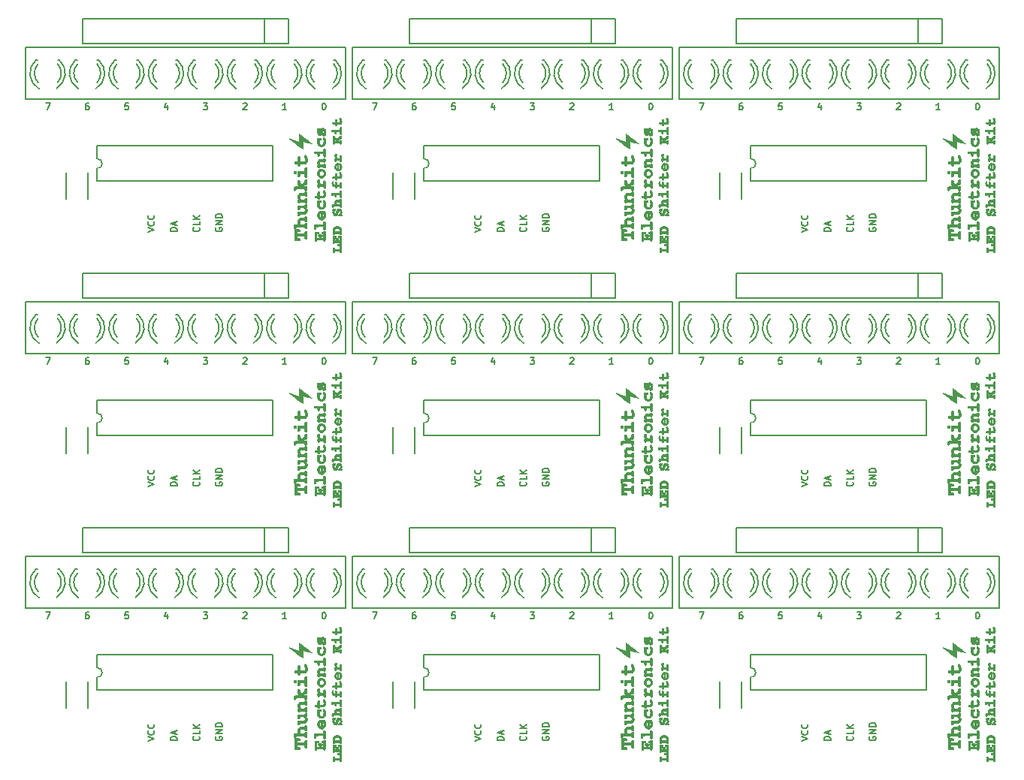
<source format=gto>
G04 #@! TF.FileFunction,Legend,Top*
%FSLAX46Y46*%
G04 Gerber Fmt 4.6, Leading zero omitted, Abs format (unit mm)*
G04 Created by KiCad (PCBNEW 4.0.5+dfsg1-4) date Fri May 29 23:18:48 2020*
%MOMM*%
%LPD*%
G01*
G04 APERTURE LIST*
%ADD10C,0.100000*%
%ADD11C,0.150000*%
%ADD12C,0.200000*%
%ADD13C,0.010000*%
G04 APERTURE END LIST*
D10*
D11*
X135600286Y-70963286D02*
X135671714Y-70963286D01*
X135743143Y-70999000D01*
X135778857Y-71034714D01*
X135814571Y-71106143D01*
X135850286Y-71249000D01*
X135850286Y-71427571D01*
X135814571Y-71570429D01*
X135778857Y-71641857D01*
X135743143Y-71677571D01*
X135671714Y-71713286D01*
X135600286Y-71713286D01*
X135528857Y-71677571D01*
X135493143Y-71641857D01*
X135457428Y-71570429D01*
X135421714Y-71427571D01*
X135421714Y-71249000D01*
X135457428Y-71106143D01*
X135493143Y-71034714D01*
X135528857Y-70999000D01*
X135600286Y-70963286D01*
X131405286Y-71713286D02*
X130976714Y-71713286D01*
X131191000Y-71713286D02*
X131191000Y-70963286D01*
X131119571Y-71070429D01*
X131048143Y-71141857D01*
X130976714Y-71177571D01*
D12*
X138049000Y-64643000D02*
X138049000Y-70485000D01*
X101981000Y-64643000D02*
X138049000Y-64643000D01*
X101981000Y-70485000D02*
X101981000Y-64643000D01*
X101981000Y-70485000D02*
X138049000Y-70485000D01*
D11*
X117998857Y-71213286D02*
X117998857Y-71713286D01*
X117820286Y-70927571D02*
X117641714Y-71463286D01*
X118106000Y-71463286D01*
X126531714Y-71034714D02*
X126567428Y-70999000D01*
X126638857Y-70963286D01*
X126817428Y-70963286D01*
X126888857Y-70999000D01*
X126924571Y-71034714D01*
X126960286Y-71106143D01*
X126960286Y-71177571D01*
X126924571Y-71284714D01*
X126496000Y-71713286D01*
X126960286Y-71713286D01*
X122051000Y-70963286D02*
X122515286Y-70963286D01*
X122265286Y-71249000D01*
X122372428Y-71249000D01*
X122443857Y-71284714D01*
X122479571Y-71320429D01*
X122515286Y-71391857D01*
X122515286Y-71570429D01*
X122479571Y-71641857D01*
X122443857Y-71677571D01*
X122372428Y-71713286D01*
X122158143Y-71713286D01*
X122086714Y-71677571D01*
X122051000Y-71641857D01*
X115779286Y-85526571D02*
X116529286Y-85276571D01*
X115779286Y-85026571D01*
X116457857Y-84348000D02*
X116493571Y-84383714D01*
X116529286Y-84490857D01*
X116529286Y-84562286D01*
X116493571Y-84669429D01*
X116422143Y-84740857D01*
X116350714Y-84776572D01*
X116207857Y-84812286D01*
X116100714Y-84812286D01*
X115957857Y-84776572D01*
X115886429Y-84740857D01*
X115815000Y-84669429D01*
X115779286Y-84562286D01*
X115779286Y-84490857D01*
X115815000Y-84383714D01*
X115850714Y-84348000D01*
X116457857Y-83598000D02*
X116493571Y-83633714D01*
X116529286Y-83740857D01*
X116529286Y-83812286D01*
X116493571Y-83919429D01*
X116422143Y-83990857D01*
X116350714Y-84026572D01*
X116207857Y-84062286D01*
X116100714Y-84062286D01*
X115957857Y-84026572D01*
X115886429Y-83990857D01*
X115815000Y-83919429D01*
X115779286Y-83812286D01*
X115779286Y-83740857D01*
X115815000Y-83633714D01*
X115850714Y-83598000D01*
X119079286Y-85419429D02*
X118329286Y-85419429D01*
X118329286Y-85240857D01*
X118365000Y-85133714D01*
X118436429Y-85062286D01*
X118507857Y-85026571D01*
X118650714Y-84990857D01*
X118757857Y-84990857D01*
X118900714Y-85026571D01*
X118972143Y-85062286D01*
X119043571Y-85133714D01*
X119079286Y-85240857D01*
X119079286Y-85419429D01*
X118865000Y-84705143D02*
X118865000Y-84348000D01*
X119079286Y-84776571D02*
X118329286Y-84526571D01*
X119079286Y-84276571D01*
X121557857Y-84990857D02*
X121593571Y-85026571D01*
X121629286Y-85133714D01*
X121629286Y-85205143D01*
X121593571Y-85312286D01*
X121522143Y-85383714D01*
X121450714Y-85419429D01*
X121307857Y-85455143D01*
X121200714Y-85455143D01*
X121057857Y-85419429D01*
X120986429Y-85383714D01*
X120915000Y-85312286D01*
X120879286Y-85205143D01*
X120879286Y-85133714D01*
X120915000Y-85026571D01*
X120950714Y-84990857D01*
X121629286Y-84312286D02*
X121629286Y-84669429D01*
X120879286Y-84669429D01*
X121629286Y-84062286D02*
X120879286Y-84062286D01*
X121629286Y-83633714D02*
X121200714Y-83955143D01*
X120879286Y-83633714D02*
X121307857Y-84062286D01*
X123465000Y-85026571D02*
X123429286Y-85098000D01*
X123429286Y-85205143D01*
X123465000Y-85312286D01*
X123536429Y-85383714D01*
X123607857Y-85419429D01*
X123750714Y-85455143D01*
X123857857Y-85455143D01*
X124000714Y-85419429D01*
X124072143Y-85383714D01*
X124143571Y-85312286D01*
X124179286Y-85205143D01*
X124179286Y-85133714D01*
X124143571Y-85026571D01*
X124107857Y-84990857D01*
X123857857Y-84990857D01*
X123857857Y-85133714D01*
X124179286Y-84669429D02*
X123429286Y-84669429D01*
X124179286Y-84240857D01*
X123429286Y-84240857D01*
X124179286Y-83883715D02*
X123429286Y-83883715D01*
X123429286Y-83705143D01*
X123465000Y-83598000D01*
X123536429Y-83526572D01*
X123607857Y-83490857D01*
X123750714Y-83455143D01*
X123857857Y-83455143D01*
X124000714Y-83490857D01*
X124072143Y-83526572D01*
X124143571Y-83598000D01*
X124179286Y-83705143D01*
X124179286Y-83883715D01*
X113589571Y-70963286D02*
X113232428Y-70963286D01*
X113196714Y-71320429D01*
X113232428Y-71284714D01*
X113303857Y-71249000D01*
X113482428Y-71249000D01*
X113553857Y-71284714D01*
X113589571Y-71320429D01*
X113625286Y-71391857D01*
X113625286Y-71570429D01*
X113589571Y-71641857D01*
X113553857Y-71677571D01*
X113482428Y-71713286D01*
X113303857Y-71713286D01*
X113232428Y-71677571D01*
X113196714Y-71641857D01*
X104271000Y-70963286D02*
X104771000Y-70963286D01*
X104449571Y-71713286D01*
X109108857Y-70963286D02*
X108966000Y-70963286D01*
X108894571Y-70999000D01*
X108858857Y-71034714D01*
X108787428Y-71141857D01*
X108751714Y-71284714D01*
X108751714Y-71570429D01*
X108787428Y-71641857D01*
X108823143Y-71677571D01*
X108894571Y-71713286D01*
X109037428Y-71713286D01*
X109108857Y-71677571D01*
X109144571Y-71641857D01*
X109180286Y-71570429D01*
X109180286Y-71391857D01*
X109144571Y-71320429D01*
X109108857Y-71284714D01*
X109037428Y-71249000D01*
X108894571Y-71249000D01*
X108823143Y-71284714D01*
X108787428Y-71320429D01*
X108751714Y-71391857D01*
X172430286Y-70963286D02*
X172501714Y-70963286D01*
X172573143Y-70999000D01*
X172608857Y-71034714D01*
X172644571Y-71106143D01*
X172680286Y-71249000D01*
X172680286Y-71427571D01*
X172644571Y-71570429D01*
X172608857Y-71641857D01*
X172573143Y-71677571D01*
X172501714Y-71713286D01*
X172430286Y-71713286D01*
X172358857Y-71677571D01*
X172323143Y-71641857D01*
X172287428Y-71570429D01*
X172251714Y-71427571D01*
X172251714Y-71249000D01*
X172287428Y-71106143D01*
X172323143Y-71034714D01*
X172358857Y-70999000D01*
X172430286Y-70963286D01*
D12*
X174879000Y-64643000D02*
X174879000Y-70485000D01*
D11*
X152609286Y-85526571D02*
X153359286Y-85276571D01*
X152609286Y-85026571D01*
X153287857Y-84348000D02*
X153323571Y-84383714D01*
X153359286Y-84490857D01*
X153359286Y-84562286D01*
X153323571Y-84669429D01*
X153252143Y-84740857D01*
X153180714Y-84776572D01*
X153037857Y-84812286D01*
X152930714Y-84812286D01*
X152787857Y-84776572D01*
X152716429Y-84740857D01*
X152645000Y-84669429D01*
X152609286Y-84562286D01*
X152609286Y-84490857D01*
X152645000Y-84383714D01*
X152680714Y-84348000D01*
X153287857Y-83598000D02*
X153323571Y-83633714D01*
X153359286Y-83740857D01*
X153359286Y-83812286D01*
X153323571Y-83919429D01*
X153252143Y-83990857D01*
X153180714Y-84026572D01*
X153037857Y-84062286D01*
X152930714Y-84062286D01*
X152787857Y-84026572D01*
X152716429Y-83990857D01*
X152645000Y-83919429D01*
X152609286Y-83812286D01*
X152609286Y-83740857D01*
X152645000Y-83633714D01*
X152680714Y-83598000D01*
X155909286Y-85419429D02*
X155159286Y-85419429D01*
X155159286Y-85240857D01*
X155195000Y-85133714D01*
X155266429Y-85062286D01*
X155337857Y-85026571D01*
X155480714Y-84990857D01*
X155587857Y-84990857D01*
X155730714Y-85026571D01*
X155802143Y-85062286D01*
X155873571Y-85133714D01*
X155909286Y-85240857D01*
X155909286Y-85419429D01*
X155695000Y-84705143D02*
X155695000Y-84348000D01*
X155909286Y-84776571D02*
X155159286Y-84526571D01*
X155909286Y-84276571D01*
X158387857Y-84990857D02*
X158423571Y-85026571D01*
X158459286Y-85133714D01*
X158459286Y-85205143D01*
X158423571Y-85312286D01*
X158352143Y-85383714D01*
X158280714Y-85419429D01*
X158137857Y-85455143D01*
X158030714Y-85455143D01*
X157887857Y-85419429D01*
X157816429Y-85383714D01*
X157745000Y-85312286D01*
X157709286Y-85205143D01*
X157709286Y-85133714D01*
X157745000Y-85026571D01*
X157780714Y-84990857D01*
X158459286Y-84312286D02*
X158459286Y-84669429D01*
X157709286Y-84669429D01*
X158459286Y-84062286D02*
X157709286Y-84062286D01*
X158459286Y-83633714D02*
X158030714Y-83955143D01*
X157709286Y-83633714D02*
X158137857Y-84062286D01*
X160295000Y-85026571D02*
X160259286Y-85098000D01*
X160259286Y-85205143D01*
X160295000Y-85312286D01*
X160366429Y-85383714D01*
X160437857Y-85419429D01*
X160580714Y-85455143D01*
X160687857Y-85455143D01*
X160830714Y-85419429D01*
X160902143Y-85383714D01*
X160973571Y-85312286D01*
X161009286Y-85205143D01*
X161009286Y-85133714D01*
X160973571Y-85026571D01*
X160937857Y-84990857D01*
X160687857Y-84990857D01*
X160687857Y-85133714D01*
X161009286Y-84669429D02*
X160259286Y-84669429D01*
X161009286Y-84240857D01*
X160259286Y-84240857D01*
X161009286Y-83883715D02*
X160259286Y-83883715D01*
X160259286Y-83705143D01*
X160295000Y-83598000D01*
X160366429Y-83526572D01*
X160437857Y-83490857D01*
X160580714Y-83455143D01*
X160687857Y-83455143D01*
X160830714Y-83490857D01*
X160902143Y-83526572D01*
X160973571Y-83598000D01*
X161009286Y-83705143D01*
X161009286Y-83883715D01*
X150419571Y-70963286D02*
X150062428Y-70963286D01*
X150026714Y-71320429D01*
X150062428Y-71284714D01*
X150133857Y-71249000D01*
X150312428Y-71249000D01*
X150383857Y-71284714D01*
X150419571Y-71320429D01*
X150455286Y-71391857D01*
X150455286Y-71570429D01*
X150419571Y-71641857D01*
X150383857Y-71677571D01*
X150312428Y-71713286D01*
X150133857Y-71713286D01*
X150062428Y-71677571D01*
X150026714Y-71641857D01*
X154828857Y-71213286D02*
X154828857Y-71713286D01*
X154650286Y-70927571D02*
X154471714Y-71463286D01*
X154936000Y-71463286D01*
X163361714Y-71034714D02*
X163397428Y-70999000D01*
X163468857Y-70963286D01*
X163647428Y-70963286D01*
X163718857Y-70999000D01*
X163754571Y-71034714D01*
X163790286Y-71106143D01*
X163790286Y-71177571D01*
X163754571Y-71284714D01*
X163326000Y-71713286D01*
X163790286Y-71713286D01*
X158881000Y-70963286D02*
X159345286Y-70963286D01*
X159095286Y-71249000D01*
X159202428Y-71249000D01*
X159273857Y-71284714D01*
X159309571Y-71320429D01*
X159345286Y-71391857D01*
X159345286Y-71570429D01*
X159309571Y-71641857D01*
X159273857Y-71677571D01*
X159202428Y-71713286D01*
X158988143Y-71713286D01*
X158916714Y-71677571D01*
X158881000Y-71641857D01*
X168235286Y-71713286D02*
X167806714Y-71713286D01*
X168021000Y-71713286D02*
X168021000Y-70963286D01*
X167949571Y-71070429D01*
X167878143Y-71141857D01*
X167806714Y-71177571D01*
D12*
X138811000Y-70485000D02*
X174879000Y-70485000D01*
X138811000Y-64643000D02*
X174879000Y-64643000D01*
D11*
X145938857Y-70963286D02*
X145796000Y-70963286D01*
X145724571Y-70999000D01*
X145688857Y-71034714D01*
X145617428Y-71141857D01*
X145581714Y-71284714D01*
X145581714Y-71570429D01*
X145617428Y-71641857D01*
X145653143Y-71677571D01*
X145724571Y-71713286D01*
X145867428Y-71713286D01*
X145938857Y-71677571D01*
X145974571Y-71641857D01*
X146010286Y-71570429D01*
X146010286Y-71391857D01*
X145974571Y-71320429D01*
X145938857Y-71284714D01*
X145867428Y-71249000D01*
X145724571Y-71249000D01*
X145653143Y-71284714D01*
X145617428Y-71320429D01*
X145581714Y-71391857D01*
X141101000Y-70963286D02*
X141601000Y-70963286D01*
X141279571Y-71713286D01*
D12*
X138811000Y-70485000D02*
X138811000Y-64643000D01*
D11*
X189439286Y-85526571D02*
X190189286Y-85276571D01*
X189439286Y-85026571D01*
X190117857Y-84348000D02*
X190153571Y-84383714D01*
X190189286Y-84490857D01*
X190189286Y-84562286D01*
X190153571Y-84669429D01*
X190082143Y-84740857D01*
X190010714Y-84776572D01*
X189867857Y-84812286D01*
X189760714Y-84812286D01*
X189617857Y-84776572D01*
X189546429Y-84740857D01*
X189475000Y-84669429D01*
X189439286Y-84562286D01*
X189439286Y-84490857D01*
X189475000Y-84383714D01*
X189510714Y-84348000D01*
X190117857Y-83598000D02*
X190153571Y-83633714D01*
X190189286Y-83740857D01*
X190189286Y-83812286D01*
X190153571Y-83919429D01*
X190082143Y-83990857D01*
X190010714Y-84026572D01*
X189867857Y-84062286D01*
X189760714Y-84062286D01*
X189617857Y-84026572D01*
X189546429Y-83990857D01*
X189475000Y-83919429D01*
X189439286Y-83812286D01*
X189439286Y-83740857D01*
X189475000Y-83633714D01*
X189510714Y-83598000D01*
X192739286Y-85419429D02*
X191989286Y-85419429D01*
X191989286Y-85240857D01*
X192025000Y-85133714D01*
X192096429Y-85062286D01*
X192167857Y-85026571D01*
X192310714Y-84990857D01*
X192417857Y-84990857D01*
X192560714Y-85026571D01*
X192632143Y-85062286D01*
X192703571Y-85133714D01*
X192739286Y-85240857D01*
X192739286Y-85419429D01*
X192525000Y-84705143D02*
X192525000Y-84348000D01*
X192739286Y-84776571D02*
X191989286Y-84526571D01*
X192739286Y-84276571D01*
X195217857Y-84990857D02*
X195253571Y-85026571D01*
X195289286Y-85133714D01*
X195289286Y-85205143D01*
X195253571Y-85312286D01*
X195182143Y-85383714D01*
X195110714Y-85419429D01*
X194967857Y-85455143D01*
X194860714Y-85455143D01*
X194717857Y-85419429D01*
X194646429Y-85383714D01*
X194575000Y-85312286D01*
X194539286Y-85205143D01*
X194539286Y-85133714D01*
X194575000Y-85026571D01*
X194610714Y-84990857D01*
X195289286Y-84312286D02*
X195289286Y-84669429D01*
X194539286Y-84669429D01*
X195289286Y-84062286D02*
X194539286Y-84062286D01*
X195289286Y-83633714D02*
X194860714Y-83955143D01*
X194539286Y-83633714D02*
X194967857Y-84062286D01*
X197125000Y-85026571D02*
X197089286Y-85098000D01*
X197089286Y-85205143D01*
X197125000Y-85312286D01*
X197196429Y-85383714D01*
X197267857Y-85419429D01*
X197410714Y-85455143D01*
X197517857Y-85455143D01*
X197660714Y-85419429D01*
X197732143Y-85383714D01*
X197803571Y-85312286D01*
X197839286Y-85205143D01*
X197839286Y-85133714D01*
X197803571Y-85026571D01*
X197767857Y-84990857D01*
X197517857Y-84990857D01*
X197517857Y-85133714D01*
X197839286Y-84669429D02*
X197089286Y-84669429D01*
X197839286Y-84240857D01*
X197089286Y-84240857D01*
X197839286Y-83883715D02*
X197089286Y-83883715D01*
X197089286Y-83705143D01*
X197125000Y-83598000D01*
X197196429Y-83526572D01*
X197267857Y-83490857D01*
X197410714Y-83455143D01*
X197517857Y-83455143D01*
X197660714Y-83490857D01*
X197732143Y-83526572D01*
X197803571Y-83598000D01*
X197839286Y-83705143D01*
X197839286Y-83883715D01*
X195711000Y-70963286D02*
X196175286Y-70963286D01*
X195925286Y-71249000D01*
X196032428Y-71249000D01*
X196103857Y-71284714D01*
X196139571Y-71320429D01*
X196175286Y-71391857D01*
X196175286Y-71570429D01*
X196139571Y-71641857D01*
X196103857Y-71677571D01*
X196032428Y-71713286D01*
X195818143Y-71713286D01*
X195746714Y-71677571D01*
X195711000Y-71641857D01*
X182768857Y-70963286D02*
X182626000Y-70963286D01*
X182554571Y-70999000D01*
X182518857Y-71034714D01*
X182447428Y-71141857D01*
X182411714Y-71284714D01*
X182411714Y-71570429D01*
X182447428Y-71641857D01*
X182483143Y-71677571D01*
X182554571Y-71713286D01*
X182697428Y-71713286D01*
X182768857Y-71677571D01*
X182804571Y-71641857D01*
X182840286Y-71570429D01*
X182840286Y-71391857D01*
X182804571Y-71320429D01*
X182768857Y-71284714D01*
X182697428Y-71249000D01*
X182554571Y-71249000D01*
X182483143Y-71284714D01*
X182447428Y-71320429D01*
X182411714Y-71391857D01*
X187249571Y-70963286D02*
X186892428Y-70963286D01*
X186856714Y-71320429D01*
X186892428Y-71284714D01*
X186963857Y-71249000D01*
X187142428Y-71249000D01*
X187213857Y-71284714D01*
X187249571Y-71320429D01*
X187285286Y-71391857D01*
X187285286Y-71570429D01*
X187249571Y-71641857D01*
X187213857Y-71677571D01*
X187142428Y-71713286D01*
X186963857Y-71713286D01*
X186892428Y-71677571D01*
X186856714Y-71641857D01*
X191658857Y-71213286D02*
X191658857Y-71713286D01*
X191480286Y-70927571D02*
X191301714Y-71463286D01*
X191766000Y-71463286D01*
X209260286Y-70963286D02*
X209331714Y-70963286D01*
X209403143Y-70999000D01*
X209438857Y-71034714D01*
X209474571Y-71106143D01*
X209510286Y-71249000D01*
X209510286Y-71427571D01*
X209474571Y-71570429D01*
X209438857Y-71641857D01*
X209403143Y-71677571D01*
X209331714Y-71713286D01*
X209260286Y-71713286D01*
X209188857Y-71677571D01*
X209153143Y-71641857D01*
X209117428Y-71570429D01*
X209081714Y-71427571D01*
X209081714Y-71249000D01*
X209117428Y-71106143D01*
X209153143Y-71034714D01*
X209188857Y-70999000D01*
X209260286Y-70963286D01*
X205065286Y-71713286D02*
X204636714Y-71713286D01*
X204851000Y-71713286D02*
X204851000Y-70963286D01*
X204779571Y-71070429D01*
X204708143Y-71141857D01*
X204636714Y-71177571D01*
D12*
X175641000Y-70485000D02*
X175641000Y-64643000D01*
X175641000Y-70485000D02*
X211709000Y-70485000D01*
X175641000Y-64643000D02*
X211709000Y-64643000D01*
X211709000Y-64643000D02*
X211709000Y-70485000D01*
D11*
X177931000Y-70963286D02*
X178431000Y-70963286D01*
X178109571Y-71713286D01*
X200191714Y-71034714D02*
X200227428Y-70999000D01*
X200298857Y-70963286D01*
X200477428Y-70963286D01*
X200548857Y-70999000D01*
X200584571Y-71034714D01*
X200620286Y-71106143D01*
X200620286Y-71177571D01*
X200584571Y-71284714D01*
X200156000Y-71713286D01*
X200620286Y-71713286D01*
D12*
X138049000Y-122047000D02*
X138049000Y-127889000D01*
D11*
X135600286Y-128367286D02*
X135671714Y-128367286D01*
X135743143Y-128403000D01*
X135778857Y-128438714D01*
X135814571Y-128510143D01*
X135850286Y-128653000D01*
X135850286Y-128831571D01*
X135814571Y-128974429D01*
X135778857Y-129045857D01*
X135743143Y-129081571D01*
X135671714Y-129117286D01*
X135600286Y-129117286D01*
X135528857Y-129081571D01*
X135493143Y-129045857D01*
X135457428Y-128974429D01*
X135421714Y-128831571D01*
X135421714Y-128653000D01*
X135457428Y-128510143D01*
X135493143Y-128438714D01*
X135528857Y-128403000D01*
X135600286Y-128367286D01*
D12*
X101981000Y-99187000D02*
X101981000Y-93345000D01*
X101981000Y-93345000D02*
X138049000Y-93345000D01*
X101981000Y-99187000D02*
X138049000Y-99187000D01*
D11*
X109108857Y-128367286D02*
X108966000Y-128367286D01*
X108894571Y-128403000D01*
X108858857Y-128438714D01*
X108787428Y-128545857D01*
X108751714Y-128688714D01*
X108751714Y-128974429D01*
X108787428Y-129045857D01*
X108823143Y-129081571D01*
X108894571Y-129117286D01*
X109037428Y-129117286D01*
X109108857Y-129081571D01*
X109144571Y-129045857D01*
X109180286Y-128974429D01*
X109180286Y-128795857D01*
X109144571Y-128724429D01*
X109108857Y-128688714D01*
X109037428Y-128653000D01*
X108894571Y-128653000D01*
X108823143Y-128688714D01*
X108787428Y-128724429D01*
X108751714Y-128795857D01*
X113589571Y-128367286D02*
X113232428Y-128367286D01*
X113196714Y-128724429D01*
X113232428Y-128688714D01*
X113303857Y-128653000D01*
X113482428Y-128653000D01*
X113553857Y-128688714D01*
X113589571Y-128724429D01*
X113625286Y-128795857D01*
X113625286Y-128974429D01*
X113589571Y-129045857D01*
X113553857Y-129081571D01*
X113482428Y-129117286D01*
X113303857Y-129117286D01*
X113232428Y-129081571D01*
X113196714Y-129045857D01*
X122051000Y-128367286D02*
X122515286Y-128367286D01*
X122265286Y-128653000D01*
X122372428Y-128653000D01*
X122443857Y-128688714D01*
X122479571Y-128724429D01*
X122515286Y-128795857D01*
X122515286Y-128974429D01*
X122479571Y-129045857D01*
X122443857Y-129081571D01*
X122372428Y-129117286D01*
X122158143Y-129117286D01*
X122086714Y-129081571D01*
X122051000Y-129045857D01*
X117998857Y-128617286D02*
X117998857Y-129117286D01*
X117820286Y-128331571D02*
X117641714Y-128867286D01*
X118106000Y-128867286D01*
X126531714Y-128438714D02*
X126567428Y-128403000D01*
X126638857Y-128367286D01*
X126817428Y-128367286D01*
X126888857Y-128403000D01*
X126924571Y-128438714D01*
X126960286Y-128510143D01*
X126960286Y-128581571D01*
X126924571Y-128688714D01*
X126496000Y-129117286D01*
X126960286Y-129117286D01*
X115779286Y-142930571D02*
X116529286Y-142680571D01*
X115779286Y-142430571D01*
X116457857Y-141752000D02*
X116493571Y-141787714D01*
X116529286Y-141894857D01*
X116529286Y-141966286D01*
X116493571Y-142073429D01*
X116422143Y-142144857D01*
X116350714Y-142180572D01*
X116207857Y-142216286D01*
X116100714Y-142216286D01*
X115957857Y-142180572D01*
X115886429Y-142144857D01*
X115815000Y-142073429D01*
X115779286Y-141966286D01*
X115779286Y-141894857D01*
X115815000Y-141787714D01*
X115850714Y-141752000D01*
X116457857Y-141002000D02*
X116493571Y-141037714D01*
X116529286Y-141144857D01*
X116529286Y-141216286D01*
X116493571Y-141323429D01*
X116422143Y-141394857D01*
X116350714Y-141430572D01*
X116207857Y-141466286D01*
X116100714Y-141466286D01*
X115957857Y-141430572D01*
X115886429Y-141394857D01*
X115815000Y-141323429D01*
X115779286Y-141216286D01*
X115779286Y-141144857D01*
X115815000Y-141037714D01*
X115850714Y-141002000D01*
X119079286Y-142823429D02*
X118329286Y-142823429D01*
X118329286Y-142644857D01*
X118365000Y-142537714D01*
X118436429Y-142466286D01*
X118507857Y-142430571D01*
X118650714Y-142394857D01*
X118757857Y-142394857D01*
X118900714Y-142430571D01*
X118972143Y-142466286D01*
X119043571Y-142537714D01*
X119079286Y-142644857D01*
X119079286Y-142823429D01*
X118865000Y-142109143D02*
X118865000Y-141752000D01*
X119079286Y-142180571D02*
X118329286Y-141930571D01*
X119079286Y-141680571D01*
X121557857Y-142394857D02*
X121593571Y-142430571D01*
X121629286Y-142537714D01*
X121629286Y-142609143D01*
X121593571Y-142716286D01*
X121522143Y-142787714D01*
X121450714Y-142823429D01*
X121307857Y-142859143D01*
X121200714Y-142859143D01*
X121057857Y-142823429D01*
X120986429Y-142787714D01*
X120915000Y-142716286D01*
X120879286Y-142609143D01*
X120879286Y-142537714D01*
X120915000Y-142430571D01*
X120950714Y-142394857D01*
X121629286Y-141716286D02*
X121629286Y-142073429D01*
X120879286Y-142073429D01*
X121629286Y-141466286D02*
X120879286Y-141466286D01*
X121629286Y-141037714D02*
X121200714Y-141359143D01*
X120879286Y-141037714D02*
X121307857Y-141466286D01*
X123465000Y-142430571D02*
X123429286Y-142502000D01*
X123429286Y-142609143D01*
X123465000Y-142716286D01*
X123536429Y-142787714D01*
X123607857Y-142823429D01*
X123750714Y-142859143D01*
X123857857Y-142859143D01*
X124000714Y-142823429D01*
X124072143Y-142787714D01*
X124143571Y-142716286D01*
X124179286Y-142609143D01*
X124179286Y-142537714D01*
X124143571Y-142430571D01*
X124107857Y-142394857D01*
X123857857Y-142394857D01*
X123857857Y-142537714D01*
X124179286Y-142073429D02*
X123429286Y-142073429D01*
X124179286Y-141644857D01*
X123429286Y-141644857D01*
X124179286Y-141287715D02*
X123429286Y-141287715D01*
X123429286Y-141109143D01*
X123465000Y-141002000D01*
X123536429Y-140930572D01*
X123607857Y-140894857D01*
X123750714Y-140859143D01*
X123857857Y-140859143D01*
X124000714Y-140894857D01*
X124072143Y-140930572D01*
X124143571Y-141002000D01*
X124179286Y-141109143D01*
X124179286Y-141287715D01*
X131405286Y-129117286D02*
X130976714Y-129117286D01*
X131191000Y-129117286D02*
X131191000Y-128367286D01*
X131119571Y-128474429D01*
X131048143Y-128545857D01*
X130976714Y-128581571D01*
X104271000Y-128367286D02*
X104771000Y-128367286D01*
X104449571Y-129117286D01*
D12*
X101981000Y-127889000D02*
X101981000Y-122047000D01*
X101981000Y-127889000D02*
X138049000Y-127889000D01*
X101981000Y-122047000D02*
X138049000Y-122047000D01*
D11*
X109108857Y-99665286D02*
X108966000Y-99665286D01*
X108894571Y-99701000D01*
X108858857Y-99736714D01*
X108787428Y-99843857D01*
X108751714Y-99986714D01*
X108751714Y-100272429D01*
X108787428Y-100343857D01*
X108823143Y-100379571D01*
X108894571Y-100415286D01*
X109037428Y-100415286D01*
X109108857Y-100379571D01*
X109144571Y-100343857D01*
X109180286Y-100272429D01*
X109180286Y-100093857D01*
X109144571Y-100022429D01*
X109108857Y-99986714D01*
X109037428Y-99951000D01*
X108894571Y-99951000D01*
X108823143Y-99986714D01*
X108787428Y-100022429D01*
X108751714Y-100093857D01*
X104271000Y-99665286D02*
X104771000Y-99665286D01*
X104449571Y-100415286D01*
X113589571Y-99665286D02*
X113232428Y-99665286D01*
X113196714Y-100022429D01*
X113232428Y-99986714D01*
X113303857Y-99951000D01*
X113482428Y-99951000D01*
X113553857Y-99986714D01*
X113589571Y-100022429D01*
X113625286Y-100093857D01*
X113625286Y-100272429D01*
X113589571Y-100343857D01*
X113553857Y-100379571D01*
X113482428Y-100415286D01*
X113303857Y-100415286D01*
X113232428Y-100379571D01*
X113196714Y-100343857D01*
X117998857Y-99915286D02*
X117998857Y-100415286D01*
X117820286Y-99629571D02*
X117641714Y-100165286D01*
X118106000Y-100165286D01*
X122051000Y-99665286D02*
X122515286Y-99665286D01*
X122265286Y-99951000D01*
X122372428Y-99951000D01*
X122443857Y-99986714D01*
X122479571Y-100022429D01*
X122515286Y-100093857D01*
X122515286Y-100272429D01*
X122479571Y-100343857D01*
X122443857Y-100379571D01*
X122372428Y-100415286D01*
X122158143Y-100415286D01*
X122086714Y-100379571D01*
X122051000Y-100343857D01*
X115779286Y-114228571D02*
X116529286Y-113978571D01*
X115779286Y-113728571D01*
X116457857Y-113050000D02*
X116493571Y-113085714D01*
X116529286Y-113192857D01*
X116529286Y-113264286D01*
X116493571Y-113371429D01*
X116422143Y-113442857D01*
X116350714Y-113478572D01*
X116207857Y-113514286D01*
X116100714Y-113514286D01*
X115957857Y-113478572D01*
X115886429Y-113442857D01*
X115815000Y-113371429D01*
X115779286Y-113264286D01*
X115779286Y-113192857D01*
X115815000Y-113085714D01*
X115850714Y-113050000D01*
X116457857Y-112300000D02*
X116493571Y-112335714D01*
X116529286Y-112442857D01*
X116529286Y-112514286D01*
X116493571Y-112621429D01*
X116422143Y-112692857D01*
X116350714Y-112728572D01*
X116207857Y-112764286D01*
X116100714Y-112764286D01*
X115957857Y-112728572D01*
X115886429Y-112692857D01*
X115815000Y-112621429D01*
X115779286Y-112514286D01*
X115779286Y-112442857D01*
X115815000Y-112335714D01*
X115850714Y-112300000D01*
X119079286Y-114121429D02*
X118329286Y-114121429D01*
X118329286Y-113942857D01*
X118365000Y-113835714D01*
X118436429Y-113764286D01*
X118507857Y-113728571D01*
X118650714Y-113692857D01*
X118757857Y-113692857D01*
X118900714Y-113728571D01*
X118972143Y-113764286D01*
X119043571Y-113835714D01*
X119079286Y-113942857D01*
X119079286Y-114121429D01*
X118865000Y-113407143D02*
X118865000Y-113050000D01*
X119079286Y-113478571D02*
X118329286Y-113228571D01*
X119079286Y-112978571D01*
X121557857Y-113692857D02*
X121593571Y-113728571D01*
X121629286Y-113835714D01*
X121629286Y-113907143D01*
X121593571Y-114014286D01*
X121522143Y-114085714D01*
X121450714Y-114121429D01*
X121307857Y-114157143D01*
X121200714Y-114157143D01*
X121057857Y-114121429D01*
X120986429Y-114085714D01*
X120915000Y-114014286D01*
X120879286Y-113907143D01*
X120879286Y-113835714D01*
X120915000Y-113728571D01*
X120950714Y-113692857D01*
X121629286Y-113014286D02*
X121629286Y-113371429D01*
X120879286Y-113371429D01*
X121629286Y-112764286D02*
X120879286Y-112764286D01*
X121629286Y-112335714D02*
X121200714Y-112657143D01*
X120879286Y-112335714D02*
X121307857Y-112764286D01*
X123465000Y-113728571D02*
X123429286Y-113800000D01*
X123429286Y-113907143D01*
X123465000Y-114014286D01*
X123536429Y-114085714D01*
X123607857Y-114121429D01*
X123750714Y-114157143D01*
X123857857Y-114157143D01*
X124000714Y-114121429D01*
X124072143Y-114085714D01*
X124143571Y-114014286D01*
X124179286Y-113907143D01*
X124179286Y-113835714D01*
X124143571Y-113728571D01*
X124107857Y-113692857D01*
X123857857Y-113692857D01*
X123857857Y-113835714D01*
X124179286Y-113371429D02*
X123429286Y-113371429D01*
X124179286Y-112942857D01*
X123429286Y-112942857D01*
X124179286Y-112585715D02*
X123429286Y-112585715D01*
X123429286Y-112407143D01*
X123465000Y-112300000D01*
X123536429Y-112228572D01*
X123607857Y-112192857D01*
X123750714Y-112157143D01*
X123857857Y-112157143D01*
X124000714Y-112192857D01*
X124072143Y-112228572D01*
X124143571Y-112300000D01*
X124179286Y-112407143D01*
X124179286Y-112585715D01*
X131405286Y-100415286D02*
X130976714Y-100415286D01*
X131191000Y-100415286D02*
X131191000Y-99665286D01*
X131119571Y-99772429D01*
X131048143Y-99843857D01*
X130976714Y-99879571D01*
X126531714Y-99736714D02*
X126567428Y-99701000D01*
X126638857Y-99665286D01*
X126817428Y-99665286D01*
X126888857Y-99701000D01*
X126924571Y-99736714D01*
X126960286Y-99808143D01*
X126960286Y-99879571D01*
X126924571Y-99986714D01*
X126496000Y-100415286D01*
X126960286Y-100415286D01*
D12*
X138049000Y-93345000D02*
X138049000Y-99187000D01*
D11*
X135600286Y-99665286D02*
X135671714Y-99665286D01*
X135743143Y-99701000D01*
X135778857Y-99736714D01*
X135814571Y-99808143D01*
X135850286Y-99951000D01*
X135850286Y-100129571D01*
X135814571Y-100272429D01*
X135778857Y-100343857D01*
X135743143Y-100379571D01*
X135671714Y-100415286D01*
X135600286Y-100415286D01*
X135528857Y-100379571D01*
X135493143Y-100343857D01*
X135457428Y-100272429D01*
X135421714Y-100129571D01*
X135421714Y-99951000D01*
X135457428Y-99808143D01*
X135493143Y-99736714D01*
X135528857Y-99701000D01*
X135600286Y-99665286D01*
X209260286Y-128367286D02*
X209331714Y-128367286D01*
X209403143Y-128403000D01*
X209438857Y-128438714D01*
X209474571Y-128510143D01*
X209510286Y-128653000D01*
X209510286Y-128831571D01*
X209474571Y-128974429D01*
X209438857Y-129045857D01*
X209403143Y-129081571D01*
X209331714Y-129117286D01*
X209260286Y-129117286D01*
X209188857Y-129081571D01*
X209153143Y-129045857D01*
X209117428Y-128974429D01*
X209081714Y-128831571D01*
X209081714Y-128653000D01*
X209117428Y-128510143D01*
X209153143Y-128438714D01*
X209188857Y-128403000D01*
X209260286Y-128367286D01*
X205065286Y-129117286D02*
X204636714Y-129117286D01*
X204851000Y-129117286D02*
X204851000Y-128367286D01*
X204779571Y-128474429D01*
X204708143Y-128545857D01*
X204636714Y-128581571D01*
X187249571Y-128367286D02*
X186892428Y-128367286D01*
X186856714Y-128724429D01*
X186892428Y-128688714D01*
X186963857Y-128653000D01*
X187142428Y-128653000D01*
X187213857Y-128688714D01*
X187249571Y-128724429D01*
X187285286Y-128795857D01*
X187285286Y-128974429D01*
X187249571Y-129045857D01*
X187213857Y-129081571D01*
X187142428Y-129117286D01*
X186963857Y-129117286D01*
X186892428Y-129081571D01*
X186856714Y-129045857D01*
X182768857Y-128367286D02*
X182626000Y-128367286D01*
X182554571Y-128403000D01*
X182518857Y-128438714D01*
X182447428Y-128545857D01*
X182411714Y-128688714D01*
X182411714Y-128974429D01*
X182447428Y-129045857D01*
X182483143Y-129081571D01*
X182554571Y-129117286D01*
X182697428Y-129117286D01*
X182768857Y-129081571D01*
X182804571Y-129045857D01*
X182840286Y-128974429D01*
X182840286Y-128795857D01*
X182804571Y-128724429D01*
X182768857Y-128688714D01*
X182697428Y-128653000D01*
X182554571Y-128653000D01*
X182483143Y-128688714D01*
X182447428Y-128724429D01*
X182411714Y-128795857D01*
X200191714Y-128438714D02*
X200227428Y-128403000D01*
X200298857Y-128367286D01*
X200477428Y-128367286D01*
X200548857Y-128403000D01*
X200584571Y-128438714D01*
X200620286Y-128510143D01*
X200620286Y-128581571D01*
X200584571Y-128688714D01*
X200156000Y-129117286D01*
X200620286Y-129117286D01*
X195711000Y-128367286D02*
X196175286Y-128367286D01*
X195925286Y-128653000D01*
X196032428Y-128653000D01*
X196103857Y-128688714D01*
X196139571Y-128724429D01*
X196175286Y-128795857D01*
X196175286Y-128974429D01*
X196139571Y-129045857D01*
X196103857Y-129081571D01*
X196032428Y-129117286D01*
X195818143Y-129117286D01*
X195746714Y-129081571D01*
X195711000Y-129045857D01*
X191658857Y-128617286D02*
X191658857Y-129117286D01*
X191480286Y-128331571D02*
X191301714Y-128867286D01*
X191766000Y-128867286D01*
X189439286Y-142930571D02*
X190189286Y-142680571D01*
X189439286Y-142430571D01*
X190117857Y-141752000D02*
X190153571Y-141787714D01*
X190189286Y-141894857D01*
X190189286Y-141966286D01*
X190153571Y-142073429D01*
X190082143Y-142144857D01*
X190010714Y-142180572D01*
X189867857Y-142216286D01*
X189760714Y-142216286D01*
X189617857Y-142180572D01*
X189546429Y-142144857D01*
X189475000Y-142073429D01*
X189439286Y-141966286D01*
X189439286Y-141894857D01*
X189475000Y-141787714D01*
X189510714Y-141752000D01*
X190117857Y-141002000D02*
X190153571Y-141037714D01*
X190189286Y-141144857D01*
X190189286Y-141216286D01*
X190153571Y-141323429D01*
X190082143Y-141394857D01*
X190010714Y-141430572D01*
X189867857Y-141466286D01*
X189760714Y-141466286D01*
X189617857Y-141430572D01*
X189546429Y-141394857D01*
X189475000Y-141323429D01*
X189439286Y-141216286D01*
X189439286Y-141144857D01*
X189475000Y-141037714D01*
X189510714Y-141002000D01*
X192739286Y-142823429D02*
X191989286Y-142823429D01*
X191989286Y-142644857D01*
X192025000Y-142537714D01*
X192096429Y-142466286D01*
X192167857Y-142430571D01*
X192310714Y-142394857D01*
X192417857Y-142394857D01*
X192560714Y-142430571D01*
X192632143Y-142466286D01*
X192703571Y-142537714D01*
X192739286Y-142644857D01*
X192739286Y-142823429D01*
X192525000Y-142109143D02*
X192525000Y-141752000D01*
X192739286Y-142180571D02*
X191989286Y-141930571D01*
X192739286Y-141680571D01*
X195217857Y-142394857D02*
X195253571Y-142430571D01*
X195289286Y-142537714D01*
X195289286Y-142609143D01*
X195253571Y-142716286D01*
X195182143Y-142787714D01*
X195110714Y-142823429D01*
X194967857Y-142859143D01*
X194860714Y-142859143D01*
X194717857Y-142823429D01*
X194646429Y-142787714D01*
X194575000Y-142716286D01*
X194539286Y-142609143D01*
X194539286Y-142537714D01*
X194575000Y-142430571D01*
X194610714Y-142394857D01*
X195289286Y-141716286D02*
X195289286Y-142073429D01*
X194539286Y-142073429D01*
X195289286Y-141466286D02*
X194539286Y-141466286D01*
X195289286Y-141037714D02*
X194860714Y-141359143D01*
X194539286Y-141037714D02*
X194967857Y-141466286D01*
X197125000Y-142430571D02*
X197089286Y-142502000D01*
X197089286Y-142609143D01*
X197125000Y-142716286D01*
X197196429Y-142787714D01*
X197267857Y-142823429D01*
X197410714Y-142859143D01*
X197517857Y-142859143D01*
X197660714Y-142823429D01*
X197732143Y-142787714D01*
X197803571Y-142716286D01*
X197839286Y-142609143D01*
X197839286Y-142537714D01*
X197803571Y-142430571D01*
X197767857Y-142394857D01*
X197517857Y-142394857D01*
X197517857Y-142537714D01*
X197839286Y-142073429D02*
X197089286Y-142073429D01*
X197839286Y-141644857D01*
X197089286Y-141644857D01*
X197839286Y-141287715D02*
X197089286Y-141287715D01*
X197089286Y-141109143D01*
X197125000Y-141002000D01*
X197196429Y-140930572D01*
X197267857Y-140894857D01*
X197410714Y-140859143D01*
X197517857Y-140859143D01*
X197660714Y-140894857D01*
X197732143Y-140930572D01*
X197803571Y-141002000D01*
X197839286Y-141109143D01*
X197839286Y-141287715D01*
D12*
X175641000Y-127889000D02*
X175641000Y-122047000D01*
X175641000Y-127889000D02*
X211709000Y-127889000D01*
X175641000Y-122047000D02*
X211709000Y-122047000D01*
X211709000Y-122047000D02*
X211709000Y-127889000D01*
D11*
X141101000Y-128367286D02*
X141601000Y-128367286D01*
X141279571Y-129117286D01*
D12*
X138811000Y-127889000D02*
X174879000Y-127889000D01*
X138811000Y-122047000D02*
X174879000Y-122047000D01*
X138811000Y-127889000D02*
X138811000Y-122047000D01*
X174879000Y-122047000D02*
X174879000Y-127889000D01*
D11*
X172430286Y-128367286D02*
X172501714Y-128367286D01*
X172573143Y-128403000D01*
X172608857Y-128438714D01*
X172644571Y-128510143D01*
X172680286Y-128653000D01*
X172680286Y-128831571D01*
X172644571Y-128974429D01*
X172608857Y-129045857D01*
X172573143Y-129081571D01*
X172501714Y-129117286D01*
X172430286Y-129117286D01*
X172358857Y-129081571D01*
X172323143Y-129045857D01*
X172287428Y-128974429D01*
X172251714Y-128831571D01*
X172251714Y-128653000D01*
X172287428Y-128510143D01*
X172323143Y-128438714D01*
X172358857Y-128403000D01*
X172430286Y-128367286D01*
X168235286Y-129117286D02*
X167806714Y-129117286D01*
X168021000Y-129117286D02*
X168021000Y-128367286D01*
X167949571Y-128474429D01*
X167878143Y-128545857D01*
X167806714Y-128581571D01*
X177931000Y-128367286D02*
X178431000Y-128367286D01*
X178109571Y-129117286D01*
X158881000Y-128367286D02*
X159345286Y-128367286D01*
X159095286Y-128653000D01*
X159202428Y-128653000D01*
X159273857Y-128688714D01*
X159309571Y-128724429D01*
X159345286Y-128795857D01*
X159345286Y-128974429D01*
X159309571Y-129045857D01*
X159273857Y-129081571D01*
X159202428Y-129117286D01*
X158988143Y-129117286D01*
X158916714Y-129081571D01*
X158881000Y-129045857D01*
X163361714Y-128438714D02*
X163397428Y-128403000D01*
X163468857Y-128367286D01*
X163647428Y-128367286D01*
X163718857Y-128403000D01*
X163754571Y-128438714D01*
X163790286Y-128510143D01*
X163790286Y-128581571D01*
X163754571Y-128688714D01*
X163326000Y-129117286D01*
X163790286Y-129117286D01*
X152609286Y-142930571D02*
X153359286Y-142680571D01*
X152609286Y-142430571D01*
X153287857Y-141752000D02*
X153323571Y-141787714D01*
X153359286Y-141894857D01*
X153359286Y-141966286D01*
X153323571Y-142073429D01*
X153252143Y-142144857D01*
X153180714Y-142180572D01*
X153037857Y-142216286D01*
X152930714Y-142216286D01*
X152787857Y-142180572D01*
X152716429Y-142144857D01*
X152645000Y-142073429D01*
X152609286Y-141966286D01*
X152609286Y-141894857D01*
X152645000Y-141787714D01*
X152680714Y-141752000D01*
X153287857Y-141002000D02*
X153323571Y-141037714D01*
X153359286Y-141144857D01*
X153359286Y-141216286D01*
X153323571Y-141323429D01*
X153252143Y-141394857D01*
X153180714Y-141430572D01*
X153037857Y-141466286D01*
X152930714Y-141466286D01*
X152787857Y-141430572D01*
X152716429Y-141394857D01*
X152645000Y-141323429D01*
X152609286Y-141216286D01*
X152609286Y-141144857D01*
X152645000Y-141037714D01*
X152680714Y-141002000D01*
X155909286Y-142823429D02*
X155159286Y-142823429D01*
X155159286Y-142644857D01*
X155195000Y-142537714D01*
X155266429Y-142466286D01*
X155337857Y-142430571D01*
X155480714Y-142394857D01*
X155587857Y-142394857D01*
X155730714Y-142430571D01*
X155802143Y-142466286D01*
X155873571Y-142537714D01*
X155909286Y-142644857D01*
X155909286Y-142823429D01*
X155695000Y-142109143D02*
X155695000Y-141752000D01*
X155909286Y-142180571D02*
X155159286Y-141930571D01*
X155909286Y-141680571D01*
X158387857Y-142394857D02*
X158423571Y-142430571D01*
X158459286Y-142537714D01*
X158459286Y-142609143D01*
X158423571Y-142716286D01*
X158352143Y-142787714D01*
X158280714Y-142823429D01*
X158137857Y-142859143D01*
X158030714Y-142859143D01*
X157887857Y-142823429D01*
X157816429Y-142787714D01*
X157745000Y-142716286D01*
X157709286Y-142609143D01*
X157709286Y-142537714D01*
X157745000Y-142430571D01*
X157780714Y-142394857D01*
X158459286Y-141716286D02*
X158459286Y-142073429D01*
X157709286Y-142073429D01*
X158459286Y-141466286D02*
X157709286Y-141466286D01*
X158459286Y-141037714D02*
X158030714Y-141359143D01*
X157709286Y-141037714D02*
X158137857Y-141466286D01*
X160295000Y-142430571D02*
X160259286Y-142502000D01*
X160259286Y-142609143D01*
X160295000Y-142716286D01*
X160366429Y-142787714D01*
X160437857Y-142823429D01*
X160580714Y-142859143D01*
X160687857Y-142859143D01*
X160830714Y-142823429D01*
X160902143Y-142787714D01*
X160973571Y-142716286D01*
X161009286Y-142609143D01*
X161009286Y-142537714D01*
X160973571Y-142430571D01*
X160937857Y-142394857D01*
X160687857Y-142394857D01*
X160687857Y-142537714D01*
X161009286Y-142073429D02*
X160259286Y-142073429D01*
X161009286Y-141644857D01*
X160259286Y-141644857D01*
X161009286Y-141287715D02*
X160259286Y-141287715D01*
X160259286Y-141109143D01*
X160295000Y-141002000D01*
X160366429Y-140930572D01*
X160437857Y-140894857D01*
X160580714Y-140859143D01*
X160687857Y-140859143D01*
X160830714Y-140894857D01*
X160902143Y-140930572D01*
X160973571Y-141002000D01*
X161009286Y-141109143D01*
X161009286Y-141287715D01*
X145938857Y-128367286D02*
X145796000Y-128367286D01*
X145724571Y-128403000D01*
X145688857Y-128438714D01*
X145617428Y-128545857D01*
X145581714Y-128688714D01*
X145581714Y-128974429D01*
X145617428Y-129045857D01*
X145653143Y-129081571D01*
X145724571Y-129117286D01*
X145867428Y-129117286D01*
X145938857Y-129081571D01*
X145974571Y-129045857D01*
X146010286Y-128974429D01*
X146010286Y-128795857D01*
X145974571Y-128724429D01*
X145938857Y-128688714D01*
X145867428Y-128653000D01*
X145724571Y-128653000D01*
X145653143Y-128688714D01*
X145617428Y-128724429D01*
X145581714Y-128795857D01*
X154828857Y-128617286D02*
X154828857Y-129117286D01*
X154650286Y-128331571D02*
X154471714Y-128867286D01*
X154936000Y-128867286D01*
X150419571Y-128367286D02*
X150062428Y-128367286D01*
X150026714Y-128724429D01*
X150062428Y-128688714D01*
X150133857Y-128653000D01*
X150312428Y-128653000D01*
X150383857Y-128688714D01*
X150419571Y-128724429D01*
X150455286Y-128795857D01*
X150455286Y-128974429D01*
X150419571Y-129045857D01*
X150383857Y-129081571D01*
X150312428Y-129117286D01*
X150133857Y-129117286D01*
X150062428Y-129081571D01*
X150026714Y-129045857D01*
D12*
X211709000Y-93345000D02*
X211709000Y-99187000D01*
D11*
X187249571Y-99665286D02*
X186892428Y-99665286D01*
X186856714Y-100022429D01*
X186892428Y-99986714D01*
X186963857Y-99951000D01*
X187142428Y-99951000D01*
X187213857Y-99986714D01*
X187249571Y-100022429D01*
X187285286Y-100093857D01*
X187285286Y-100272429D01*
X187249571Y-100343857D01*
X187213857Y-100379571D01*
X187142428Y-100415286D01*
X186963857Y-100415286D01*
X186892428Y-100379571D01*
X186856714Y-100343857D01*
X191658857Y-99915286D02*
X191658857Y-100415286D01*
X191480286Y-99629571D02*
X191301714Y-100165286D01*
X191766000Y-100165286D01*
X177931000Y-99665286D02*
X178431000Y-99665286D01*
X178109571Y-100415286D01*
X205065286Y-100415286D02*
X204636714Y-100415286D01*
X204851000Y-100415286D02*
X204851000Y-99665286D01*
X204779571Y-99772429D01*
X204708143Y-99843857D01*
X204636714Y-99879571D01*
X209260286Y-99665286D02*
X209331714Y-99665286D01*
X209403143Y-99701000D01*
X209438857Y-99736714D01*
X209474571Y-99808143D01*
X209510286Y-99951000D01*
X209510286Y-100129571D01*
X209474571Y-100272429D01*
X209438857Y-100343857D01*
X209403143Y-100379571D01*
X209331714Y-100415286D01*
X209260286Y-100415286D01*
X209188857Y-100379571D01*
X209153143Y-100343857D01*
X209117428Y-100272429D01*
X209081714Y-100129571D01*
X209081714Y-99951000D01*
X209117428Y-99808143D01*
X209153143Y-99736714D01*
X209188857Y-99701000D01*
X209260286Y-99665286D01*
D12*
X175641000Y-99187000D02*
X175641000Y-93345000D01*
X175641000Y-99187000D02*
X211709000Y-99187000D01*
D11*
X189439286Y-114228571D02*
X190189286Y-113978571D01*
X189439286Y-113728571D01*
X190117857Y-113050000D02*
X190153571Y-113085714D01*
X190189286Y-113192857D01*
X190189286Y-113264286D01*
X190153571Y-113371429D01*
X190082143Y-113442857D01*
X190010714Y-113478572D01*
X189867857Y-113514286D01*
X189760714Y-113514286D01*
X189617857Y-113478572D01*
X189546429Y-113442857D01*
X189475000Y-113371429D01*
X189439286Y-113264286D01*
X189439286Y-113192857D01*
X189475000Y-113085714D01*
X189510714Y-113050000D01*
X190117857Y-112300000D02*
X190153571Y-112335714D01*
X190189286Y-112442857D01*
X190189286Y-112514286D01*
X190153571Y-112621429D01*
X190082143Y-112692857D01*
X190010714Y-112728572D01*
X189867857Y-112764286D01*
X189760714Y-112764286D01*
X189617857Y-112728572D01*
X189546429Y-112692857D01*
X189475000Y-112621429D01*
X189439286Y-112514286D01*
X189439286Y-112442857D01*
X189475000Y-112335714D01*
X189510714Y-112300000D01*
X192739286Y-114121429D02*
X191989286Y-114121429D01*
X191989286Y-113942857D01*
X192025000Y-113835714D01*
X192096429Y-113764286D01*
X192167857Y-113728571D01*
X192310714Y-113692857D01*
X192417857Y-113692857D01*
X192560714Y-113728571D01*
X192632143Y-113764286D01*
X192703571Y-113835714D01*
X192739286Y-113942857D01*
X192739286Y-114121429D01*
X192525000Y-113407143D02*
X192525000Y-113050000D01*
X192739286Y-113478571D02*
X191989286Y-113228571D01*
X192739286Y-112978571D01*
X195217857Y-113692857D02*
X195253571Y-113728571D01*
X195289286Y-113835714D01*
X195289286Y-113907143D01*
X195253571Y-114014286D01*
X195182143Y-114085714D01*
X195110714Y-114121429D01*
X194967857Y-114157143D01*
X194860714Y-114157143D01*
X194717857Y-114121429D01*
X194646429Y-114085714D01*
X194575000Y-114014286D01*
X194539286Y-113907143D01*
X194539286Y-113835714D01*
X194575000Y-113728571D01*
X194610714Y-113692857D01*
X195289286Y-113014286D02*
X195289286Y-113371429D01*
X194539286Y-113371429D01*
X195289286Y-112764286D02*
X194539286Y-112764286D01*
X195289286Y-112335714D02*
X194860714Y-112657143D01*
X194539286Y-112335714D02*
X194967857Y-112764286D01*
X197125000Y-113728571D02*
X197089286Y-113800000D01*
X197089286Y-113907143D01*
X197125000Y-114014286D01*
X197196429Y-114085714D01*
X197267857Y-114121429D01*
X197410714Y-114157143D01*
X197517857Y-114157143D01*
X197660714Y-114121429D01*
X197732143Y-114085714D01*
X197803571Y-114014286D01*
X197839286Y-113907143D01*
X197839286Y-113835714D01*
X197803571Y-113728571D01*
X197767857Y-113692857D01*
X197517857Y-113692857D01*
X197517857Y-113835714D01*
X197839286Y-113371429D02*
X197089286Y-113371429D01*
X197839286Y-112942857D01*
X197089286Y-112942857D01*
X197839286Y-112585715D02*
X197089286Y-112585715D01*
X197089286Y-112407143D01*
X197125000Y-112300000D01*
X197196429Y-112228572D01*
X197267857Y-112192857D01*
X197410714Y-112157143D01*
X197517857Y-112157143D01*
X197660714Y-112192857D01*
X197732143Y-112228572D01*
X197803571Y-112300000D01*
X197839286Y-112407143D01*
X197839286Y-112585715D01*
X195711000Y-99665286D02*
X196175286Y-99665286D01*
X195925286Y-99951000D01*
X196032428Y-99951000D01*
X196103857Y-99986714D01*
X196139571Y-100022429D01*
X196175286Y-100093857D01*
X196175286Y-100272429D01*
X196139571Y-100343857D01*
X196103857Y-100379571D01*
X196032428Y-100415286D01*
X195818143Y-100415286D01*
X195746714Y-100379571D01*
X195711000Y-100343857D01*
X182768857Y-99665286D02*
X182626000Y-99665286D01*
X182554571Y-99701000D01*
X182518857Y-99736714D01*
X182447428Y-99843857D01*
X182411714Y-99986714D01*
X182411714Y-100272429D01*
X182447428Y-100343857D01*
X182483143Y-100379571D01*
X182554571Y-100415286D01*
X182697428Y-100415286D01*
X182768857Y-100379571D01*
X182804571Y-100343857D01*
X182840286Y-100272429D01*
X182840286Y-100093857D01*
X182804571Y-100022429D01*
X182768857Y-99986714D01*
X182697428Y-99951000D01*
X182554571Y-99951000D01*
X182483143Y-99986714D01*
X182447428Y-100022429D01*
X182411714Y-100093857D01*
X200191714Y-99736714D02*
X200227428Y-99701000D01*
X200298857Y-99665286D01*
X200477428Y-99665286D01*
X200548857Y-99701000D01*
X200584571Y-99736714D01*
X200620286Y-99808143D01*
X200620286Y-99879571D01*
X200584571Y-99986714D01*
X200156000Y-100415286D01*
X200620286Y-100415286D01*
D12*
X175641000Y-93345000D02*
X211709000Y-93345000D01*
D11*
X172430286Y-99665286D02*
X172501714Y-99665286D01*
X172573143Y-99701000D01*
X172608857Y-99736714D01*
X172644571Y-99808143D01*
X172680286Y-99951000D01*
X172680286Y-100129571D01*
X172644571Y-100272429D01*
X172608857Y-100343857D01*
X172573143Y-100379571D01*
X172501714Y-100415286D01*
X172430286Y-100415286D01*
X172358857Y-100379571D01*
X172323143Y-100343857D01*
X172287428Y-100272429D01*
X172251714Y-100129571D01*
X172251714Y-99951000D01*
X172287428Y-99808143D01*
X172323143Y-99736714D01*
X172358857Y-99701000D01*
X172430286Y-99665286D01*
X168235286Y-100415286D02*
X167806714Y-100415286D01*
X168021000Y-100415286D02*
X168021000Y-99665286D01*
X167949571Y-99772429D01*
X167878143Y-99843857D01*
X167806714Y-99879571D01*
X163361714Y-99736714D02*
X163397428Y-99701000D01*
X163468857Y-99665286D01*
X163647428Y-99665286D01*
X163718857Y-99701000D01*
X163754571Y-99736714D01*
X163790286Y-99808143D01*
X163790286Y-99879571D01*
X163754571Y-99986714D01*
X163326000Y-100415286D01*
X163790286Y-100415286D01*
X158881000Y-99665286D02*
X159345286Y-99665286D01*
X159095286Y-99951000D01*
X159202428Y-99951000D01*
X159273857Y-99986714D01*
X159309571Y-100022429D01*
X159345286Y-100093857D01*
X159345286Y-100272429D01*
X159309571Y-100343857D01*
X159273857Y-100379571D01*
X159202428Y-100415286D01*
X158988143Y-100415286D01*
X158916714Y-100379571D01*
X158881000Y-100343857D01*
X154828857Y-99915286D02*
X154828857Y-100415286D01*
X154650286Y-99629571D02*
X154471714Y-100165286D01*
X154936000Y-100165286D01*
X150419571Y-99665286D02*
X150062428Y-99665286D01*
X150026714Y-100022429D01*
X150062428Y-99986714D01*
X150133857Y-99951000D01*
X150312428Y-99951000D01*
X150383857Y-99986714D01*
X150419571Y-100022429D01*
X150455286Y-100093857D01*
X150455286Y-100272429D01*
X150419571Y-100343857D01*
X150383857Y-100379571D01*
X150312428Y-100415286D01*
X150133857Y-100415286D01*
X150062428Y-100379571D01*
X150026714Y-100343857D01*
X145938857Y-99665286D02*
X145796000Y-99665286D01*
X145724571Y-99701000D01*
X145688857Y-99736714D01*
X145617428Y-99843857D01*
X145581714Y-99986714D01*
X145581714Y-100272429D01*
X145617428Y-100343857D01*
X145653143Y-100379571D01*
X145724571Y-100415286D01*
X145867428Y-100415286D01*
X145938857Y-100379571D01*
X145974571Y-100343857D01*
X146010286Y-100272429D01*
X146010286Y-100093857D01*
X145974571Y-100022429D01*
X145938857Y-99986714D01*
X145867428Y-99951000D01*
X145724571Y-99951000D01*
X145653143Y-99986714D01*
X145617428Y-100022429D01*
X145581714Y-100093857D01*
X141101000Y-99665286D02*
X141601000Y-99665286D01*
X141279571Y-100415286D01*
D12*
X138811000Y-93345000D02*
X174879000Y-93345000D01*
X138811000Y-99187000D02*
X138811000Y-93345000D01*
X138811000Y-99187000D02*
X174879000Y-99187000D01*
X174879000Y-93345000D02*
X174879000Y-99187000D01*
D11*
X152609286Y-114228571D02*
X153359286Y-113978571D01*
X152609286Y-113728571D01*
X153287857Y-113050000D02*
X153323571Y-113085714D01*
X153359286Y-113192857D01*
X153359286Y-113264286D01*
X153323571Y-113371429D01*
X153252143Y-113442857D01*
X153180714Y-113478572D01*
X153037857Y-113514286D01*
X152930714Y-113514286D01*
X152787857Y-113478572D01*
X152716429Y-113442857D01*
X152645000Y-113371429D01*
X152609286Y-113264286D01*
X152609286Y-113192857D01*
X152645000Y-113085714D01*
X152680714Y-113050000D01*
X153287857Y-112300000D02*
X153323571Y-112335714D01*
X153359286Y-112442857D01*
X153359286Y-112514286D01*
X153323571Y-112621429D01*
X153252143Y-112692857D01*
X153180714Y-112728572D01*
X153037857Y-112764286D01*
X152930714Y-112764286D01*
X152787857Y-112728572D01*
X152716429Y-112692857D01*
X152645000Y-112621429D01*
X152609286Y-112514286D01*
X152609286Y-112442857D01*
X152645000Y-112335714D01*
X152680714Y-112300000D01*
X155909286Y-114121429D02*
X155159286Y-114121429D01*
X155159286Y-113942857D01*
X155195000Y-113835714D01*
X155266429Y-113764286D01*
X155337857Y-113728571D01*
X155480714Y-113692857D01*
X155587857Y-113692857D01*
X155730714Y-113728571D01*
X155802143Y-113764286D01*
X155873571Y-113835714D01*
X155909286Y-113942857D01*
X155909286Y-114121429D01*
X155695000Y-113407143D02*
X155695000Y-113050000D01*
X155909286Y-113478571D02*
X155159286Y-113228571D01*
X155909286Y-112978571D01*
X158387857Y-113692857D02*
X158423571Y-113728571D01*
X158459286Y-113835714D01*
X158459286Y-113907143D01*
X158423571Y-114014286D01*
X158352143Y-114085714D01*
X158280714Y-114121429D01*
X158137857Y-114157143D01*
X158030714Y-114157143D01*
X157887857Y-114121429D01*
X157816429Y-114085714D01*
X157745000Y-114014286D01*
X157709286Y-113907143D01*
X157709286Y-113835714D01*
X157745000Y-113728571D01*
X157780714Y-113692857D01*
X158459286Y-113014286D02*
X158459286Y-113371429D01*
X157709286Y-113371429D01*
X158459286Y-112764286D02*
X157709286Y-112764286D01*
X158459286Y-112335714D02*
X158030714Y-112657143D01*
X157709286Y-112335714D02*
X158137857Y-112764286D01*
X160295000Y-113728571D02*
X160259286Y-113800000D01*
X160259286Y-113907143D01*
X160295000Y-114014286D01*
X160366429Y-114085714D01*
X160437857Y-114121429D01*
X160580714Y-114157143D01*
X160687857Y-114157143D01*
X160830714Y-114121429D01*
X160902143Y-114085714D01*
X160973571Y-114014286D01*
X161009286Y-113907143D01*
X161009286Y-113835714D01*
X160973571Y-113728571D01*
X160937857Y-113692857D01*
X160687857Y-113692857D01*
X160687857Y-113835714D01*
X161009286Y-113371429D02*
X160259286Y-113371429D01*
X161009286Y-112942857D01*
X160259286Y-112942857D01*
X161009286Y-112585715D02*
X160259286Y-112585715D01*
X160259286Y-112407143D01*
X160295000Y-112300000D01*
X160366429Y-112228572D01*
X160437857Y-112192857D01*
X160580714Y-112157143D01*
X160687857Y-112157143D01*
X160830714Y-112192857D01*
X160902143Y-112228572D01*
X160973571Y-112300000D01*
X161009286Y-112407143D01*
X161009286Y-112585715D01*
X168445000Y-64265000D02*
X168445000Y-61465000D01*
X168445000Y-61465000D02*
X145245000Y-61465000D01*
X145245000Y-61465000D02*
X145245000Y-64265000D01*
X145245000Y-64265000D02*
X168445000Y-64265000D01*
X165735000Y-64265000D02*
X165735000Y-61465000D01*
X153372000Y-66095000D02*
X153572000Y-66095000D01*
X155966000Y-66095000D02*
X155786000Y-66095000D01*
X155655643Y-69322744D02*
G75*
G03X155972000Y-66095000I-1003643J1727744D01*
G01*
X155785068Y-68647006D02*
G75*
G03X155786000Y-66544000I-1133068J1052006D01*
G01*
X153345274Y-66107780D02*
G75*
G03X153692000Y-69345000I1306726J-1497220D01*
G01*
X153572747Y-66581111D02*
G75*
G03X153592000Y-68629000I1079253J-1013889D01*
G01*
X162262000Y-66095000D02*
X162462000Y-66095000D01*
X164856000Y-66095000D02*
X164676000Y-66095000D01*
X164545643Y-69322744D02*
G75*
G03X164862000Y-66095000I-1003643J1727744D01*
G01*
X164675068Y-68647006D02*
G75*
G03X164676000Y-66544000I-1133068J1052006D01*
G01*
X162235274Y-66107780D02*
G75*
G03X162582000Y-69345000I1306726J-1497220D01*
G01*
X162462747Y-66581111D02*
G75*
G03X162482000Y-68629000I1079253J-1013889D01*
G01*
X148927000Y-66095000D02*
X149127000Y-66095000D01*
X151521000Y-66095000D02*
X151341000Y-66095000D01*
X151210643Y-69322744D02*
G75*
G03X151527000Y-66095000I-1003643J1727744D01*
G01*
X151340068Y-68647006D02*
G75*
G03X151341000Y-66544000I-1133068J1052006D01*
G01*
X148900274Y-66107780D02*
G75*
G03X149247000Y-69345000I1306726J-1497220D01*
G01*
X149127747Y-66581111D02*
G75*
G03X149147000Y-68629000I1079253J-1013889D01*
G01*
X144482000Y-66095000D02*
X144682000Y-66095000D01*
X147076000Y-66095000D02*
X146896000Y-66095000D01*
X146765643Y-69322744D02*
G75*
G03X147082000Y-66095000I-1003643J1727744D01*
G01*
X146895068Y-68647006D02*
G75*
G03X146896000Y-66544000I-1133068J1052006D01*
G01*
X144455274Y-66107780D02*
G75*
G03X144802000Y-69345000I1306726J-1497220D01*
G01*
X144682747Y-66581111D02*
G75*
G03X144702000Y-68629000I1079253J-1013889D01*
G01*
X157817000Y-66095000D02*
X158017000Y-66095000D01*
X160411000Y-66095000D02*
X160231000Y-66095000D01*
X160100643Y-69322744D02*
G75*
G03X160417000Y-66095000I-1003643J1727744D01*
G01*
X160230068Y-68647006D02*
G75*
G03X160231000Y-66544000I-1133068J1052006D01*
G01*
X157790274Y-66107780D02*
G75*
G03X158137000Y-69345000I1306726J-1497220D01*
G01*
X158017747Y-66581111D02*
G75*
G03X158037000Y-68629000I1079253J-1013889D01*
G01*
X146925000Y-77234000D02*
X146925000Y-75784000D01*
X146925000Y-78334000D02*
G75*
G03X146925000Y-77234000I0J550000D01*
G01*
X146925000Y-78334000D02*
X146925000Y-79784000D01*
X166725000Y-75784000D02*
X146925000Y-75784000D01*
X166725000Y-79784000D02*
X166725000Y-75784000D01*
X146925000Y-79784000D02*
X166725000Y-79784000D01*
X145903000Y-78784000D02*
X145903000Y-81784000D01*
X143403000Y-81784000D02*
X143403000Y-78784000D01*
X166707000Y-66095000D02*
X166907000Y-66095000D01*
X169301000Y-66095000D02*
X169121000Y-66095000D01*
X168990643Y-69322744D02*
G75*
G03X169307000Y-66095000I-1003643J1727744D01*
G01*
X169120068Y-68647006D02*
G75*
G03X169121000Y-66544000I-1133068J1052006D01*
G01*
X166680274Y-66107780D02*
G75*
G03X167027000Y-69345000I1306726J-1497220D01*
G01*
X166907747Y-66581111D02*
G75*
G03X166927000Y-68629000I1079253J-1013889D01*
G01*
D13*
G36*
X173430905Y-83137134D02*
X173437108Y-83114506D01*
X173447395Y-83076224D01*
X173448887Y-83053341D01*
X173441584Y-83037424D01*
X173437108Y-83032113D01*
X173423683Y-83003560D01*
X173418995Y-82964954D01*
X173423370Y-82928243D01*
X173433740Y-82908141D01*
X173455597Y-82900211D01*
X173502087Y-82895138D01*
X173572594Y-82892979D01*
X173592043Y-82892900D01*
X173654637Y-82893266D01*
X173696630Y-82894891D01*
X173722817Y-82898569D01*
X173737994Y-82905094D01*
X173746955Y-82915261D01*
X173749014Y-82918887D01*
X173757834Y-82950224D01*
X173758985Y-82985478D01*
X173752181Y-83012539D01*
X173734165Y-83035902D01*
X173699484Y-83062195D01*
X173691550Y-83067425D01*
X173631510Y-83118504D01*
X173595096Y-83177448D01*
X173582789Y-83242851D01*
X173595071Y-83313306D01*
X173601574Y-83330436D01*
X173629741Y-83373949D01*
X173670758Y-83396452D01*
X173709472Y-83400900D01*
X173734837Y-83397296D01*
X173755293Y-83384239D01*
X173772664Y-83358365D01*
X173788777Y-83316311D01*
X173805456Y-83254711D01*
X173817735Y-83201382D01*
X173836556Y-83120426D01*
X173853366Y-83059366D01*
X173870156Y-83013012D01*
X173888914Y-82976177D01*
X173911629Y-82943673D01*
X173920875Y-82932368D01*
X173979513Y-82881987D01*
X174053025Y-82852017D01*
X174136050Y-82842658D01*
X174223719Y-82854235D01*
X174300096Y-82888180D01*
X174363409Y-82943315D01*
X174411893Y-83018463D01*
X174417127Y-83029898D01*
X174429229Y-83072460D01*
X174438019Y-83132849D01*
X174443239Y-83203680D01*
X174444631Y-83277565D01*
X174441939Y-83347116D01*
X174434905Y-83404947D01*
X174430825Y-83423116D01*
X174421167Y-83463512D01*
X174419790Y-83487065D01*
X174426625Y-83500921D01*
X174430012Y-83504046D01*
X174440881Y-83525211D01*
X174446795Y-83560792D01*
X174447200Y-83573185D01*
X174443467Y-83613601D01*
X174429951Y-83638606D01*
X174418974Y-83647830D01*
X174398572Y-83657236D01*
X174366454Y-83663319D01*
X174318107Y-83666601D01*
X174249017Y-83667600D01*
X174247524Y-83667600D01*
X174183781Y-83667112D01*
X174140247Y-83665126D01*
X174111740Y-83660862D01*
X174093077Y-83653540D01*
X174079078Y-83642378D01*
X174078900Y-83642200D01*
X174054738Y-83604297D01*
X174055157Y-83564828D01*
X174079504Y-83525148D01*
X174127127Y-83486613D01*
X174163555Y-83466121D01*
X174222785Y-83424078D01*
X174261779Y-83367025D01*
X174280158Y-83302655D01*
X174283835Y-83229838D01*
X174272350Y-83168680D01*
X174247713Y-83121900D01*
X174211934Y-83092218D01*
X174167023Y-83082352D01*
X174123918Y-83091290D01*
X174106330Y-83103456D01*
X174089764Y-83127876D01*
X174072815Y-83167807D01*
X174054078Y-83226508D01*
X174034207Y-83299300D01*
X174004789Y-83401556D01*
X173975239Y-83481286D01*
X173944213Y-83541335D01*
X173910367Y-83584551D01*
X173891599Y-83601015D01*
X173863012Y-83619922D01*
X173833092Y-83631232D01*
X173793181Y-83637322D01*
X173749689Y-83639972D01*
X173695281Y-83640935D01*
X173656440Y-83637116D01*
X173623526Y-83626857D01*
X173596300Y-83613605D01*
X173531883Y-83565449D01*
X173480358Y-83498995D01*
X173443111Y-83418589D01*
X173421530Y-83328580D01*
X173416999Y-83233312D01*
X173430905Y-83137134D01*
X173430905Y-83137134D01*
G37*
X173430905Y-83137134D02*
X173437108Y-83114506D01*
X173447395Y-83076224D01*
X173448887Y-83053341D01*
X173441584Y-83037424D01*
X173437108Y-83032113D01*
X173423683Y-83003560D01*
X173418995Y-82964954D01*
X173423370Y-82928243D01*
X173433740Y-82908141D01*
X173455597Y-82900211D01*
X173502087Y-82895138D01*
X173572594Y-82892979D01*
X173592043Y-82892900D01*
X173654637Y-82893266D01*
X173696630Y-82894891D01*
X173722817Y-82898569D01*
X173737994Y-82905094D01*
X173746955Y-82915261D01*
X173749014Y-82918887D01*
X173757834Y-82950224D01*
X173758985Y-82985478D01*
X173752181Y-83012539D01*
X173734165Y-83035902D01*
X173699484Y-83062195D01*
X173691550Y-83067425D01*
X173631510Y-83118504D01*
X173595096Y-83177448D01*
X173582789Y-83242851D01*
X173595071Y-83313306D01*
X173601574Y-83330436D01*
X173629741Y-83373949D01*
X173670758Y-83396452D01*
X173709472Y-83400900D01*
X173734837Y-83397296D01*
X173755293Y-83384239D01*
X173772664Y-83358365D01*
X173788777Y-83316311D01*
X173805456Y-83254711D01*
X173817735Y-83201382D01*
X173836556Y-83120426D01*
X173853366Y-83059366D01*
X173870156Y-83013012D01*
X173888914Y-82976177D01*
X173911629Y-82943673D01*
X173920875Y-82932368D01*
X173979513Y-82881987D01*
X174053025Y-82852017D01*
X174136050Y-82842658D01*
X174223719Y-82854235D01*
X174300096Y-82888180D01*
X174363409Y-82943315D01*
X174411893Y-83018463D01*
X174417127Y-83029898D01*
X174429229Y-83072460D01*
X174438019Y-83132849D01*
X174443239Y-83203680D01*
X174444631Y-83277565D01*
X174441939Y-83347116D01*
X174434905Y-83404947D01*
X174430825Y-83423116D01*
X174421167Y-83463512D01*
X174419790Y-83487065D01*
X174426625Y-83500921D01*
X174430012Y-83504046D01*
X174440881Y-83525211D01*
X174446795Y-83560792D01*
X174447200Y-83573185D01*
X174443467Y-83613601D01*
X174429951Y-83638606D01*
X174418974Y-83647830D01*
X174398572Y-83657236D01*
X174366454Y-83663319D01*
X174318107Y-83666601D01*
X174249017Y-83667600D01*
X174247524Y-83667600D01*
X174183781Y-83667112D01*
X174140247Y-83665126D01*
X174111740Y-83660862D01*
X174093077Y-83653540D01*
X174079078Y-83642378D01*
X174078900Y-83642200D01*
X174054738Y-83604297D01*
X174055157Y-83564828D01*
X174079504Y-83525148D01*
X174127127Y-83486613D01*
X174163555Y-83466121D01*
X174222785Y-83424078D01*
X174261779Y-83367025D01*
X174280158Y-83302655D01*
X174283835Y-83229838D01*
X174272350Y-83168680D01*
X174247713Y-83121900D01*
X174211934Y-83092218D01*
X174167023Y-83082352D01*
X174123918Y-83091290D01*
X174106330Y-83103456D01*
X174089764Y-83127876D01*
X174072815Y-83167807D01*
X174054078Y-83226508D01*
X174034207Y-83299300D01*
X174004789Y-83401556D01*
X173975239Y-83481286D01*
X173944213Y-83541335D01*
X173910367Y-83584551D01*
X173891599Y-83601015D01*
X173863012Y-83619922D01*
X173833092Y-83631232D01*
X173793181Y-83637322D01*
X173749689Y-83639972D01*
X173695281Y-83640935D01*
X173656440Y-83637116D01*
X173623526Y-83626857D01*
X173596300Y-83613605D01*
X173531883Y-83565449D01*
X173480358Y-83498995D01*
X173443111Y-83418589D01*
X173421530Y-83328580D01*
X173416999Y-83233312D01*
X173430905Y-83137134D01*
G36*
X173419850Y-79281788D02*
X173438476Y-79255239D01*
X173455182Y-79245161D01*
X173484023Y-79238945D01*
X173529794Y-79235906D01*
X173578157Y-79235300D01*
X173697900Y-79235300D01*
X173697900Y-79111392D01*
X173700884Y-79018954D01*
X173709811Y-78950664D01*
X173724643Y-78906734D01*
X173738942Y-78890313D01*
X173761777Y-78883434D01*
X173796617Y-78879980D01*
X173801954Y-78879895D01*
X173834376Y-78882734D01*
X173857684Y-78893847D01*
X173873310Y-78916663D01*
X173882684Y-78954611D01*
X173887236Y-79011119D01*
X173888400Y-79087064D01*
X173888400Y-79237976D01*
X174040448Y-79233463D01*
X174106260Y-79231067D01*
X174151731Y-79227889D01*
X174181920Y-79223029D01*
X174201883Y-79215587D01*
X174216681Y-79204661D01*
X174219929Y-79201517D01*
X174240745Y-79163926D01*
X174247545Y-79110202D01*
X174240463Y-79045305D01*
X174219634Y-78974193D01*
X174213312Y-78958424D01*
X174189179Y-78889869D01*
X174182406Y-78837718D01*
X174193441Y-78799425D01*
X174222730Y-78772442D01*
X174247979Y-78761071D01*
X174283288Y-78761005D01*
X174319702Y-78782758D01*
X174354967Y-78822972D01*
X174386829Y-78878286D01*
X174413035Y-78945343D01*
X174431332Y-79020785D01*
X174434111Y-79038450D01*
X174441582Y-79095504D01*
X174444732Y-79136846D01*
X174443553Y-79171795D01*
X174438035Y-79209670D01*
X174433936Y-79231155D01*
X174408661Y-79310123D01*
X174368373Y-79371345D01*
X174314670Y-79412783D01*
X174281042Y-79426104D01*
X174252358Y-79430715D01*
X174204500Y-79434549D01*
X174143693Y-79437251D01*
X174076159Y-79438467D01*
X174063108Y-79438500D01*
X173888400Y-79438500D01*
X173888400Y-79506382D01*
X173882999Y-79560814D01*
X173864867Y-79595077D01*
X173831112Y-79612422D01*
X173790530Y-79616300D01*
X173752763Y-79612907D01*
X173728489Y-79599525D01*
X173713726Y-79571357D01*
X173704490Y-79523602D01*
X173702887Y-79510689D01*
X173694402Y-79438500D01*
X173576408Y-79438500D01*
X173515142Y-79437361D01*
X173474382Y-79433478D01*
X173449314Y-79426157D01*
X173438476Y-79418562D01*
X173414157Y-79377895D01*
X173407949Y-79329082D01*
X173419850Y-79281788D01*
X173419850Y-79281788D01*
G37*
X173419850Y-79281788D02*
X173438476Y-79255239D01*
X173455182Y-79245161D01*
X173484023Y-79238945D01*
X173529794Y-79235906D01*
X173578157Y-79235300D01*
X173697900Y-79235300D01*
X173697900Y-79111392D01*
X173700884Y-79018954D01*
X173709811Y-78950664D01*
X173724643Y-78906734D01*
X173738942Y-78890313D01*
X173761777Y-78883434D01*
X173796617Y-78879980D01*
X173801954Y-78879895D01*
X173834376Y-78882734D01*
X173857684Y-78893847D01*
X173873310Y-78916663D01*
X173882684Y-78954611D01*
X173887236Y-79011119D01*
X173888400Y-79087064D01*
X173888400Y-79237976D01*
X174040448Y-79233463D01*
X174106260Y-79231067D01*
X174151731Y-79227889D01*
X174181920Y-79223029D01*
X174201883Y-79215587D01*
X174216681Y-79204661D01*
X174219929Y-79201517D01*
X174240745Y-79163926D01*
X174247545Y-79110202D01*
X174240463Y-79045305D01*
X174219634Y-78974193D01*
X174213312Y-78958424D01*
X174189179Y-78889869D01*
X174182406Y-78837718D01*
X174193441Y-78799425D01*
X174222730Y-78772442D01*
X174247979Y-78761071D01*
X174283288Y-78761005D01*
X174319702Y-78782758D01*
X174354967Y-78822972D01*
X174386829Y-78878286D01*
X174413035Y-78945343D01*
X174431332Y-79020785D01*
X174434111Y-79038450D01*
X174441582Y-79095504D01*
X174444732Y-79136846D01*
X174443553Y-79171795D01*
X174438035Y-79209670D01*
X174433936Y-79231155D01*
X174408661Y-79310123D01*
X174368373Y-79371345D01*
X174314670Y-79412783D01*
X174281042Y-79426104D01*
X174252358Y-79430715D01*
X174204500Y-79434549D01*
X174143693Y-79437251D01*
X174076159Y-79438467D01*
X174063108Y-79438500D01*
X173888400Y-79438500D01*
X173888400Y-79506382D01*
X173882999Y-79560814D01*
X173864867Y-79595077D01*
X173831112Y-79612422D01*
X173790530Y-79616300D01*
X173752763Y-79612907D01*
X173728489Y-79599525D01*
X173713726Y-79571357D01*
X173704490Y-79523602D01*
X173702887Y-79510689D01*
X173694402Y-79438500D01*
X173576408Y-79438500D01*
X173515142Y-79437361D01*
X173474382Y-79433478D01*
X173449314Y-79426157D01*
X173438476Y-79418562D01*
X173414157Y-79377895D01*
X173407949Y-79329082D01*
X173419850Y-79281788D01*
G36*
X173658910Y-78014906D02*
X173694586Y-77924243D01*
X173748778Y-77847068D01*
X173820258Y-77786109D01*
X173855100Y-77766018D01*
X173905517Y-77746373D01*
X173959815Y-77734533D01*
X174010679Y-77731157D01*
X174050792Y-77736900D01*
X174068695Y-77746834D01*
X174074422Y-77759540D01*
X174079191Y-77786681D01*
X174083157Y-77830490D01*
X174086479Y-77893199D01*
X174089310Y-77977038D01*
X174091600Y-78073855D01*
X174097950Y-78384392D01*
X174151614Y-78357823D01*
X174201191Y-78326000D01*
X174234731Y-78285296D01*
X174254432Y-78231218D01*
X174262495Y-78159274D01*
X174262976Y-78130400D01*
X174261945Y-78074701D01*
X174257323Y-78032996D01*
X174246677Y-77994891D01*
X174227577Y-77949993D01*
X174214227Y-77922018D01*
X174187385Y-77860184D01*
X174176163Y-77815044D01*
X174180774Y-77783100D01*
X174201433Y-77760851D01*
X174224793Y-77749460D01*
X174268537Y-77744734D01*
X174310113Y-77762212D01*
X174348294Y-77798715D01*
X174381847Y-77851063D01*
X174409545Y-77916078D01*
X174430155Y-77990580D01*
X174442449Y-78071390D01*
X174445196Y-78155329D01*
X174437166Y-78239219D01*
X174429270Y-78277930D01*
X174393834Y-78376535D01*
X174340457Y-78458625D01*
X174271120Y-78522594D01*
X174187805Y-78566836D01*
X174092495Y-78589745D01*
X174040800Y-78592697D01*
X173940912Y-78581417D01*
X173940912Y-78371700D01*
X173949557Y-78370192D01*
X173955802Y-78363311D01*
X173960035Y-78347530D01*
X173962643Y-78319319D01*
X173964014Y-78275146D01*
X173964534Y-78211484D01*
X173964600Y-78155800D01*
X173963997Y-78084951D01*
X173962329Y-78023869D01*
X173959801Y-77976678D01*
X173956619Y-77947502D01*
X173953778Y-77939900D01*
X173929625Y-77948821D01*
X173897215Y-77971426D01*
X173864051Y-78001483D01*
X173837637Y-78032760D01*
X173832730Y-78040444D01*
X173815028Y-78089269D01*
X173807543Y-78150650D01*
X173810452Y-78213811D01*
X173823935Y-78267977D01*
X173828797Y-78278504D01*
X173856917Y-78318723D01*
X173892332Y-78351169D01*
X173927556Y-78369620D01*
X173940912Y-78371700D01*
X173940912Y-78581417D01*
X173940456Y-78581365D01*
X173852098Y-78548289D01*
X173777204Y-78494849D01*
X173717250Y-78422425D01*
X173673715Y-78332397D01*
X173648076Y-78226147D01*
X173648025Y-78225784D01*
X173642980Y-78116329D01*
X173658910Y-78014906D01*
X173658910Y-78014906D01*
G37*
X173658910Y-78014906D02*
X173694586Y-77924243D01*
X173748778Y-77847068D01*
X173820258Y-77786109D01*
X173855100Y-77766018D01*
X173905517Y-77746373D01*
X173959815Y-77734533D01*
X174010679Y-77731157D01*
X174050792Y-77736900D01*
X174068695Y-77746834D01*
X174074422Y-77759540D01*
X174079191Y-77786681D01*
X174083157Y-77830490D01*
X174086479Y-77893199D01*
X174089310Y-77977038D01*
X174091600Y-78073855D01*
X174097950Y-78384392D01*
X174151614Y-78357823D01*
X174201191Y-78326000D01*
X174234731Y-78285296D01*
X174254432Y-78231218D01*
X174262495Y-78159274D01*
X174262976Y-78130400D01*
X174261945Y-78074701D01*
X174257323Y-78032996D01*
X174246677Y-77994891D01*
X174227577Y-77949993D01*
X174214227Y-77922018D01*
X174187385Y-77860184D01*
X174176163Y-77815044D01*
X174180774Y-77783100D01*
X174201433Y-77760851D01*
X174224793Y-77749460D01*
X174268537Y-77744734D01*
X174310113Y-77762212D01*
X174348294Y-77798715D01*
X174381847Y-77851063D01*
X174409545Y-77916078D01*
X174430155Y-77990580D01*
X174442449Y-78071390D01*
X174445196Y-78155329D01*
X174437166Y-78239219D01*
X174429270Y-78277930D01*
X174393834Y-78376535D01*
X174340457Y-78458625D01*
X174271120Y-78522594D01*
X174187805Y-78566836D01*
X174092495Y-78589745D01*
X174040800Y-78592697D01*
X173940912Y-78581417D01*
X173940912Y-78371700D01*
X173949557Y-78370192D01*
X173955802Y-78363311D01*
X173960035Y-78347530D01*
X173962643Y-78319319D01*
X173964014Y-78275146D01*
X173964534Y-78211484D01*
X173964600Y-78155800D01*
X173963997Y-78084951D01*
X173962329Y-78023869D01*
X173959801Y-77976678D01*
X173956619Y-77947502D01*
X173953778Y-77939900D01*
X173929625Y-77948821D01*
X173897215Y-77971426D01*
X173864051Y-78001483D01*
X173837637Y-78032760D01*
X173832730Y-78040444D01*
X173815028Y-78089269D01*
X173807543Y-78150650D01*
X173810452Y-78213811D01*
X173823935Y-78267977D01*
X173828797Y-78278504D01*
X173856917Y-78318723D01*
X173892332Y-78351169D01*
X173927556Y-78369620D01*
X173940912Y-78371700D01*
X173940912Y-78581417D01*
X173940456Y-78581365D01*
X173852098Y-78548289D01*
X173777204Y-78494849D01*
X173717250Y-78422425D01*
X173673715Y-78332397D01*
X173648076Y-78226147D01*
X173648025Y-78225784D01*
X173642980Y-78116329D01*
X173658910Y-78014906D01*
G36*
X173410098Y-73209596D02*
X173417810Y-73174451D01*
X173432735Y-73150714D01*
X173459188Y-73136255D01*
X173501486Y-73128943D01*
X173563942Y-73126646D01*
X173578144Y-73126600D01*
X173694833Y-73126600D01*
X173700122Y-72967723D01*
X173703114Y-72897544D01*
X173707049Y-72848412D01*
X173712573Y-72815975D01*
X173720331Y-72795882D01*
X173726874Y-72787383D01*
X173759578Y-72770342D01*
X173802206Y-72767031D01*
X173843431Y-72777274D01*
X173862368Y-72789479D01*
X173873297Y-72801553D01*
X173880673Y-72817562D01*
X173885180Y-72842305D01*
X173887505Y-72880579D01*
X173888333Y-72937182D01*
X173888400Y-72971706D01*
X173888400Y-73130375D01*
X174033220Y-73123243D01*
X174093755Y-73119182D01*
X174146862Y-73113642D01*
X174186228Y-73107401D01*
X174204114Y-73102156D01*
X174231710Y-73073650D01*
X174245410Y-73027569D01*
X174245176Y-72967620D01*
X174230972Y-72897515D01*
X174206845Y-72830273D01*
X174191389Y-72787346D01*
X174181911Y-72747689D01*
X174180500Y-72732755D01*
X174191266Y-72690990D01*
X174219103Y-72661677D01*
X174257319Y-72648299D01*
X174299220Y-72654341D01*
X174315102Y-72662703D01*
X174343054Y-72691551D01*
X174371927Y-72739049D01*
X174398783Y-72798746D01*
X174420683Y-72864187D01*
X174433843Y-72923400D01*
X174441943Y-72978492D01*
X174445115Y-73019095D01*
X174443158Y-73055681D01*
X174435872Y-73098717D01*
X174429941Y-73126980D01*
X174415788Y-73175151D01*
X174396525Y-73219895D01*
X174385554Y-73238296D01*
X174361818Y-73268028D01*
X174336187Y-73290060D01*
X174304397Y-73305649D01*
X174262184Y-73316047D01*
X174205286Y-73322511D01*
X174129438Y-73326293D01*
X174082075Y-73327594D01*
X173888400Y-73332080D01*
X173888400Y-73391614D01*
X173881892Y-73449598D01*
X173861676Y-73486962D01*
X173826706Y-73505105D01*
X173801954Y-73507406D01*
X173766475Y-73504644D01*
X173741033Y-73498131D01*
X173738942Y-73496988D01*
X173723426Y-73476095D01*
X173709550Y-73439132D01*
X173700204Y-73395399D01*
X173697900Y-73364809D01*
X173697900Y-73329800D01*
X173578171Y-73329800D01*
X173521997Y-73329423D01*
X173485283Y-73327350D01*
X173462087Y-73322174D01*
X173446472Y-73312486D01*
X173432497Y-73296878D01*
X173430912Y-73294875D01*
X173411973Y-73261952D01*
X173408531Y-73224469D01*
X173410098Y-73209596D01*
X173410098Y-73209596D01*
G37*
X173410098Y-73209596D02*
X173417810Y-73174451D01*
X173432735Y-73150714D01*
X173459188Y-73136255D01*
X173501486Y-73128943D01*
X173563942Y-73126646D01*
X173578144Y-73126600D01*
X173694833Y-73126600D01*
X173700122Y-72967723D01*
X173703114Y-72897544D01*
X173707049Y-72848412D01*
X173712573Y-72815975D01*
X173720331Y-72795882D01*
X173726874Y-72787383D01*
X173759578Y-72770342D01*
X173802206Y-72767031D01*
X173843431Y-72777274D01*
X173862368Y-72789479D01*
X173873297Y-72801553D01*
X173880673Y-72817562D01*
X173885180Y-72842305D01*
X173887505Y-72880579D01*
X173888333Y-72937182D01*
X173888400Y-72971706D01*
X173888400Y-73130375D01*
X174033220Y-73123243D01*
X174093755Y-73119182D01*
X174146862Y-73113642D01*
X174186228Y-73107401D01*
X174204114Y-73102156D01*
X174231710Y-73073650D01*
X174245410Y-73027569D01*
X174245176Y-72967620D01*
X174230972Y-72897515D01*
X174206845Y-72830273D01*
X174191389Y-72787346D01*
X174181911Y-72747689D01*
X174180500Y-72732755D01*
X174191266Y-72690990D01*
X174219103Y-72661677D01*
X174257319Y-72648299D01*
X174299220Y-72654341D01*
X174315102Y-72662703D01*
X174343054Y-72691551D01*
X174371927Y-72739049D01*
X174398783Y-72798746D01*
X174420683Y-72864187D01*
X174433843Y-72923400D01*
X174441943Y-72978492D01*
X174445115Y-73019095D01*
X174443158Y-73055681D01*
X174435872Y-73098717D01*
X174429941Y-73126980D01*
X174415788Y-73175151D01*
X174396525Y-73219895D01*
X174385554Y-73238296D01*
X174361818Y-73268028D01*
X174336187Y-73290060D01*
X174304397Y-73305649D01*
X174262184Y-73316047D01*
X174205286Y-73322511D01*
X174129438Y-73326293D01*
X174082075Y-73327594D01*
X173888400Y-73332080D01*
X173888400Y-73391614D01*
X173881892Y-73449598D01*
X173861676Y-73486962D01*
X173826706Y-73505105D01*
X173801954Y-73507406D01*
X173766475Y-73504644D01*
X173741033Y-73498131D01*
X173738942Y-73496988D01*
X173723426Y-73476095D01*
X173709550Y-73439132D01*
X173700204Y-73395399D01*
X173697900Y-73364809D01*
X173697900Y-73329800D01*
X173578171Y-73329800D01*
X173521997Y-73329423D01*
X173485283Y-73327350D01*
X173462087Y-73322174D01*
X173446472Y-73312486D01*
X173432497Y-73296878D01*
X173430912Y-73294875D01*
X173411973Y-73261952D01*
X173408531Y-73224469D01*
X173410098Y-73209596D01*
G36*
X173444091Y-87439510D02*
X173444911Y-87378595D01*
X173446726Y-87335532D01*
X173449903Y-87306548D01*
X173454809Y-87287870D01*
X173461810Y-87275724D01*
X173468528Y-87268749D01*
X173500307Y-87252730D01*
X173541601Y-87246968D01*
X173581046Y-87251831D01*
X173604414Y-87264372D01*
X173616174Y-87286824D01*
X173626311Y-87324235D01*
X173630132Y-87348192D01*
X173637937Y-87414100D01*
X174244000Y-87414100D01*
X174244000Y-87045800D01*
X174142400Y-87045800D01*
X174088472Y-87044738D01*
X174053352Y-87040678D01*
X174030503Y-87032315D01*
X174015400Y-87020400D01*
X173994431Y-86983735D01*
X173990912Y-86940148D01*
X174004739Y-86900076D01*
X174016733Y-86885844D01*
X174030180Y-86876072D01*
X174048218Y-86869316D01*
X174075379Y-86865039D01*
X174116195Y-86862701D01*
X174175197Y-86861764D01*
X174220396Y-86861650D01*
X174293639Y-86862139D01*
X174345314Y-86863863D01*
X174379237Y-86867206D01*
X174399227Y-86872552D01*
X174409099Y-86880288D01*
X174409368Y-86880700D01*
X174412458Y-86898073D01*
X174415218Y-86938216D01*
X174417574Y-86998499D01*
X174419456Y-87076295D01*
X174420790Y-87168973D01*
X174421504Y-87273906D01*
X174421605Y-87325948D01*
X174421480Y-87445803D01*
X174420922Y-87542687D01*
X174419836Y-87619029D01*
X174418126Y-87677255D01*
X174415699Y-87719794D01*
X174412458Y-87749072D01*
X174408309Y-87767517D01*
X174403984Y-87776510D01*
X174379508Y-87794608D01*
X174338197Y-87800825D01*
X174332900Y-87800873D01*
X174288584Y-87794615D01*
X174260791Y-87773676D01*
X174246890Y-87734808D01*
X174244000Y-87691073D01*
X174244000Y-87630000D01*
X173637631Y-87630000D01*
X173631438Y-87694449D01*
X173623887Y-87736083D01*
X173611674Y-87769272D01*
X173604604Y-87779539D01*
X173572573Y-87795974D01*
X173530417Y-87799063D01*
X173489466Y-87789049D01*
X173469931Y-87776622D01*
X173460675Y-87766769D01*
X173453913Y-87753921D01*
X173449256Y-87734275D01*
X173446315Y-87704027D01*
X173444701Y-87659375D01*
X173444026Y-87596517D01*
X173443900Y-87522051D01*
X173444091Y-87439510D01*
X173444091Y-87439510D01*
G37*
X173444091Y-87439510D02*
X173444911Y-87378595D01*
X173446726Y-87335532D01*
X173449903Y-87306548D01*
X173454809Y-87287870D01*
X173461810Y-87275724D01*
X173468528Y-87268749D01*
X173500307Y-87252730D01*
X173541601Y-87246968D01*
X173581046Y-87251831D01*
X173604414Y-87264372D01*
X173616174Y-87286824D01*
X173626311Y-87324235D01*
X173630132Y-87348192D01*
X173637937Y-87414100D01*
X174244000Y-87414100D01*
X174244000Y-87045800D01*
X174142400Y-87045800D01*
X174088472Y-87044738D01*
X174053352Y-87040678D01*
X174030503Y-87032315D01*
X174015400Y-87020400D01*
X173994431Y-86983735D01*
X173990912Y-86940148D01*
X174004739Y-86900076D01*
X174016733Y-86885844D01*
X174030180Y-86876072D01*
X174048218Y-86869316D01*
X174075379Y-86865039D01*
X174116195Y-86862701D01*
X174175197Y-86861764D01*
X174220396Y-86861650D01*
X174293639Y-86862139D01*
X174345314Y-86863863D01*
X174379237Y-86867206D01*
X174399227Y-86872552D01*
X174409099Y-86880288D01*
X174409368Y-86880700D01*
X174412458Y-86898073D01*
X174415218Y-86938216D01*
X174417574Y-86998499D01*
X174419456Y-87076295D01*
X174420790Y-87168973D01*
X174421504Y-87273906D01*
X174421605Y-87325948D01*
X174421480Y-87445803D01*
X174420922Y-87542687D01*
X174419836Y-87619029D01*
X174418126Y-87677255D01*
X174415699Y-87719794D01*
X174412458Y-87749072D01*
X174408309Y-87767517D01*
X174403984Y-87776510D01*
X174379508Y-87794608D01*
X174338197Y-87800825D01*
X174332900Y-87800873D01*
X174288584Y-87794615D01*
X174260791Y-87773676D01*
X174246890Y-87734808D01*
X174244000Y-87691073D01*
X174244000Y-87630000D01*
X173637631Y-87630000D01*
X173631438Y-87694449D01*
X173623887Y-87736083D01*
X173611674Y-87769272D01*
X173604604Y-87779539D01*
X173572573Y-87795974D01*
X173530417Y-87799063D01*
X173489466Y-87789049D01*
X173469931Y-87776622D01*
X173460675Y-87766769D01*
X173453913Y-87753921D01*
X173449256Y-87734275D01*
X173446315Y-87704027D01*
X173444701Y-87659375D01*
X173444026Y-87596517D01*
X173443900Y-87522051D01*
X173444091Y-87439510D01*
G36*
X173446037Y-86055338D02*
X173447087Y-86003539D01*
X173449001Y-85966189D01*
X173451895Y-85940551D01*
X173455888Y-85923887D01*
X173461096Y-85913462D01*
X173464722Y-85909192D01*
X173477847Y-85899887D01*
X173498010Y-85894088D01*
X173530066Y-85891301D01*
X173578868Y-85891031D01*
X173631050Y-85892231D01*
X173702873Y-85895539D01*
X173753053Y-85901774D01*
X173785324Y-85912713D01*
X173803416Y-85930137D01*
X173811062Y-85955825D01*
X173812200Y-85978602D01*
X173804453Y-86021789D01*
X173779447Y-86051240D01*
X173734530Y-86069190D01*
X173697597Y-86075294D01*
X173621699Y-86083881D01*
X173621700Y-86266391D01*
X173621700Y-86448900D01*
X173824900Y-86448900D01*
X173824900Y-86379050D01*
X173824050Y-86339027D01*
X173819664Y-86318185D01*
X173808985Y-86310320D01*
X173793870Y-86309200D01*
X173761716Y-86297899D01*
X173735896Y-86269562D01*
X173723548Y-86232541D01*
X173723300Y-86226650D01*
X173730476Y-86196324D01*
X173743070Y-86172326D01*
X173753152Y-86160270D01*
X173766557Y-86152237D01*
X173788153Y-86147416D01*
X173822809Y-86144998D01*
X173875391Y-86144171D01*
X173912551Y-86144100D01*
X173978225Y-86144599D01*
X174023331Y-86146532D01*
X174052688Y-86150556D01*
X174071116Y-86157325D01*
X174083281Y-86167326D01*
X174102093Y-86203391D01*
X174102504Y-86242825D01*
X174087234Y-86278346D01*
X174059004Y-86302675D01*
X174030274Y-86309200D01*
X174014412Y-86311707D01*
X174006150Y-86323311D01*
X174003069Y-86350133D01*
X174002700Y-86379050D01*
X174002700Y-86448900D01*
X174244000Y-86448900D01*
X174244000Y-86084219D01*
X174164625Y-86076145D01*
X174112747Y-86068149D01*
X174079782Y-86055610D01*
X174063025Y-86041179D01*
X174043098Y-85999987D01*
X174047591Y-85957260D01*
X174071972Y-85921273D01*
X174087627Y-85907329D01*
X174104841Y-85898301D01*
X174129257Y-85893129D01*
X174166518Y-85890753D01*
X174222265Y-85890114D01*
X174237907Y-85890100D01*
X174296254Y-85891301D01*
X174346980Y-85894542D01*
X174383522Y-85899282D01*
X174397234Y-85903247D01*
X174404102Y-85907968D01*
X174409551Y-85915768D01*
X174413743Y-85929358D01*
X174416837Y-85951446D01*
X174418994Y-85984743D01*
X174420372Y-86031957D01*
X174421132Y-86095797D01*
X174421435Y-86178972D01*
X174421439Y-86284193D01*
X174421413Y-86312822D01*
X174420928Y-86418333D01*
X174419742Y-86513032D01*
X174417938Y-86594134D01*
X174415602Y-86658853D01*
X174412816Y-86704402D01*
X174409663Y-86727995D01*
X174408876Y-86730058D01*
X174382009Y-86754016D01*
X174344550Y-86762232D01*
X174304598Y-86756166D01*
X174270249Y-86737278D01*
X174249602Y-86707027D01*
X174248080Y-86701077D01*
X174240825Y-86664800D01*
X173638983Y-86664800D01*
X173620816Y-86705814D01*
X173592519Y-86743723D01*
X173553689Y-86762012D01*
X173510834Y-86758816D01*
X173484553Y-86744827D01*
X173450250Y-86719222D01*
X173446895Y-86324798D01*
X173446059Y-86213230D01*
X173445734Y-86124323D01*
X173446037Y-86055338D01*
X173446037Y-86055338D01*
G37*
X173446037Y-86055338D02*
X173447087Y-86003539D01*
X173449001Y-85966189D01*
X173451895Y-85940551D01*
X173455888Y-85923887D01*
X173461096Y-85913462D01*
X173464722Y-85909192D01*
X173477847Y-85899887D01*
X173498010Y-85894088D01*
X173530066Y-85891301D01*
X173578868Y-85891031D01*
X173631050Y-85892231D01*
X173702873Y-85895539D01*
X173753053Y-85901774D01*
X173785324Y-85912713D01*
X173803416Y-85930137D01*
X173811062Y-85955825D01*
X173812200Y-85978602D01*
X173804453Y-86021789D01*
X173779447Y-86051240D01*
X173734530Y-86069190D01*
X173697597Y-86075294D01*
X173621699Y-86083881D01*
X173621700Y-86266391D01*
X173621700Y-86448900D01*
X173824900Y-86448900D01*
X173824900Y-86379050D01*
X173824050Y-86339027D01*
X173819664Y-86318185D01*
X173808985Y-86310320D01*
X173793870Y-86309200D01*
X173761716Y-86297899D01*
X173735896Y-86269562D01*
X173723548Y-86232541D01*
X173723300Y-86226650D01*
X173730476Y-86196324D01*
X173743070Y-86172326D01*
X173753152Y-86160270D01*
X173766557Y-86152237D01*
X173788153Y-86147416D01*
X173822809Y-86144998D01*
X173875391Y-86144171D01*
X173912551Y-86144100D01*
X173978225Y-86144599D01*
X174023331Y-86146532D01*
X174052688Y-86150556D01*
X174071116Y-86157325D01*
X174083281Y-86167326D01*
X174102093Y-86203391D01*
X174102504Y-86242825D01*
X174087234Y-86278346D01*
X174059004Y-86302675D01*
X174030274Y-86309200D01*
X174014412Y-86311707D01*
X174006150Y-86323311D01*
X174003069Y-86350133D01*
X174002700Y-86379050D01*
X174002700Y-86448900D01*
X174244000Y-86448900D01*
X174244000Y-86084219D01*
X174164625Y-86076145D01*
X174112747Y-86068149D01*
X174079782Y-86055610D01*
X174063025Y-86041179D01*
X174043098Y-85999987D01*
X174047591Y-85957260D01*
X174071972Y-85921273D01*
X174087627Y-85907329D01*
X174104841Y-85898301D01*
X174129257Y-85893129D01*
X174166518Y-85890753D01*
X174222265Y-85890114D01*
X174237907Y-85890100D01*
X174296254Y-85891301D01*
X174346980Y-85894542D01*
X174383522Y-85899282D01*
X174397234Y-85903247D01*
X174404102Y-85907968D01*
X174409551Y-85915768D01*
X174413743Y-85929358D01*
X174416837Y-85951446D01*
X174418994Y-85984743D01*
X174420372Y-86031957D01*
X174421132Y-86095797D01*
X174421435Y-86178972D01*
X174421439Y-86284193D01*
X174421413Y-86312822D01*
X174420928Y-86418333D01*
X174419742Y-86513032D01*
X174417938Y-86594134D01*
X174415602Y-86658853D01*
X174412816Y-86704402D01*
X174409663Y-86727995D01*
X174408876Y-86730058D01*
X174382009Y-86754016D01*
X174344550Y-86762232D01*
X174304598Y-86756166D01*
X174270249Y-86737278D01*
X174249602Y-86707027D01*
X174248080Y-86701077D01*
X174240825Y-86664800D01*
X173638983Y-86664800D01*
X173620816Y-86705814D01*
X173592519Y-86743723D01*
X173553689Y-86762012D01*
X173510834Y-86758816D01*
X173484553Y-86744827D01*
X173450250Y-86719222D01*
X173446895Y-86324798D01*
X173446059Y-86213230D01*
X173445734Y-86124323D01*
X173446037Y-86055338D01*
G36*
X173444255Y-85449556D02*
X173446570Y-85370429D01*
X173450648Y-85293354D01*
X173456390Y-85222890D01*
X173463697Y-85163591D01*
X173472471Y-85120017D01*
X173475761Y-85109617D01*
X173510146Y-85044945D01*
X173562637Y-84981189D01*
X173626571Y-84924881D01*
X173695284Y-84882556D01*
X173716950Y-84873127D01*
X173789236Y-84853545D01*
X173875570Y-84843102D01*
X173967055Y-84841815D01*
X174054791Y-84849705D01*
X174129881Y-84866788D01*
X174144960Y-84872230D01*
X174226762Y-84916385D01*
X174300854Y-84978608D01*
X174360045Y-85052310D01*
X174379885Y-85087427D01*
X174391733Y-85112244D01*
X174400656Y-85134572D01*
X174407124Y-85158500D01*
X174411606Y-85188119D01*
X174414572Y-85227519D01*
X174416492Y-85280790D01*
X174417835Y-85352021D01*
X174418835Y-85426550D01*
X174419411Y-85522967D01*
X174418543Y-85602292D01*
X174416305Y-85662327D01*
X174412769Y-85700872D01*
X174409234Y-85714483D01*
X174383292Y-85735441D01*
X174343891Y-85745309D01*
X174301333Y-85741971D01*
X174291149Y-85738727D01*
X174259770Y-85714000D01*
X174246867Y-85684227D01*
X174236048Y-85642450D01*
X173937126Y-85639050D01*
X173638203Y-85635650D01*
X173626321Y-85677150D01*
X173621700Y-85685264D01*
X173621700Y-85420200D01*
X174247280Y-85420200D01*
X174238525Y-85342816D01*
X174231654Y-85294969D01*
X174223097Y-85252593D01*
X174217056Y-85231691D01*
X174182613Y-85174621D01*
X174129192Y-85129473D01*
X174060910Y-85097594D01*
X173981882Y-85080328D01*
X173896224Y-85079020D01*
X173808050Y-85095017D01*
X173803217Y-85096423D01*
X173735252Y-85129127D01*
X173681747Y-85181217D01*
X173644296Y-85250178D01*
X173624494Y-85333495D01*
X173621700Y-85382726D01*
X173621700Y-85420200D01*
X173621700Y-85685264D01*
X173603511Y-85717203D01*
X173567084Y-85740705D01*
X173524010Y-85745983D01*
X173481259Y-85731363D01*
X173462588Y-85716475D01*
X173454604Y-85695444D01*
X173448878Y-85653679D01*
X173445310Y-85595738D01*
X173443802Y-85526178D01*
X173444255Y-85449556D01*
X173444255Y-85449556D01*
G37*
X173444255Y-85449556D02*
X173446570Y-85370429D01*
X173450648Y-85293354D01*
X173456390Y-85222890D01*
X173463697Y-85163591D01*
X173472471Y-85120017D01*
X173475761Y-85109617D01*
X173510146Y-85044945D01*
X173562637Y-84981189D01*
X173626571Y-84924881D01*
X173695284Y-84882556D01*
X173716950Y-84873127D01*
X173789236Y-84853545D01*
X173875570Y-84843102D01*
X173967055Y-84841815D01*
X174054791Y-84849705D01*
X174129881Y-84866788D01*
X174144960Y-84872230D01*
X174226762Y-84916385D01*
X174300854Y-84978608D01*
X174360045Y-85052310D01*
X174379885Y-85087427D01*
X174391733Y-85112244D01*
X174400656Y-85134572D01*
X174407124Y-85158500D01*
X174411606Y-85188119D01*
X174414572Y-85227519D01*
X174416492Y-85280790D01*
X174417835Y-85352021D01*
X174418835Y-85426550D01*
X174419411Y-85522967D01*
X174418543Y-85602292D01*
X174416305Y-85662327D01*
X174412769Y-85700872D01*
X174409234Y-85714483D01*
X174383292Y-85735441D01*
X174343891Y-85745309D01*
X174301333Y-85741971D01*
X174291149Y-85738727D01*
X174259770Y-85714000D01*
X174246867Y-85684227D01*
X174236048Y-85642450D01*
X173937126Y-85639050D01*
X173638203Y-85635650D01*
X173626321Y-85677150D01*
X173621700Y-85685264D01*
X173621700Y-85420200D01*
X174247280Y-85420200D01*
X174238525Y-85342816D01*
X174231654Y-85294969D01*
X174223097Y-85252593D01*
X174217056Y-85231691D01*
X174182613Y-85174621D01*
X174129192Y-85129473D01*
X174060910Y-85097594D01*
X173981882Y-85080328D01*
X173896224Y-85079020D01*
X173808050Y-85095017D01*
X173803217Y-85096423D01*
X173735252Y-85129127D01*
X173681747Y-85181217D01*
X173644296Y-85250178D01*
X173624494Y-85333495D01*
X173621700Y-85382726D01*
X173621700Y-85420200D01*
X173621700Y-85685264D01*
X173603511Y-85717203D01*
X173567084Y-85740705D01*
X173524010Y-85745983D01*
X173481259Y-85731363D01*
X173462588Y-85716475D01*
X173454604Y-85695444D01*
X173448878Y-85653679D01*
X173445310Y-85595738D01*
X173443802Y-85526178D01*
X173444255Y-85449556D01*
G36*
X173342597Y-82449070D02*
X173344344Y-82413050D01*
X173348824Y-82391923D01*
X173357321Y-82380436D01*
X173371117Y-82373337D01*
X173374876Y-82371886D01*
X173399919Y-82367096D01*
X173444152Y-82363168D01*
X173501368Y-82360503D01*
X173565363Y-82359501D01*
X173566505Y-82359500D01*
X173725557Y-82359500D01*
X173693012Y-82320823D01*
X173656391Y-82258774D01*
X173639561Y-82187743D01*
X173641659Y-82113528D01*
X173661819Y-82041929D01*
X173699177Y-81978744D01*
X173751161Y-81930890D01*
X173771448Y-81918097D01*
X173790788Y-81908733D01*
X173813648Y-81902111D01*
X173844496Y-81897544D01*
X173887799Y-81894347D01*
X173948025Y-81891834D01*
X174020010Y-81889600D01*
X174236099Y-81883250D01*
X174246445Y-81843202D01*
X174264842Y-81807704D01*
X174295320Y-81789722D01*
X174337611Y-81784100D01*
X174379058Y-81792847D01*
X174408991Y-81813429D01*
X174411822Y-81817370D01*
X174415492Y-81835266D01*
X174418546Y-81873148D01*
X174420680Y-81925606D01*
X174421594Y-81987228D01*
X174421605Y-81992407D01*
X174420683Y-82068563D01*
X174416626Y-82122946D01*
X174407824Y-82159135D01*
X174392665Y-82180713D01*
X174369537Y-82191260D01*
X174336828Y-82194357D01*
X174330693Y-82194400D01*
X174285959Y-82184796D01*
X174255406Y-82158812D01*
X174244000Y-82120688D01*
X174244000Y-82120375D01*
X174242878Y-82108651D01*
X174236666Y-82100833D01*
X174221091Y-82096135D01*
X174191883Y-82093769D01*
X174144770Y-82092947D01*
X174094775Y-82092871D01*
X174000884Y-82094959D01*
X173929743Y-82101393D01*
X173879010Y-82112581D01*
X173846344Y-82128931D01*
X173837242Y-82137681D01*
X173824516Y-82169271D01*
X173822468Y-82212991D01*
X173830610Y-82258157D01*
X173844104Y-82288103D01*
X173866431Y-82316276D01*
X173893525Y-82336137D01*
X173929980Y-82349023D01*
X173980388Y-82356272D01*
X174049340Y-82359220D01*
X174089381Y-82359500D01*
X174240825Y-82359500D01*
X174248486Y-82321191D01*
X174266131Y-82289067D01*
X174298680Y-82268611D01*
X174338078Y-82261075D01*
X174376273Y-82267711D01*
X174405210Y-82289773D01*
X174409205Y-82296198D01*
X174414067Y-82317570D01*
X174418057Y-82358505D01*
X174420770Y-82413168D01*
X174421799Y-82475727D01*
X174421800Y-82477347D01*
X174421349Y-82544817D01*
X174419592Y-82591570D01*
X174415921Y-82622279D01*
X174409729Y-82641617D01*
X174400407Y-82654259D01*
X174398574Y-82655982D01*
X174362271Y-82675175D01*
X174321494Y-82677059D01*
X174283411Y-82664092D01*
X174255190Y-82638732D01*
X174244001Y-82603438D01*
X174244000Y-82602975D01*
X174244000Y-82575400D01*
X173888400Y-82575400D01*
X173781428Y-82575593D01*
X173697360Y-82576252D01*
X173633700Y-82577499D01*
X173587952Y-82579456D01*
X173557623Y-82582244D01*
X173540217Y-82585985D01*
X173533240Y-82590800D01*
X173532800Y-82592738D01*
X173525428Y-82614112D01*
X173507576Y-82642126D01*
X173506478Y-82643538D01*
X173471073Y-82670123D01*
X173427630Y-82677496D01*
X173385326Y-82665124D01*
X173367700Y-82651600D01*
X173355564Y-82636094D01*
X173347977Y-82615197D01*
X173343932Y-82583106D01*
X173342421Y-82534019D01*
X173342299Y-82505236D01*
X173342597Y-82449070D01*
X173342597Y-82449070D01*
G37*
X173342597Y-82449070D02*
X173344344Y-82413050D01*
X173348824Y-82391923D01*
X173357321Y-82380436D01*
X173371117Y-82373337D01*
X173374876Y-82371886D01*
X173399919Y-82367096D01*
X173444152Y-82363168D01*
X173501368Y-82360503D01*
X173565363Y-82359501D01*
X173566505Y-82359500D01*
X173725557Y-82359500D01*
X173693012Y-82320823D01*
X173656391Y-82258774D01*
X173639561Y-82187743D01*
X173641659Y-82113528D01*
X173661819Y-82041929D01*
X173699177Y-81978744D01*
X173751161Y-81930890D01*
X173771448Y-81918097D01*
X173790788Y-81908733D01*
X173813648Y-81902111D01*
X173844496Y-81897544D01*
X173887799Y-81894347D01*
X173948025Y-81891834D01*
X174020010Y-81889600D01*
X174236099Y-81883250D01*
X174246445Y-81843202D01*
X174264842Y-81807704D01*
X174295320Y-81789722D01*
X174337611Y-81784100D01*
X174379058Y-81792847D01*
X174408991Y-81813429D01*
X174411822Y-81817370D01*
X174415492Y-81835266D01*
X174418546Y-81873148D01*
X174420680Y-81925606D01*
X174421594Y-81987228D01*
X174421605Y-81992407D01*
X174420683Y-82068563D01*
X174416626Y-82122946D01*
X174407824Y-82159135D01*
X174392665Y-82180713D01*
X174369537Y-82191260D01*
X174336828Y-82194357D01*
X174330693Y-82194400D01*
X174285959Y-82184796D01*
X174255406Y-82158812D01*
X174244000Y-82120688D01*
X174244000Y-82120375D01*
X174242878Y-82108651D01*
X174236666Y-82100833D01*
X174221091Y-82096135D01*
X174191883Y-82093769D01*
X174144770Y-82092947D01*
X174094775Y-82092871D01*
X174000884Y-82094959D01*
X173929743Y-82101393D01*
X173879010Y-82112581D01*
X173846344Y-82128931D01*
X173837242Y-82137681D01*
X173824516Y-82169271D01*
X173822468Y-82212991D01*
X173830610Y-82258157D01*
X173844104Y-82288103D01*
X173866431Y-82316276D01*
X173893525Y-82336137D01*
X173929980Y-82349023D01*
X173980388Y-82356272D01*
X174049340Y-82359220D01*
X174089381Y-82359500D01*
X174240825Y-82359500D01*
X174248486Y-82321191D01*
X174266131Y-82289067D01*
X174298680Y-82268611D01*
X174338078Y-82261075D01*
X174376273Y-82267711D01*
X174405210Y-82289773D01*
X174409205Y-82296198D01*
X174414067Y-82317570D01*
X174418057Y-82358505D01*
X174420770Y-82413168D01*
X174421799Y-82475727D01*
X174421800Y-82477347D01*
X174421349Y-82544817D01*
X174419592Y-82591570D01*
X174415921Y-82622279D01*
X174409729Y-82641617D01*
X174400407Y-82654259D01*
X174398574Y-82655982D01*
X174362271Y-82675175D01*
X174321494Y-82677059D01*
X174283411Y-82664092D01*
X174255190Y-82638732D01*
X174244001Y-82603438D01*
X174244000Y-82602975D01*
X174244000Y-82575400D01*
X173888400Y-82575400D01*
X173781428Y-82575593D01*
X173697360Y-82576252D01*
X173633700Y-82577499D01*
X173587952Y-82579456D01*
X173557623Y-82582244D01*
X173540217Y-82585985D01*
X173533240Y-82590800D01*
X173532800Y-82592738D01*
X173525428Y-82614112D01*
X173507576Y-82642126D01*
X173506478Y-82643538D01*
X173471073Y-82670123D01*
X173427630Y-82677496D01*
X173385326Y-82665124D01*
X173367700Y-82651600D01*
X173355564Y-82636094D01*
X173347977Y-82615197D01*
X173343932Y-82583106D01*
X173342421Y-82534019D01*
X173342299Y-82505236D01*
X173342597Y-82449070D01*
G36*
X173661643Y-81337306D02*
X173662631Y-81280896D01*
X173666150Y-81108550D01*
X174244000Y-81101724D01*
X174244000Y-80986827D01*
X174245347Y-80932759D01*
X174248946Y-80886455D01*
X174254133Y-80855213D01*
X174256594Y-80848398D01*
X174281842Y-80825238D01*
X174319487Y-80815824D01*
X174360747Y-80819880D01*
X174396840Y-80837132D01*
X174412080Y-80853277D01*
X174414574Y-80869262D01*
X174416832Y-80907166D01*
X174418758Y-80963507D01*
X174420258Y-81034803D01*
X174421239Y-81117574D01*
X174421605Y-81205007D01*
X174421549Y-81306993D01*
X174421122Y-81386589D01*
X174420130Y-81446805D01*
X174418380Y-81490650D01*
X174415679Y-81521133D01*
X174411834Y-81541264D01*
X174406651Y-81554053D01*
X174399937Y-81562509D01*
X174398574Y-81563782D01*
X174364780Y-81580472D01*
X174322583Y-81584024D01*
X174283455Y-81574627D01*
X174265018Y-81561575D01*
X174254310Y-81543494D01*
X174247775Y-81514599D01*
X174244622Y-81469622D01*
X174244000Y-81421875D01*
X174244000Y-81305400D01*
X173850300Y-81305400D01*
X173850229Y-81346675D01*
X173846587Y-81388804D01*
X173837389Y-81432503D01*
X173825027Y-81469036D01*
X173811893Y-81489664D01*
X173810887Y-81490362D01*
X173779901Y-81498360D01*
X173738971Y-81496430D01*
X173700857Y-81486035D01*
X173684084Y-81475841D01*
X173674024Y-81464723D01*
X173667248Y-81449834D01*
X173663258Y-81426650D01*
X173661555Y-81390649D01*
X173661643Y-81337306D01*
X173661643Y-81337306D01*
G37*
X173661643Y-81337306D02*
X173662631Y-81280896D01*
X173666150Y-81108550D01*
X174244000Y-81101724D01*
X174244000Y-80986827D01*
X174245347Y-80932759D01*
X174248946Y-80886455D01*
X174254133Y-80855213D01*
X174256594Y-80848398D01*
X174281842Y-80825238D01*
X174319487Y-80815824D01*
X174360747Y-80819880D01*
X174396840Y-80837132D01*
X174412080Y-80853277D01*
X174414574Y-80869262D01*
X174416832Y-80907166D01*
X174418758Y-80963507D01*
X174420258Y-81034803D01*
X174421239Y-81117574D01*
X174421605Y-81205007D01*
X174421549Y-81306993D01*
X174421122Y-81386589D01*
X174420130Y-81446805D01*
X174418380Y-81490650D01*
X174415679Y-81521133D01*
X174411834Y-81541264D01*
X174406651Y-81554053D01*
X174399937Y-81562509D01*
X174398574Y-81563782D01*
X174364780Y-81580472D01*
X174322583Y-81584024D01*
X174283455Y-81574627D01*
X174265018Y-81561575D01*
X174254310Y-81543494D01*
X174247775Y-81514599D01*
X174244622Y-81469622D01*
X174244000Y-81421875D01*
X174244000Y-81305400D01*
X173850300Y-81305400D01*
X173850229Y-81346675D01*
X173846587Y-81388804D01*
X173837389Y-81432503D01*
X173825027Y-81469036D01*
X173811893Y-81489664D01*
X173810887Y-81490362D01*
X173779901Y-81498360D01*
X173738971Y-81496430D01*
X173700857Y-81486035D01*
X173684084Y-81475841D01*
X173674024Y-81464723D01*
X173667248Y-81449834D01*
X173663258Y-81426650D01*
X173661555Y-81390649D01*
X173661643Y-81337306D01*
G36*
X173344290Y-79923254D02*
X173350835Y-79868524D01*
X173361753Y-79831424D01*
X173361958Y-79831024D01*
X173391775Y-79793063D01*
X173428318Y-79776596D01*
X173467016Y-79783122D01*
X173481304Y-79791918D01*
X173495981Y-79804132D01*
X173505177Y-79817678D01*
X173509911Y-79838091D01*
X173511200Y-79870909D01*
X173510060Y-79921666D01*
X173509292Y-79944241D01*
X173507596Y-80002708D01*
X173508086Y-80041666D01*
X173511785Y-80066977D01*
X173519717Y-80084505D01*
X173532908Y-80100113D01*
X173537289Y-80104545D01*
X173567239Y-80127006D01*
X173603906Y-80136111D01*
X173627472Y-80137000D01*
X173685200Y-80137000D01*
X173685200Y-80022700D01*
X173686005Y-79965784D01*
X173689152Y-79928207D01*
X173695737Y-79903937D01*
X173706857Y-79886944D01*
X173710600Y-79883000D01*
X173748200Y-79861834D01*
X173793211Y-79860174D01*
X173834774Y-79877371D01*
X173848041Y-79888821D01*
X173856361Y-79904337D01*
X173860870Y-79929533D01*
X173862700Y-79970024D01*
X173863000Y-80017071D01*
X173863000Y-80137000D01*
X174244000Y-80137000D01*
X174244000Y-80029050D01*
X174247161Y-79960620D01*
X174257825Y-79913774D01*
X174277763Y-79885350D01*
X174308744Y-79872188D01*
X174332900Y-79870300D01*
X174370190Y-79878912D01*
X174396400Y-79895700D01*
X174404631Y-79905307D01*
X174410866Y-79917735D01*
X174415381Y-79936359D01*
X174418452Y-79964553D01*
X174420352Y-80005692D01*
X174421359Y-80063151D01*
X174421748Y-80140304D01*
X174421800Y-80206850D01*
X174421677Y-80299575D01*
X174421127Y-80370274D01*
X174419873Y-80422323D01*
X174417639Y-80459097D01*
X174414152Y-80483969D01*
X174409134Y-80500316D01*
X174402310Y-80511510D01*
X174396400Y-80518000D01*
X174358799Y-80539167D01*
X174313788Y-80540827D01*
X174272225Y-80523630D01*
X174255865Y-80508063D01*
X174247285Y-80485660D01*
X174244204Y-80448716D01*
X174244000Y-80428380D01*
X174244000Y-80352900D01*
X173863000Y-80352900D01*
X173863000Y-80428380D01*
X173861463Y-80473207D01*
X173855333Y-80500443D01*
X173842325Y-80517794D01*
X173834774Y-80523630D01*
X173791462Y-80541128D01*
X173746564Y-80538713D01*
X173710600Y-80518000D01*
X173694174Y-80493527D01*
X173686508Y-80457766D01*
X173685200Y-80422750D01*
X173685200Y-80352900D01*
X173633673Y-80352900D01*
X173543426Y-80343247D01*
X173469312Y-80314582D01*
X173412002Y-80267350D01*
X173372170Y-80201997D01*
X173361871Y-80172893D01*
X173350908Y-80120432D01*
X173344324Y-80056486D01*
X173342119Y-79988334D01*
X173344290Y-79923254D01*
X173344290Y-79923254D01*
G37*
X173344290Y-79923254D02*
X173350835Y-79868524D01*
X173361753Y-79831424D01*
X173361958Y-79831024D01*
X173391775Y-79793063D01*
X173428318Y-79776596D01*
X173467016Y-79783122D01*
X173481304Y-79791918D01*
X173495981Y-79804132D01*
X173505177Y-79817678D01*
X173509911Y-79838091D01*
X173511200Y-79870909D01*
X173510060Y-79921666D01*
X173509292Y-79944241D01*
X173507596Y-80002708D01*
X173508086Y-80041666D01*
X173511785Y-80066977D01*
X173519717Y-80084505D01*
X173532908Y-80100113D01*
X173537289Y-80104545D01*
X173567239Y-80127006D01*
X173603906Y-80136111D01*
X173627472Y-80137000D01*
X173685200Y-80137000D01*
X173685200Y-80022700D01*
X173686005Y-79965784D01*
X173689152Y-79928207D01*
X173695737Y-79903937D01*
X173706857Y-79886944D01*
X173710600Y-79883000D01*
X173748200Y-79861834D01*
X173793211Y-79860174D01*
X173834774Y-79877371D01*
X173848041Y-79888821D01*
X173856361Y-79904337D01*
X173860870Y-79929533D01*
X173862700Y-79970024D01*
X173863000Y-80017071D01*
X173863000Y-80137000D01*
X174244000Y-80137000D01*
X174244000Y-80029050D01*
X174247161Y-79960620D01*
X174257825Y-79913774D01*
X174277763Y-79885350D01*
X174308744Y-79872188D01*
X174332900Y-79870300D01*
X174370190Y-79878912D01*
X174396400Y-79895700D01*
X174404631Y-79905307D01*
X174410866Y-79917735D01*
X174415381Y-79936359D01*
X174418452Y-79964553D01*
X174420352Y-80005692D01*
X174421359Y-80063151D01*
X174421748Y-80140304D01*
X174421800Y-80206850D01*
X174421677Y-80299575D01*
X174421127Y-80370274D01*
X174419873Y-80422323D01*
X174417639Y-80459097D01*
X174414152Y-80483969D01*
X174409134Y-80500316D01*
X174402310Y-80511510D01*
X174396400Y-80518000D01*
X174358799Y-80539167D01*
X174313788Y-80540827D01*
X174272225Y-80523630D01*
X174255865Y-80508063D01*
X174247285Y-80485660D01*
X174244204Y-80448716D01*
X174244000Y-80428380D01*
X174244000Y-80352900D01*
X173863000Y-80352900D01*
X173863000Y-80428380D01*
X173861463Y-80473207D01*
X173855333Y-80500443D01*
X173842325Y-80517794D01*
X173834774Y-80523630D01*
X173791462Y-80541128D01*
X173746564Y-80538713D01*
X173710600Y-80518000D01*
X173694174Y-80493527D01*
X173686508Y-80457766D01*
X173685200Y-80422750D01*
X173685200Y-80352900D01*
X173633673Y-80352900D01*
X173543426Y-80343247D01*
X173469312Y-80314582D01*
X173412002Y-80267350D01*
X173372170Y-80201997D01*
X173361871Y-80172893D01*
X173350908Y-80120432D01*
X173344324Y-80056486D01*
X173342119Y-79988334D01*
X173344290Y-79923254D01*
G36*
X173640719Y-76809781D02*
X173659454Y-76754796D01*
X173691752Y-76713744D01*
X173732818Y-76688591D01*
X173777858Y-76681305D01*
X173822078Y-76693852D01*
X173855521Y-76721675D01*
X173881185Y-76763133D01*
X173886237Y-76805966D01*
X173870986Y-76856483D01*
X173863000Y-76873100D01*
X173842780Y-76926215D01*
X173840436Y-76975722D01*
X173857137Y-77026023D01*
X173894053Y-77081523D01*
X173929194Y-77122203D01*
X173980534Y-77177900D01*
X174244000Y-77177900D01*
X174244000Y-77053328D01*
X174245451Y-76983346D01*
X174251101Y-76934879D01*
X174262891Y-76904142D01*
X174282762Y-76887349D01*
X174312655Y-76880717D01*
X174332900Y-76880028D01*
X174359644Y-76880775D01*
X174380405Y-76884916D01*
X174395936Y-76895306D01*
X174406993Y-76914794D01*
X174414330Y-76946235D01*
X174418703Y-76992481D01*
X174420866Y-77056383D01*
X174421573Y-77140794D01*
X174421605Y-77215253D01*
X174421112Y-77298675D01*
X174419837Y-77373975D01*
X174417914Y-77437299D01*
X174415474Y-77484795D01*
X174412652Y-77512609D01*
X174411187Y-77517858D01*
X174384887Y-77538285D01*
X174345751Y-77547251D01*
X174303584Y-77544810D01*
X174268190Y-77531016D01*
X174254077Y-77516993D01*
X174248250Y-77495855D01*
X174244688Y-77459981D01*
X174244194Y-77441425D01*
X174244000Y-77381100D01*
X173852532Y-77381100D01*
X173843907Y-77432152D01*
X173829549Y-77481009D01*
X173804249Y-77509138D01*
X173764025Y-77520238D01*
X173748512Y-77520800D01*
X173712781Y-77517069D01*
X173687834Y-77503503D01*
X173671898Y-77476542D01*
X173663200Y-77432629D01*
X173659969Y-77368205D01*
X173659799Y-77342715D01*
X173661506Y-77276236D01*
X173666447Y-77230067D01*
X173674358Y-77206596D01*
X173675039Y-77205840D01*
X173696471Y-77196421D01*
X173731940Y-77191066D01*
X173746072Y-77190600D01*
X173801865Y-77190600D01*
X173751589Y-77130275D01*
X173687979Y-77039613D01*
X173649627Y-76950487D01*
X173636452Y-76862665D01*
X173640719Y-76809781D01*
X173640719Y-76809781D01*
G37*
X173640719Y-76809781D02*
X173659454Y-76754796D01*
X173691752Y-76713744D01*
X173732818Y-76688591D01*
X173777858Y-76681305D01*
X173822078Y-76693852D01*
X173855521Y-76721675D01*
X173881185Y-76763133D01*
X173886237Y-76805966D01*
X173870986Y-76856483D01*
X173863000Y-76873100D01*
X173842780Y-76926215D01*
X173840436Y-76975722D01*
X173857137Y-77026023D01*
X173894053Y-77081523D01*
X173929194Y-77122203D01*
X173980534Y-77177900D01*
X174244000Y-77177900D01*
X174244000Y-77053328D01*
X174245451Y-76983346D01*
X174251101Y-76934879D01*
X174262891Y-76904142D01*
X174282762Y-76887349D01*
X174312655Y-76880717D01*
X174332900Y-76880028D01*
X174359644Y-76880775D01*
X174380405Y-76884916D01*
X174395936Y-76895306D01*
X174406993Y-76914794D01*
X174414330Y-76946235D01*
X174418703Y-76992481D01*
X174420866Y-77056383D01*
X174421573Y-77140794D01*
X174421605Y-77215253D01*
X174421112Y-77298675D01*
X174419837Y-77373975D01*
X174417914Y-77437299D01*
X174415474Y-77484795D01*
X174412652Y-77512609D01*
X174411187Y-77517858D01*
X174384887Y-77538285D01*
X174345751Y-77547251D01*
X174303584Y-77544810D01*
X174268190Y-77531016D01*
X174254077Y-77516993D01*
X174248250Y-77495855D01*
X174244688Y-77459981D01*
X174244194Y-77441425D01*
X174244000Y-77381100D01*
X173852532Y-77381100D01*
X173843907Y-77432152D01*
X173829549Y-77481009D01*
X173804249Y-77509138D01*
X173764025Y-77520238D01*
X173748512Y-77520800D01*
X173712781Y-77517069D01*
X173687834Y-77503503D01*
X173671898Y-77476542D01*
X173663200Y-77432629D01*
X173659969Y-77368205D01*
X173659799Y-77342715D01*
X173661506Y-77276236D01*
X173666447Y-77230067D01*
X173674358Y-77206596D01*
X173675039Y-77205840D01*
X173696471Y-77196421D01*
X173731940Y-77191066D01*
X173746072Y-77190600D01*
X173801865Y-77190600D01*
X173751589Y-77130275D01*
X173687979Y-77039613D01*
X173649627Y-76950487D01*
X173636452Y-76862665D01*
X173640719Y-76809781D01*
G36*
X173445124Y-74780807D02*
X173449746Y-74724710D01*
X173459190Y-74687086D01*
X173474878Y-74664510D01*
X173498235Y-74653555D01*
X173530345Y-74650795D01*
X173565106Y-74653303D01*
X173589217Y-74659203D01*
X173591223Y-74660320D01*
X173612307Y-74684639D01*
X173628933Y-74720136D01*
X173634400Y-74748455D01*
X173643023Y-74765935D01*
X173666552Y-74796687D01*
X173701473Y-74836493D01*
X173744274Y-74881134D01*
X173747843Y-74884698D01*
X173861286Y-74997615D01*
X173931749Y-74933216D01*
X173975814Y-74898040D01*
X174033729Y-74858798D01*
X174096105Y-74821667D01*
X174123048Y-74807333D01*
X174176717Y-74779578D01*
X174211600Y-74759585D01*
X174231727Y-74743954D01*
X174241128Y-74729283D01*
X174243832Y-74712171D01*
X174243941Y-74705296D01*
X174254703Y-74666381D01*
X174282268Y-74639059D01*
X174319746Y-74625773D01*
X174360245Y-74628964D01*
X174396874Y-74651075D01*
X174396887Y-74651088D01*
X174409519Y-74666759D01*
X174416871Y-74686709D01*
X174419959Y-74717181D01*
X174419798Y-74764415D01*
X174419112Y-74787613D01*
X174415450Y-74898250D01*
X174282870Y-74968239D01*
X174221664Y-75002910D01*
X174161104Y-75041255D01*
X174109373Y-75077892D01*
X174082181Y-75100200D01*
X174014070Y-75162173D01*
X174048861Y-75198487D01*
X174071199Y-75218818D01*
X174094404Y-75229765D01*
X174127382Y-75234140D01*
X174163826Y-75234800D01*
X174207456Y-75234141D01*
X174231494Y-75230725D01*
X174241739Y-75222398D01*
X174243991Y-75207007D01*
X174244000Y-75205019D01*
X174255353Y-75168687D01*
X174286113Y-75143464D01*
X174331331Y-75133253D01*
X174335106Y-75133200D01*
X174367273Y-75135566D01*
X174390424Y-75144992D01*
X174405996Y-75164972D01*
X174415423Y-75199002D01*
X174420141Y-75250574D01*
X174421585Y-75323184D01*
X174421605Y-75343751D01*
X174420822Y-75406673D01*
X174418821Y-75460889D01*
X174415894Y-75501074D01*
X174412331Y-75521900D01*
X174411822Y-75522931D01*
X174384966Y-75544782D01*
X174345490Y-75555884D01*
X174304919Y-75553371D01*
X174298233Y-75551192D01*
X174262300Y-75531028D01*
X174246370Y-75502079D01*
X174244194Y-75479275D01*
X174244000Y-75450700D01*
X173636418Y-75450700D01*
X173628026Y-75488906D01*
X173610731Y-75525998D01*
X173577145Y-75546505D01*
X173529253Y-75552300D01*
X173497356Y-75549785D01*
X173474452Y-75539902D01*
X173459097Y-75519149D01*
X173449851Y-75484023D01*
X173445270Y-75431020D01*
X173443914Y-75356636D01*
X173443899Y-75344925D01*
X173444281Y-75277139D01*
X173445864Y-75229946D01*
X173449301Y-75198543D01*
X173455247Y-75178128D01*
X173464357Y-75163901D01*
X173469300Y-75158600D01*
X173507914Y-75135259D01*
X173550057Y-75133300D01*
X173589237Y-75150770D01*
X173618960Y-75185712D01*
X173627403Y-75206225D01*
X173633157Y-75219711D01*
X173643883Y-75228121D01*
X173664796Y-75232644D01*
X173701106Y-75234474D01*
X173752479Y-75234800D01*
X173868848Y-75234800D01*
X173748768Y-75114219D01*
X173628688Y-74993637D01*
X173612088Y-75025319D01*
X173596538Y-75046071D01*
X173572936Y-75055233D01*
X173540712Y-75057000D01*
X173503957Y-75054886D01*
X173477815Y-75046124D01*
X173460512Y-75027084D01*
X173450278Y-74994137D01*
X173445337Y-74943652D01*
X173443918Y-74872002D01*
X173443899Y-74858801D01*
X173445124Y-74780807D01*
X173445124Y-74780807D01*
G37*
X173445124Y-74780807D02*
X173449746Y-74724710D01*
X173459190Y-74687086D01*
X173474878Y-74664510D01*
X173498235Y-74653555D01*
X173530345Y-74650795D01*
X173565106Y-74653303D01*
X173589217Y-74659203D01*
X173591223Y-74660320D01*
X173612307Y-74684639D01*
X173628933Y-74720136D01*
X173634400Y-74748455D01*
X173643023Y-74765935D01*
X173666552Y-74796687D01*
X173701473Y-74836493D01*
X173744274Y-74881134D01*
X173747843Y-74884698D01*
X173861286Y-74997615D01*
X173931749Y-74933216D01*
X173975814Y-74898040D01*
X174033729Y-74858798D01*
X174096105Y-74821667D01*
X174123048Y-74807333D01*
X174176717Y-74779578D01*
X174211600Y-74759585D01*
X174231727Y-74743954D01*
X174241128Y-74729283D01*
X174243832Y-74712171D01*
X174243941Y-74705296D01*
X174254703Y-74666381D01*
X174282268Y-74639059D01*
X174319746Y-74625773D01*
X174360245Y-74628964D01*
X174396874Y-74651075D01*
X174396887Y-74651088D01*
X174409519Y-74666759D01*
X174416871Y-74686709D01*
X174419959Y-74717181D01*
X174419798Y-74764415D01*
X174419112Y-74787613D01*
X174415450Y-74898250D01*
X174282870Y-74968239D01*
X174221664Y-75002910D01*
X174161104Y-75041255D01*
X174109373Y-75077892D01*
X174082181Y-75100200D01*
X174014070Y-75162173D01*
X174048861Y-75198487D01*
X174071199Y-75218818D01*
X174094404Y-75229765D01*
X174127382Y-75234140D01*
X174163826Y-75234800D01*
X174207456Y-75234141D01*
X174231494Y-75230725D01*
X174241739Y-75222398D01*
X174243991Y-75207007D01*
X174244000Y-75205019D01*
X174255353Y-75168687D01*
X174286113Y-75143464D01*
X174331331Y-75133253D01*
X174335106Y-75133200D01*
X174367273Y-75135566D01*
X174390424Y-75144992D01*
X174405996Y-75164972D01*
X174415423Y-75199002D01*
X174420141Y-75250574D01*
X174421585Y-75323184D01*
X174421605Y-75343751D01*
X174420822Y-75406673D01*
X174418821Y-75460889D01*
X174415894Y-75501074D01*
X174412331Y-75521900D01*
X174411822Y-75522931D01*
X174384966Y-75544782D01*
X174345490Y-75555884D01*
X174304919Y-75553371D01*
X174298233Y-75551192D01*
X174262300Y-75531028D01*
X174246370Y-75502079D01*
X174244194Y-75479275D01*
X174244000Y-75450700D01*
X173636418Y-75450700D01*
X173628026Y-75488906D01*
X173610731Y-75525998D01*
X173577145Y-75546505D01*
X173529253Y-75552300D01*
X173497356Y-75549785D01*
X173474452Y-75539902D01*
X173459097Y-75519149D01*
X173449851Y-75484023D01*
X173445270Y-75431020D01*
X173443914Y-75356636D01*
X173443899Y-75344925D01*
X173444281Y-75277139D01*
X173445864Y-75229946D01*
X173449301Y-75198543D01*
X173455247Y-75178128D01*
X173464357Y-75163901D01*
X173469300Y-75158600D01*
X173507914Y-75135259D01*
X173550057Y-75133300D01*
X173589237Y-75150770D01*
X173618960Y-75185712D01*
X173627403Y-75206225D01*
X173633157Y-75219711D01*
X173643883Y-75228121D01*
X173664796Y-75232644D01*
X173701106Y-75234474D01*
X173752479Y-75234800D01*
X173868848Y-75234800D01*
X173748768Y-75114219D01*
X173628688Y-74993637D01*
X173612088Y-75025319D01*
X173596538Y-75046071D01*
X173572936Y-75055233D01*
X173540712Y-75057000D01*
X173503957Y-75054886D01*
X173477815Y-75046124D01*
X173460512Y-75027084D01*
X173450278Y-74994137D01*
X173445337Y-74943652D01*
X173443918Y-74872002D01*
X173443899Y-74858801D01*
X173445124Y-74780807D01*
G36*
X173661029Y-74076401D02*
X173664746Y-74019724D01*
X173670995Y-73987287D01*
X173675039Y-73980041D01*
X173689500Y-73974482D01*
X173721571Y-73970278D01*
X173773093Y-73967330D01*
X173845902Y-73965545D01*
X173941836Y-73964825D01*
X173967139Y-73964800D01*
X174244000Y-73964800D01*
X174244000Y-73846119D01*
X174245964Y-73778800D01*
X174253293Y-73732875D01*
X174268142Y-73704544D01*
X174292665Y-73690005D01*
X174329019Y-73685456D01*
X174335106Y-73685400D01*
X174359616Y-73686022D01*
X174379008Y-73689661D01*
X174393882Y-73698979D01*
X174404836Y-73716639D01*
X174412470Y-73745303D01*
X174417382Y-73787632D01*
X174420173Y-73846289D01*
X174421441Y-73923936D01*
X174421786Y-74023234D01*
X174421800Y-74070576D01*
X174421711Y-74172382D01*
X174421303Y-74251847D01*
X174420362Y-74312027D01*
X174418674Y-74355982D01*
X174416028Y-74386769D01*
X174412208Y-74407445D01*
X174407003Y-74421069D01*
X174400198Y-74430698D01*
X174396400Y-74434700D01*
X174364363Y-74453820D01*
X174332900Y-74460100D01*
X174295358Y-74454878D01*
X174269465Y-74437036D01*
X174253467Y-74403315D01*
X174245609Y-74350455D01*
X174244000Y-74295000D01*
X174244000Y-74180700D01*
X173853797Y-74180700D01*
X173845277Y-74253191D01*
X173837044Y-74297346D01*
X173824955Y-74333605D01*
X173816160Y-74348441D01*
X173784222Y-74366906D01*
X173742863Y-74370247D01*
X173702906Y-74358683D01*
X173685200Y-74345800D01*
X173674609Y-74332817D01*
X173667425Y-74315702D01*
X173663003Y-74289686D01*
X173660698Y-74249998D01*
X173659865Y-74191867D01*
X173659799Y-74157841D01*
X173661029Y-74076401D01*
X173661029Y-74076401D01*
G37*
X173661029Y-74076401D02*
X173664746Y-74019724D01*
X173670995Y-73987287D01*
X173675039Y-73980041D01*
X173689500Y-73974482D01*
X173721571Y-73970278D01*
X173773093Y-73967330D01*
X173845902Y-73965545D01*
X173941836Y-73964825D01*
X173967139Y-73964800D01*
X174244000Y-73964800D01*
X174244000Y-73846119D01*
X174245964Y-73778800D01*
X174253293Y-73732875D01*
X174268142Y-73704544D01*
X174292665Y-73690005D01*
X174329019Y-73685456D01*
X174335106Y-73685400D01*
X174359616Y-73686022D01*
X174379008Y-73689661D01*
X174393882Y-73698979D01*
X174404836Y-73716639D01*
X174412470Y-73745303D01*
X174417382Y-73787632D01*
X174420173Y-73846289D01*
X174421441Y-73923936D01*
X174421786Y-74023234D01*
X174421800Y-74070576D01*
X174421711Y-74172382D01*
X174421303Y-74251847D01*
X174420362Y-74312027D01*
X174418674Y-74355982D01*
X174416028Y-74386769D01*
X174412208Y-74407445D01*
X174407003Y-74421069D01*
X174400198Y-74430698D01*
X174396400Y-74434700D01*
X174364363Y-74453820D01*
X174332900Y-74460100D01*
X174295358Y-74454878D01*
X174269465Y-74437036D01*
X174253467Y-74403315D01*
X174245609Y-74350455D01*
X174244000Y-74295000D01*
X174244000Y-74180700D01*
X173853797Y-74180700D01*
X173845277Y-74253191D01*
X173837044Y-74297346D01*
X173824955Y-74333605D01*
X173816160Y-74348441D01*
X173784222Y-74366906D01*
X173742863Y-74370247D01*
X173702906Y-74358683D01*
X173685200Y-74345800D01*
X173674609Y-74332817D01*
X173667425Y-74315702D01*
X173663003Y-74289686D01*
X173660698Y-74249998D01*
X173659865Y-74191867D01*
X173659799Y-74157841D01*
X173661029Y-74076401D01*
G36*
X173294995Y-81173680D02*
X173313224Y-81141468D01*
X173317933Y-81137125D01*
X173351093Y-81122335D01*
X173398412Y-81115190D01*
X173449786Y-81115817D01*
X173495113Y-81124339D01*
X173517274Y-81134671D01*
X173534569Y-81151704D01*
X173543080Y-81176703D01*
X173545490Y-81217967D01*
X173545500Y-81222016D01*
X173541042Y-81275000D01*
X173527682Y-81304268D01*
X173526161Y-81305640D01*
X173503467Y-81313764D01*
X173464211Y-81318837D01*
X173417081Y-81320585D01*
X173370762Y-81318735D01*
X173333940Y-81313014D01*
X173329794Y-81311812D01*
X173306052Y-81292315D01*
X173291967Y-81257318D01*
X173288095Y-81215035D01*
X173294995Y-81173680D01*
X173294995Y-81173680D01*
G37*
X173294995Y-81173680D02*
X173313224Y-81141468D01*
X173317933Y-81137125D01*
X173351093Y-81122335D01*
X173398412Y-81115190D01*
X173449786Y-81115817D01*
X173495113Y-81124339D01*
X173517274Y-81134671D01*
X173534569Y-81151704D01*
X173543080Y-81176703D01*
X173545490Y-81217967D01*
X173545500Y-81222016D01*
X173541042Y-81275000D01*
X173527682Y-81304268D01*
X173526161Y-81305640D01*
X173503467Y-81313764D01*
X173464211Y-81318837D01*
X173417081Y-81320585D01*
X173370762Y-81318735D01*
X173333940Y-81313014D01*
X173329794Y-81311812D01*
X173306052Y-81292315D01*
X173291967Y-81257318D01*
X173288095Y-81215035D01*
X173294995Y-81173680D01*
G36*
X173291003Y-74055087D02*
X173301160Y-74020320D01*
X173311919Y-74006679D01*
X173337075Y-73997696D01*
X173377746Y-73992207D01*
X173425698Y-73990260D01*
X173472696Y-73991900D01*
X173510505Y-73997176D01*
X173530260Y-74005440D01*
X173541312Y-74030499D01*
X173545689Y-74070049D01*
X173543743Y-74114172D01*
X173535827Y-74152952D01*
X173524234Y-74174751D01*
X173498352Y-74186578D01*
X173456626Y-74192164D01*
X173407742Y-74191858D01*
X173360384Y-74186012D01*
X173323240Y-74174978D01*
X173309532Y-74166076D01*
X173295040Y-74137937D01*
X173288914Y-74097617D01*
X173291003Y-74055087D01*
X173291003Y-74055087D01*
G37*
X173291003Y-74055087D02*
X173301160Y-74020320D01*
X173311919Y-74006679D01*
X173337075Y-73997696D01*
X173377746Y-73992207D01*
X173425698Y-73990260D01*
X173472696Y-73991900D01*
X173510505Y-73997176D01*
X173530260Y-74005440D01*
X173541312Y-74030499D01*
X173545689Y-74070049D01*
X173543743Y-74114172D01*
X173535827Y-74152952D01*
X173524234Y-74174751D01*
X173498352Y-74186578D01*
X173456626Y-74192164D01*
X173407742Y-74191858D01*
X173360384Y-74186012D01*
X173323240Y-74174978D01*
X173309532Y-74166076D01*
X173295040Y-74137937D01*
X173288914Y-74097617D01*
X173291003Y-74055087D01*
G36*
X171716732Y-83505819D02*
X171724815Y-83440610D01*
X171742584Y-83386612D01*
X171773426Y-83328313D01*
X171773961Y-83327401D01*
X171859226Y-83217797D01*
X171965162Y-83144994D01*
X172093262Y-83108057D01*
X172129247Y-83104293D01*
X172254333Y-83095245D01*
X172254333Y-83489373D01*
X172255223Y-83613278D01*
X172257699Y-83721210D01*
X172261470Y-83806601D01*
X172266244Y-83862886D01*
X172271730Y-83883496D01*
X172271810Y-83883500D01*
X172302527Y-83866843D01*
X172341977Y-83825432D01*
X172379437Y-83772114D01*
X172401090Y-83728664D01*
X172418822Y-83656686D01*
X172421603Y-83567967D01*
X172409162Y-83454450D01*
X172388021Y-83340147D01*
X172370926Y-83250932D01*
X172364194Y-83193098D01*
X172367451Y-83157079D01*
X172379932Y-83133772D01*
X172428271Y-83104085D01*
X172484979Y-83106889D01*
X172533198Y-83140674D01*
X172538422Y-83147958D01*
X172571560Y-83222197D01*
X172597730Y-83325450D01*
X172615504Y-83444762D01*
X172623453Y-83567179D01*
X172620149Y-83679745D01*
X172606195Y-83762565D01*
X172552419Y-83888363D01*
X172472353Y-83988433D01*
X172372636Y-84060704D01*
X172259907Y-84103104D01*
X172140804Y-84113561D01*
X172063833Y-84098303D01*
X172063833Y-83883500D01*
X172072868Y-83863078D01*
X172079625Y-83804701D01*
X172083772Y-83712702D01*
X172085000Y-83606781D01*
X172084524Y-83493761D01*
X172082521Y-83416642D01*
X172078125Y-83368998D01*
X172070472Y-83344400D01*
X172058696Y-83336424D01*
X172048702Y-83337053D01*
X172014336Y-83358137D01*
X171974048Y-83401842D01*
X171964036Y-83415819D01*
X171928791Y-83498746D01*
X171914846Y-83600437D01*
X171923800Y-83702183D01*
X171935988Y-83743694D01*
X171965065Y-83796777D01*
X172005742Y-83845924D01*
X172045966Y-83877953D01*
X172063833Y-83883500D01*
X172063833Y-84098303D01*
X172021968Y-84090004D01*
X171910037Y-84030361D01*
X171866103Y-83993502D01*
X171789645Y-83904793D01*
X171741939Y-83806429D01*
X171718798Y-83687448D01*
X171714949Y-83597750D01*
X171716732Y-83505819D01*
X171716732Y-83505819D01*
G37*
X171716732Y-83505819D02*
X171724815Y-83440610D01*
X171742584Y-83386612D01*
X171773426Y-83328313D01*
X171773961Y-83327401D01*
X171859226Y-83217797D01*
X171965162Y-83144994D01*
X172093262Y-83108057D01*
X172129247Y-83104293D01*
X172254333Y-83095245D01*
X172254333Y-83489373D01*
X172255223Y-83613278D01*
X172257699Y-83721210D01*
X172261470Y-83806601D01*
X172266244Y-83862886D01*
X172271730Y-83883496D01*
X172271810Y-83883500D01*
X172302527Y-83866843D01*
X172341977Y-83825432D01*
X172379437Y-83772114D01*
X172401090Y-83728664D01*
X172418822Y-83656686D01*
X172421603Y-83567967D01*
X172409162Y-83454450D01*
X172388021Y-83340147D01*
X172370926Y-83250932D01*
X172364194Y-83193098D01*
X172367451Y-83157079D01*
X172379932Y-83133772D01*
X172428271Y-83104085D01*
X172484979Y-83106889D01*
X172533198Y-83140674D01*
X172538422Y-83147958D01*
X172571560Y-83222197D01*
X172597730Y-83325450D01*
X172615504Y-83444762D01*
X172623453Y-83567179D01*
X172620149Y-83679745D01*
X172606195Y-83762565D01*
X172552419Y-83888363D01*
X172472353Y-83988433D01*
X172372636Y-84060704D01*
X172259907Y-84103104D01*
X172140804Y-84113561D01*
X172063833Y-84098303D01*
X172063833Y-83883500D01*
X172072868Y-83863078D01*
X172079625Y-83804701D01*
X172083772Y-83712702D01*
X172085000Y-83606781D01*
X172084524Y-83493761D01*
X172082521Y-83416642D01*
X172078125Y-83368998D01*
X172070472Y-83344400D01*
X172058696Y-83336424D01*
X172048702Y-83337053D01*
X172014336Y-83358137D01*
X171974048Y-83401842D01*
X171964036Y-83415819D01*
X171928791Y-83498746D01*
X171914846Y-83600437D01*
X171923800Y-83702183D01*
X171935988Y-83743694D01*
X171965065Y-83796777D01*
X172005742Y-83845924D01*
X172045966Y-83877953D01*
X172063833Y-83883500D01*
X172063833Y-84098303D01*
X172021968Y-84090004D01*
X171910037Y-84030361D01*
X171866103Y-83993502D01*
X171789645Y-83904793D01*
X171741939Y-83806429D01*
X171718798Y-83687448D01*
X171714949Y-83597750D01*
X171716732Y-83505819D01*
G36*
X171722892Y-81978333D02*
X171744941Y-81958078D01*
X171786954Y-81946616D01*
X171855393Y-81938686D01*
X171924370Y-81936167D01*
X172001334Y-81937911D01*
X172048180Y-81945567D01*
X172077061Y-81962769D01*
X172096599Y-81987664D01*
X172115781Y-82047617D01*
X172096856Y-82100114D01*
X172043993Y-82135541D01*
X172030733Y-82139480D01*
X171974532Y-82174507D01*
X171935955Y-82244009D01*
X171917342Y-82342984D01*
X171915978Y-82384907D01*
X171925450Y-82490829D01*
X171956773Y-82569195D01*
X172015339Y-82631451D01*
X172040813Y-82649907D01*
X172130173Y-82689260D01*
X172220146Y-82693086D01*
X172301247Y-82663683D01*
X172363990Y-82603349D01*
X172383643Y-82566873D01*
X172399380Y-82505405D01*
X172409459Y-82415708D01*
X172412344Y-82323232D01*
X172410116Y-82230756D01*
X172402679Y-82168074D01*
X172387483Y-82122729D01*
X172363373Y-82084144D01*
X172328837Y-82015475D01*
X172327185Y-81956019D01*
X172354657Y-81913658D01*
X172407490Y-81896277D01*
X172450590Y-81901314D01*
X172500183Y-81933873D01*
X172544787Y-81999982D01*
X172582168Y-82090949D01*
X172610089Y-82198078D01*
X172626317Y-82312678D01*
X172628617Y-82426055D01*
X172614753Y-82529516D01*
X172613460Y-82534813D01*
X172561031Y-82670352D01*
X172482044Y-82777387D01*
X172381860Y-82853344D01*
X172265844Y-82895649D01*
X172139357Y-82901726D01*
X172007763Y-82869002D01*
X171961349Y-82847833D01*
X171850738Y-82769469D01*
X171771793Y-82663728D01*
X171724070Y-82529860D01*
X171709278Y-82423169D01*
X171710809Y-82291611D01*
X171730762Y-82196620D01*
X171748220Y-82139763D01*
X171748878Y-82110277D01*
X171732975Y-82096781D01*
X171732874Y-82096742D01*
X171708577Y-82068394D01*
X171705780Y-82022834D01*
X171722892Y-81978333D01*
X171722892Y-81978333D01*
G37*
X171722892Y-81978333D02*
X171744941Y-81958078D01*
X171786954Y-81946616D01*
X171855393Y-81938686D01*
X171924370Y-81936167D01*
X172001334Y-81937911D01*
X172048180Y-81945567D01*
X172077061Y-81962769D01*
X172096599Y-81987664D01*
X172115781Y-82047617D01*
X172096856Y-82100114D01*
X172043993Y-82135541D01*
X172030733Y-82139480D01*
X171974532Y-82174507D01*
X171935955Y-82244009D01*
X171917342Y-82342984D01*
X171915978Y-82384907D01*
X171925450Y-82490829D01*
X171956773Y-82569195D01*
X172015339Y-82631451D01*
X172040813Y-82649907D01*
X172130173Y-82689260D01*
X172220146Y-82693086D01*
X172301247Y-82663683D01*
X172363990Y-82603349D01*
X172383643Y-82566873D01*
X172399380Y-82505405D01*
X172409459Y-82415708D01*
X172412344Y-82323232D01*
X172410116Y-82230756D01*
X172402679Y-82168074D01*
X172387483Y-82122729D01*
X172363373Y-82084144D01*
X172328837Y-82015475D01*
X172327185Y-81956019D01*
X172354657Y-81913658D01*
X172407490Y-81896277D01*
X172450590Y-81901314D01*
X172500183Y-81933873D01*
X172544787Y-81999982D01*
X172582168Y-82090949D01*
X172610089Y-82198078D01*
X172626317Y-82312678D01*
X172628617Y-82426055D01*
X172614753Y-82529516D01*
X172613460Y-82534813D01*
X172561031Y-82670352D01*
X172482044Y-82777387D01*
X172381860Y-82853344D01*
X172265844Y-82895649D01*
X172139357Y-82901726D01*
X172007763Y-82869002D01*
X171961349Y-82847833D01*
X171850738Y-82769469D01*
X171771793Y-82663728D01*
X171724070Y-82529860D01*
X171709278Y-82423169D01*
X171710809Y-82291611D01*
X171730762Y-82196620D01*
X171748220Y-82139763D01*
X171748878Y-82110277D01*
X171732975Y-82096781D01*
X171732874Y-82096742D01*
X171708577Y-82068394D01*
X171705780Y-82022834D01*
X171722892Y-81978333D01*
G36*
X171439225Y-81454706D02*
X171474471Y-81423879D01*
X171540671Y-81409346D01*
X171602399Y-81407000D01*
X171725166Y-81407000D01*
X171725166Y-81196845D01*
X171728156Y-81080663D01*
X171738600Y-81000700D01*
X171758713Y-80951168D01*
X171790709Y-80926280D01*
X171831000Y-80920167D01*
X171875441Y-80927982D01*
X171906028Y-80955287D01*
X171924974Y-81007868D01*
X171934494Y-81091515D01*
X171936833Y-81196845D01*
X171936833Y-81407000D01*
X172159607Y-81407000D01*
X172258843Y-81406619D01*
X172323992Y-81404250D01*
X172363300Y-81398054D01*
X172385012Y-81386192D01*
X172397374Y-81366824D01*
X172403023Y-81352706D01*
X172421776Y-81262756D01*
X172414368Y-81154781D01*
X172380274Y-81021784D01*
X172377600Y-81013562D01*
X172352532Y-80926943D01*
X172345115Y-80870629D01*
X172353277Y-80838492D01*
X172395813Y-80805293D01*
X172452586Y-80799171D01*
X172504392Y-80821247D01*
X172512522Y-80829207D01*
X172553653Y-80897745D01*
X172587403Y-80995276D01*
X172611493Y-81108766D01*
X172623648Y-81225184D01*
X172621590Y-81331495D01*
X172610805Y-81391747D01*
X172569653Y-81479022D01*
X172504509Y-81551682D01*
X172427034Y-81597856D01*
X172401126Y-81605183D01*
X172349768Y-81611223D01*
X172270029Y-81615865D01*
X172175855Y-81618400D01*
X172135270Y-81618667D01*
X171936833Y-81618667D01*
X171936833Y-81678886D01*
X171921061Y-81739660D01*
X171881781Y-81787833D01*
X171831051Y-81809061D01*
X171827322Y-81809167D01*
X171781611Y-81790495D01*
X171743978Y-81744233D01*
X171725579Y-81685014D01*
X171725166Y-81675208D01*
X171721987Y-81641131D01*
X171705043Y-81624498D01*
X171663226Y-81619099D01*
X171624043Y-81618667D01*
X171531405Y-81607449D01*
X171465397Y-81576053D01*
X171431855Y-81527869D01*
X171428833Y-81505283D01*
X171439225Y-81454706D01*
X171439225Y-81454706D01*
G37*
X171439225Y-81454706D02*
X171474471Y-81423879D01*
X171540671Y-81409346D01*
X171602399Y-81407000D01*
X171725166Y-81407000D01*
X171725166Y-81196845D01*
X171728156Y-81080663D01*
X171738600Y-81000700D01*
X171758713Y-80951168D01*
X171790709Y-80926280D01*
X171831000Y-80920167D01*
X171875441Y-80927982D01*
X171906028Y-80955287D01*
X171924974Y-81007868D01*
X171934494Y-81091515D01*
X171936833Y-81196845D01*
X171936833Y-81407000D01*
X172159607Y-81407000D01*
X172258843Y-81406619D01*
X172323992Y-81404250D01*
X172363300Y-81398054D01*
X172385012Y-81386192D01*
X172397374Y-81366824D01*
X172403023Y-81352706D01*
X172421776Y-81262756D01*
X172414368Y-81154781D01*
X172380274Y-81021784D01*
X172377600Y-81013562D01*
X172352532Y-80926943D01*
X172345115Y-80870629D01*
X172353277Y-80838492D01*
X172395813Y-80805293D01*
X172452586Y-80799171D01*
X172504392Y-80821247D01*
X172512522Y-80829207D01*
X172553653Y-80897745D01*
X172587403Y-80995276D01*
X172611493Y-81108766D01*
X172623648Y-81225184D01*
X172621590Y-81331495D01*
X172610805Y-81391747D01*
X172569653Y-81479022D01*
X172504509Y-81551682D01*
X172427034Y-81597856D01*
X172401126Y-81605183D01*
X172349768Y-81611223D01*
X172270029Y-81615865D01*
X172175855Y-81618400D01*
X172135270Y-81618667D01*
X171936833Y-81618667D01*
X171936833Y-81678886D01*
X171921061Y-81739660D01*
X171881781Y-81787833D01*
X171831051Y-81809061D01*
X171827322Y-81809167D01*
X171781611Y-81790495D01*
X171743978Y-81744233D01*
X171725579Y-81685014D01*
X171725166Y-81675208D01*
X171721987Y-81641131D01*
X171705043Y-81624498D01*
X171663226Y-81619099D01*
X171624043Y-81618667D01*
X171531405Y-81607449D01*
X171465397Y-81576053D01*
X171431855Y-81527869D01*
X171428833Y-81505283D01*
X171439225Y-81454706D01*
G36*
X171717864Y-78784837D02*
X171754652Y-78665891D01*
X171815988Y-78560060D01*
X171899758Y-78473467D01*
X172003848Y-78412237D01*
X172126146Y-78382495D01*
X172165054Y-78380632D01*
X172291897Y-78399439D01*
X172404065Y-78453280D01*
X172497613Y-78536235D01*
X172568594Y-78642387D01*
X172613064Y-78765816D01*
X172627077Y-78900605D01*
X172606686Y-79040836D01*
X172606252Y-79042398D01*
X172551705Y-79167953D01*
X172467906Y-79271283D01*
X172361777Y-79346846D01*
X172240235Y-79389102D01*
X172164501Y-79396167D01*
X172159319Y-79395524D01*
X172159319Y-79184500D01*
X172255047Y-79165732D01*
X172332893Y-79114376D01*
X172388808Y-79037853D01*
X172418744Y-78943585D01*
X172418651Y-78838992D01*
X172394481Y-78753458D01*
X172341099Y-78670755D01*
X172268129Y-78617247D01*
X172184602Y-78593483D01*
X172099547Y-78600014D01*
X172021995Y-78637390D01*
X171960976Y-78706161D01*
X171950270Y-78726392D01*
X171917494Y-78832301D01*
X171915844Y-78936432D01*
X171941880Y-79031244D01*
X171992162Y-79109199D01*
X172063250Y-79162756D01*
X172151702Y-79184376D01*
X172159319Y-79184500D01*
X172159319Y-79395524D01*
X172037272Y-79380372D01*
X171930124Y-79330361D01*
X171858439Y-79269280D01*
X171775909Y-79159119D01*
X171726379Y-79037575D01*
X171707735Y-78910773D01*
X171717864Y-78784837D01*
X171717864Y-78784837D01*
G37*
X171717864Y-78784837D02*
X171754652Y-78665891D01*
X171815988Y-78560060D01*
X171899758Y-78473467D01*
X172003848Y-78412237D01*
X172126146Y-78382495D01*
X172165054Y-78380632D01*
X172291897Y-78399439D01*
X172404065Y-78453280D01*
X172497613Y-78536235D01*
X172568594Y-78642387D01*
X172613064Y-78765816D01*
X172627077Y-78900605D01*
X172606686Y-79040836D01*
X172606252Y-79042398D01*
X172551705Y-79167953D01*
X172467906Y-79271283D01*
X172361777Y-79346846D01*
X172240235Y-79389102D01*
X172164501Y-79396167D01*
X172159319Y-79395524D01*
X172159319Y-79184500D01*
X172255047Y-79165732D01*
X172332893Y-79114376D01*
X172388808Y-79037853D01*
X172418744Y-78943585D01*
X172418651Y-78838992D01*
X172394481Y-78753458D01*
X172341099Y-78670755D01*
X172268129Y-78617247D01*
X172184602Y-78593483D01*
X172099547Y-78600014D01*
X172021995Y-78637390D01*
X171960976Y-78706161D01*
X171950270Y-78726392D01*
X171917494Y-78832301D01*
X171915844Y-78936432D01*
X171941880Y-79031244D01*
X171992162Y-79109199D01*
X172063250Y-79162756D01*
X172151702Y-79184376D01*
X172159319Y-79184500D01*
X172159319Y-79395524D01*
X172037272Y-79380372D01*
X171930124Y-79330361D01*
X171858439Y-79269280D01*
X171775909Y-79159119D01*
X171726379Y-79037575D01*
X171707735Y-78910773D01*
X171717864Y-78784837D01*
G36*
X171722892Y-74929833D02*
X171744941Y-74909578D01*
X171786954Y-74898116D01*
X171855393Y-74890186D01*
X171924370Y-74887667D01*
X172001334Y-74889411D01*
X172048180Y-74897067D01*
X172077061Y-74914269D01*
X172096599Y-74939164D01*
X172115781Y-74999117D01*
X172096856Y-75051614D01*
X172043993Y-75087041D01*
X172030733Y-75090980D01*
X171974532Y-75126007D01*
X171935955Y-75195509D01*
X171917342Y-75294484D01*
X171915978Y-75336407D01*
X171925450Y-75442329D01*
X171956773Y-75520695D01*
X172015339Y-75582951D01*
X172040813Y-75601407D01*
X172130173Y-75640760D01*
X172220146Y-75644586D01*
X172301247Y-75615183D01*
X172363990Y-75554849D01*
X172383643Y-75518373D01*
X172399011Y-75458825D01*
X172409418Y-75371795D01*
X172413083Y-75275712D01*
X172411302Y-75183987D01*
X172404240Y-75121921D01*
X172389318Y-75076927D01*
X172364112Y-75036624D01*
X172329203Y-74967644D01*
X172327101Y-74907975D01*
X172354136Y-74865417D01*
X172406638Y-74847769D01*
X172450590Y-74852814D01*
X172500183Y-74885373D01*
X172544787Y-74951482D01*
X172582168Y-75042449D01*
X172610089Y-75149578D01*
X172626317Y-75264178D01*
X172628617Y-75377555D01*
X172614753Y-75481016D01*
X172613460Y-75486313D01*
X172561031Y-75621852D01*
X172482044Y-75728887D01*
X172381860Y-75804844D01*
X172265844Y-75847149D01*
X172139357Y-75853226D01*
X172007763Y-75820502D01*
X171961349Y-75799333D01*
X171850738Y-75720969D01*
X171771793Y-75615228D01*
X171724070Y-75481360D01*
X171709278Y-75374669D01*
X171710809Y-75243111D01*
X171730762Y-75148120D01*
X171748220Y-75091263D01*
X171748878Y-75061777D01*
X171732975Y-75048281D01*
X171732874Y-75048242D01*
X171708577Y-75019894D01*
X171705780Y-74974334D01*
X171722892Y-74929833D01*
X171722892Y-74929833D01*
G37*
X171722892Y-74929833D02*
X171744941Y-74909578D01*
X171786954Y-74898116D01*
X171855393Y-74890186D01*
X171924370Y-74887667D01*
X172001334Y-74889411D01*
X172048180Y-74897067D01*
X172077061Y-74914269D01*
X172096599Y-74939164D01*
X172115781Y-74999117D01*
X172096856Y-75051614D01*
X172043993Y-75087041D01*
X172030733Y-75090980D01*
X171974532Y-75126007D01*
X171935955Y-75195509D01*
X171917342Y-75294484D01*
X171915978Y-75336407D01*
X171925450Y-75442329D01*
X171956773Y-75520695D01*
X172015339Y-75582951D01*
X172040813Y-75601407D01*
X172130173Y-75640760D01*
X172220146Y-75644586D01*
X172301247Y-75615183D01*
X172363990Y-75554849D01*
X172383643Y-75518373D01*
X172399011Y-75458825D01*
X172409418Y-75371795D01*
X172413083Y-75275712D01*
X172411302Y-75183987D01*
X172404240Y-75121921D01*
X172389318Y-75076927D01*
X172364112Y-75036624D01*
X172329203Y-74967644D01*
X172327101Y-74907975D01*
X172354136Y-74865417D01*
X172406638Y-74847769D01*
X172450590Y-74852814D01*
X172500183Y-74885373D01*
X172544787Y-74951482D01*
X172582168Y-75042449D01*
X172610089Y-75149578D01*
X172626317Y-75264178D01*
X172628617Y-75377555D01*
X172614753Y-75481016D01*
X172613460Y-75486313D01*
X172561031Y-75621852D01*
X172482044Y-75728887D01*
X172381860Y-75804844D01*
X172265844Y-75847149D01*
X172139357Y-75853226D01*
X172007763Y-75820502D01*
X171961349Y-75799333D01*
X171850738Y-75720969D01*
X171771793Y-75615228D01*
X171724070Y-75481360D01*
X171709278Y-75374669D01*
X171710809Y-75243111D01*
X171730762Y-75148120D01*
X171748220Y-75091263D01*
X171748878Y-75061777D01*
X171732975Y-75048281D01*
X171732874Y-75048242D01*
X171708577Y-75019894D01*
X171705780Y-74974334D01*
X171722892Y-74929833D01*
G36*
X171723116Y-74027038D02*
X171724210Y-74023167D01*
X171733268Y-73954052D01*
X171719073Y-73912109D01*
X171703095Y-73860978D01*
X171726857Y-73823297D01*
X171789808Y-73799535D01*
X171861435Y-73791182D01*
X171939309Y-73791774D01*
X171995803Y-73801347D01*
X172012702Y-73809649D01*
X172039068Y-73855441D01*
X172036932Y-73911405D01*
X172007489Y-73957545D01*
X172003692Y-73960425D01*
X171951860Y-74015749D01*
X171923476Y-74095148D01*
X171915666Y-74194313D01*
X171921736Y-74271668D01*
X171937582Y-74331972D01*
X171959663Y-74368205D01*
X171984436Y-74373348D01*
X171998818Y-74359052D01*
X172012220Y-74323311D01*
X172027849Y-74259317D01*
X172042367Y-74180784D01*
X172042627Y-74179135D01*
X172059602Y-74088194D01*
X172080486Y-73999869D01*
X172098178Y-73941060D01*
X172151226Y-73842600D01*
X172222307Y-73778096D01*
X172304087Y-73747613D01*
X172389232Y-73751217D01*
X172470406Y-73788974D01*
X172540277Y-73860948D01*
X172580586Y-73936766D01*
X172613778Y-74058735D01*
X172625955Y-74194537D01*
X172615868Y-74323542D01*
X172606489Y-74364549D01*
X172591448Y-74435556D01*
X172586312Y-74498164D01*
X172587987Y-74518129D01*
X172586601Y-74576528D01*
X172553682Y-74613470D01*
X172486167Y-74631239D01*
X172433170Y-74633667D01*
X172339305Y-74623732D01*
X172279768Y-74596036D01*
X172256540Y-74553744D01*
X172271601Y-74500018D01*
X172316486Y-74447265D01*
X172384823Y-74357288D01*
X172420169Y-74248300D01*
X172420767Y-74129862D01*
X172393086Y-74029952D01*
X172362197Y-73978653D01*
X172330945Y-73967329D01*
X172301135Y-73993679D01*
X172274570Y-74055401D01*
X172253054Y-74150193D01*
X172243434Y-74220917D01*
X172215658Y-74369612D01*
X172169022Y-74481506D01*
X172103869Y-74556119D01*
X172020541Y-74592968D01*
X171975771Y-74597106D01*
X171913349Y-74591397D01*
X171866007Y-74568055D01*
X171818132Y-74522135D01*
X171752407Y-74421351D01*
X171713209Y-74297519D01*
X171702719Y-74162220D01*
X171723116Y-74027038D01*
X171723116Y-74027038D01*
G37*
X171723116Y-74027038D02*
X171724210Y-74023167D01*
X171733268Y-73954052D01*
X171719073Y-73912109D01*
X171703095Y-73860978D01*
X171726857Y-73823297D01*
X171789808Y-73799535D01*
X171861435Y-73791182D01*
X171939309Y-73791774D01*
X171995803Y-73801347D01*
X172012702Y-73809649D01*
X172039068Y-73855441D01*
X172036932Y-73911405D01*
X172007489Y-73957545D01*
X172003692Y-73960425D01*
X171951860Y-74015749D01*
X171923476Y-74095148D01*
X171915666Y-74194313D01*
X171921736Y-74271668D01*
X171937582Y-74331972D01*
X171959663Y-74368205D01*
X171984436Y-74373348D01*
X171998818Y-74359052D01*
X172012220Y-74323311D01*
X172027849Y-74259317D01*
X172042367Y-74180784D01*
X172042627Y-74179135D01*
X172059602Y-74088194D01*
X172080486Y-73999869D01*
X172098178Y-73941060D01*
X172151226Y-73842600D01*
X172222307Y-73778096D01*
X172304087Y-73747613D01*
X172389232Y-73751217D01*
X172470406Y-73788974D01*
X172540277Y-73860948D01*
X172580586Y-73936766D01*
X172613778Y-74058735D01*
X172625955Y-74194537D01*
X172615868Y-74323542D01*
X172606489Y-74364549D01*
X172591448Y-74435556D01*
X172586312Y-74498164D01*
X172587987Y-74518129D01*
X172586601Y-74576528D01*
X172553682Y-74613470D01*
X172486167Y-74631239D01*
X172433170Y-74633667D01*
X172339305Y-74623732D01*
X172279768Y-74596036D01*
X172256540Y-74553744D01*
X172271601Y-74500018D01*
X172316486Y-74447265D01*
X172384823Y-74357288D01*
X172420169Y-74248300D01*
X172420767Y-74129862D01*
X172393086Y-74029952D01*
X172362197Y-73978653D01*
X172330945Y-73967329D01*
X172301135Y-73993679D01*
X172274570Y-74055401D01*
X172253054Y-74150193D01*
X172243434Y-74220917D01*
X172215658Y-74369612D01*
X172169022Y-74481506D01*
X172103869Y-74556119D01*
X172020541Y-74592968D01*
X171975771Y-74597106D01*
X171913349Y-74591397D01*
X171866007Y-74568055D01*
X171818132Y-74522135D01*
X171752407Y-74421351D01*
X171713209Y-74297519D01*
X171702719Y-74162220D01*
X171723116Y-74027038D01*
G36*
X171636266Y-85492167D02*
X171741422Y-85494839D01*
X171811070Y-85504619D01*
X171851802Y-85524156D01*
X171870206Y-85556097D01*
X171873333Y-85587417D01*
X171859269Y-85641518D01*
X171814576Y-85672422D01*
X171735498Y-85682652D01*
X171731516Y-85682667D01*
X171640500Y-85682667D01*
X171640500Y-86148333D01*
X171915666Y-86148333D01*
X171915666Y-86066313D01*
X171912086Y-86011884D01*
X171894988Y-85985268D01*
X171854837Y-85972130D01*
X171852731Y-85971705D01*
X171800636Y-85944332D01*
X171772751Y-85896734D01*
X171775168Y-85843389D01*
X171788894Y-85819975D01*
X171822455Y-85804717D01*
X171886019Y-85794060D01*
X171967486Y-85788172D01*
X172054761Y-85787220D01*
X172135744Y-85791372D01*
X172198337Y-85800793D01*
X172228933Y-85813900D01*
X172254014Y-85863321D01*
X172248294Y-85917085D01*
X172217414Y-85960528D01*
X172167013Y-85978986D01*
X172165433Y-85979000D01*
X172140148Y-85987896D01*
X172129084Y-86021409D01*
X172127333Y-86063667D01*
X172127333Y-86148333D01*
X172381333Y-86148333D01*
X172381333Y-85640333D01*
X172300900Y-85640333D01*
X172223900Y-85629199D01*
X172180997Y-85594712D01*
X172169666Y-85545083D01*
X172176316Y-85502833D01*
X172200658Y-85474850D01*
X172249283Y-85458484D01*
X172328782Y-85451090D01*
X172406733Y-85449833D01*
X172593000Y-85449833D01*
X172593000Y-85945738D01*
X172592671Y-86106206D01*
X172591457Y-86229600D01*
X172589019Y-86321174D01*
X172585014Y-86386184D01*
X172579102Y-86429885D01*
X172570942Y-86457533D01*
X172560194Y-86474382D01*
X172558611Y-86476031D01*
X172507451Y-86503894D01*
X172455910Y-86492995D01*
X172412553Y-86445950D01*
X172403971Y-86428792D01*
X172373693Y-86360000D01*
X171643311Y-86360000D01*
X171636614Y-86417819D01*
X171613543Y-86468552D01*
X171567955Y-86499475D01*
X171515021Y-86503653D01*
X171483014Y-86488050D01*
X171472209Y-86473788D01*
X171463990Y-86447820D01*
X171458023Y-86404969D01*
X171453975Y-86340058D01*
X171451512Y-86247912D01*
X171450298Y-86123355D01*
X171450000Y-85976408D01*
X171450000Y-85492167D01*
X171636266Y-85492167D01*
X171636266Y-85492167D01*
G37*
X171636266Y-85492167D02*
X171741422Y-85494839D01*
X171811070Y-85504619D01*
X171851802Y-85524156D01*
X171870206Y-85556097D01*
X171873333Y-85587417D01*
X171859269Y-85641518D01*
X171814576Y-85672422D01*
X171735498Y-85682652D01*
X171731516Y-85682667D01*
X171640500Y-85682667D01*
X171640500Y-86148333D01*
X171915666Y-86148333D01*
X171915666Y-86066313D01*
X171912086Y-86011884D01*
X171894988Y-85985268D01*
X171854837Y-85972130D01*
X171852731Y-85971705D01*
X171800636Y-85944332D01*
X171772751Y-85896734D01*
X171775168Y-85843389D01*
X171788894Y-85819975D01*
X171822455Y-85804717D01*
X171886019Y-85794060D01*
X171967486Y-85788172D01*
X172054761Y-85787220D01*
X172135744Y-85791372D01*
X172198337Y-85800793D01*
X172228933Y-85813900D01*
X172254014Y-85863321D01*
X172248294Y-85917085D01*
X172217414Y-85960528D01*
X172167013Y-85978986D01*
X172165433Y-85979000D01*
X172140148Y-85987896D01*
X172129084Y-86021409D01*
X172127333Y-86063667D01*
X172127333Y-86148333D01*
X172381333Y-86148333D01*
X172381333Y-85640333D01*
X172300900Y-85640333D01*
X172223900Y-85629199D01*
X172180997Y-85594712D01*
X172169666Y-85545083D01*
X172176316Y-85502833D01*
X172200658Y-85474850D01*
X172249283Y-85458484D01*
X172328782Y-85451090D01*
X172406733Y-85449833D01*
X172593000Y-85449833D01*
X172593000Y-85945738D01*
X172592671Y-86106206D01*
X172591457Y-86229600D01*
X172589019Y-86321174D01*
X172585014Y-86386184D01*
X172579102Y-86429885D01*
X172570942Y-86457533D01*
X172560194Y-86474382D01*
X172558611Y-86476031D01*
X172507451Y-86503894D01*
X172455910Y-86492995D01*
X172412553Y-86445950D01*
X172403971Y-86428792D01*
X172373693Y-86360000D01*
X171643311Y-86360000D01*
X171636614Y-86417819D01*
X171613543Y-86468552D01*
X171567955Y-86499475D01*
X171515021Y-86503653D01*
X171483014Y-86488050D01*
X171472209Y-86473788D01*
X171463990Y-86447820D01*
X171458023Y-86404969D01*
X171453975Y-86340058D01*
X171451512Y-86247912D01*
X171450298Y-86123355D01*
X171450000Y-85976408D01*
X171450000Y-85492167D01*
X171636266Y-85492167D01*
G36*
X172375766Y-84666667D02*
X172386173Y-84504506D01*
X172394544Y-84413546D01*
X172407021Y-84355831D01*
X172425938Y-84322309D01*
X172435335Y-84314006D01*
X172490342Y-84287846D01*
X172538004Y-84300530D01*
X172559738Y-84318929D01*
X172571524Y-84336665D01*
X172580237Y-84366764D01*
X172586309Y-84414959D01*
X172590169Y-84486983D01*
X172592249Y-84588569D01*
X172592978Y-84725450D01*
X172593000Y-84761917D01*
X172592516Y-84907581D01*
X172590780Y-85016653D01*
X172587361Y-85094866D01*
X172581827Y-85147952D01*
X172573749Y-85181644D01*
X172562696Y-85201677D01*
X172559738Y-85204905D01*
X172512678Y-85234974D01*
X172462836Y-85226798D01*
X172433520Y-85208501D01*
X172411199Y-85183393D01*
X172396940Y-85141265D01*
X172388229Y-85072265D01*
X172384805Y-85017552D01*
X172376660Y-84856269D01*
X171971538Y-84862010D01*
X171566416Y-84867750D01*
X171560040Y-84990406D01*
X171553826Y-85062591D01*
X171541624Y-85104444D01*
X171518848Y-85127944D01*
X171504509Y-85135459D01*
X171445810Y-85146234D01*
X171410344Y-85133766D01*
X171390125Y-85119708D01*
X171377054Y-85097950D01*
X171369593Y-85060092D01*
X171366201Y-84997735D01*
X171365339Y-84902479D01*
X171365333Y-84888172D01*
X171365333Y-84666667D01*
X172375766Y-84666667D01*
X172375766Y-84666667D01*
G37*
X172375766Y-84666667D02*
X172386173Y-84504506D01*
X172394544Y-84413546D01*
X172407021Y-84355831D01*
X172425938Y-84322309D01*
X172435335Y-84314006D01*
X172490342Y-84287846D01*
X172538004Y-84300530D01*
X172559738Y-84318929D01*
X172571524Y-84336665D01*
X172580237Y-84366764D01*
X172586309Y-84414959D01*
X172590169Y-84486983D01*
X172592249Y-84588569D01*
X172592978Y-84725450D01*
X172593000Y-84761917D01*
X172592516Y-84907581D01*
X172590780Y-85016653D01*
X172587361Y-85094866D01*
X172581827Y-85147952D01*
X172573749Y-85181644D01*
X172562696Y-85201677D01*
X172559738Y-85204905D01*
X172512678Y-85234974D01*
X172462836Y-85226798D01*
X172433520Y-85208501D01*
X172411199Y-85183393D01*
X172396940Y-85141265D01*
X172388229Y-85072265D01*
X172384805Y-85017552D01*
X172376660Y-84856269D01*
X171971538Y-84862010D01*
X171566416Y-84867750D01*
X171560040Y-84990406D01*
X171553826Y-85062591D01*
X171541624Y-85104444D01*
X171518848Y-85127944D01*
X171504509Y-85135459D01*
X171445810Y-85146234D01*
X171410344Y-85133766D01*
X171390125Y-85119708D01*
X171377054Y-85097950D01*
X171369593Y-85060092D01*
X171366201Y-84997735D01*
X171365339Y-84902479D01*
X171365333Y-84888172D01*
X171365333Y-84666667D01*
X172375766Y-84666667D01*
G36*
X171729459Y-79668649D02*
X171784833Y-79579977D01*
X171798692Y-79566024D01*
X171856417Y-79532603D01*
X171910672Y-79533574D01*
X171952730Y-79561407D01*
X171973865Y-79608573D01*
X171965348Y-79667543D01*
X171949422Y-79696060D01*
X171921377Y-79756490D01*
X171923182Y-79821440D01*
X171956347Y-79898285D01*
X172006002Y-79972648D01*
X172095583Y-80094045D01*
X172381333Y-80094667D01*
X172381333Y-79980896D01*
X172385831Y-79864232D01*
X172400416Y-79783257D01*
X172426726Y-79732182D01*
X172458341Y-79708483D01*
X172504136Y-79697553D01*
X172544463Y-79718793D01*
X172550580Y-79724172D01*
X172566062Y-79741000D01*
X172577253Y-79763522D01*
X172584842Y-79798273D01*
X172589520Y-79851792D01*
X172591975Y-79930614D01*
X172592896Y-80041277D01*
X172593000Y-80126417D01*
X172592639Y-80259828D01*
X172591117Y-80357406D01*
X172587771Y-80425645D01*
X172581940Y-80471044D01*
X172572962Y-80500098D01*
X172560176Y-80519303D01*
X172552183Y-80527211D01*
X172500231Y-80553821D01*
X172451705Y-80543321D01*
X172412169Y-80500881D01*
X172387186Y-80431670D01*
X172381333Y-80368456D01*
X172381333Y-80306333D01*
X171936833Y-80306333D01*
X171936833Y-80360642D01*
X171923360Y-80438433D01*
X171883882Y-80484301D01*
X171831000Y-80496833D01*
X171783957Y-80488654D01*
X171752568Y-80460072D01*
X171734180Y-80405019D01*
X171726140Y-80317426D01*
X171725166Y-80254808D01*
X171725812Y-80173630D01*
X171729705Y-80125906D01*
X171739779Y-80102756D01*
X171758969Y-80095301D01*
X171778083Y-80094667D01*
X171814392Y-80092707D01*
X171827026Y-80081305D01*
X171815915Y-80052175D01*
X171780992Y-79997030D01*
X171777234Y-79991347D01*
X171725264Y-79882170D01*
X171709471Y-79771993D01*
X171729459Y-79668649D01*
X171729459Y-79668649D01*
G37*
X171729459Y-79668649D02*
X171784833Y-79579977D01*
X171798692Y-79566024D01*
X171856417Y-79532603D01*
X171910672Y-79533574D01*
X171952730Y-79561407D01*
X171973865Y-79608573D01*
X171965348Y-79667543D01*
X171949422Y-79696060D01*
X171921377Y-79756490D01*
X171923182Y-79821440D01*
X171956347Y-79898285D01*
X172006002Y-79972648D01*
X172095583Y-80094045D01*
X172381333Y-80094667D01*
X172381333Y-79980896D01*
X172385831Y-79864232D01*
X172400416Y-79783257D01*
X172426726Y-79732182D01*
X172458341Y-79708483D01*
X172504136Y-79697553D01*
X172544463Y-79718793D01*
X172550580Y-79724172D01*
X172566062Y-79741000D01*
X172577253Y-79763522D01*
X172584842Y-79798273D01*
X172589520Y-79851792D01*
X172591975Y-79930614D01*
X172592896Y-80041277D01*
X172593000Y-80126417D01*
X172592639Y-80259828D01*
X172591117Y-80357406D01*
X172587771Y-80425645D01*
X172581940Y-80471044D01*
X172572962Y-80500098D01*
X172560176Y-80519303D01*
X172552183Y-80527211D01*
X172500231Y-80553821D01*
X172451705Y-80543321D01*
X172412169Y-80500881D01*
X172387186Y-80431670D01*
X172381333Y-80368456D01*
X172381333Y-80306333D01*
X171936833Y-80306333D01*
X171936833Y-80360642D01*
X171923360Y-80438433D01*
X171883882Y-80484301D01*
X171831000Y-80496833D01*
X171783957Y-80488654D01*
X171752568Y-80460072D01*
X171734180Y-80405019D01*
X171726140Y-80317426D01*
X171725166Y-80254808D01*
X171725812Y-80173630D01*
X171729705Y-80125906D01*
X171739779Y-80102756D01*
X171758969Y-80095301D01*
X171778083Y-80094667D01*
X171814392Y-80092707D01*
X171827026Y-80081305D01*
X171815915Y-80052175D01*
X171780992Y-79997030D01*
X171777234Y-79991347D01*
X171725264Y-79882170D01*
X171709471Y-79771993D01*
X171729459Y-79668649D01*
G36*
X171723145Y-77539764D02*
X171763606Y-77441169D01*
X171827949Y-77363778D01*
X171856018Y-77343644D01*
X171895419Y-77323717D01*
X171941669Y-77310954D01*
X172004922Y-77303885D01*
X172095330Y-77301041D01*
X172152636Y-77300746D01*
X172252777Y-77300383D01*
X172318977Y-77298096D01*
X172359632Y-77291960D01*
X172383134Y-77280050D01*
X172397878Y-77260441D01*
X172406834Y-77242458D01*
X172447726Y-77193179D01*
X172500109Y-77178088D01*
X172552345Y-77199997D01*
X172558611Y-77205802D01*
X172577688Y-77246923D01*
X172589615Y-77315824D01*
X172594143Y-77398520D01*
X172591023Y-77481024D01*
X172580007Y-77549349D01*
X172565355Y-77584381D01*
X172522565Y-77612652D01*
X172470431Y-77610393D01*
X172425823Y-77580315D01*
X172413355Y-77559958D01*
X172401275Y-77538443D01*
X172382172Y-77524611D01*
X172347640Y-77516776D01*
X172289271Y-77513250D01*
X172198658Y-77512348D01*
X172175975Y-77512333D01*
X172076718Y-77513155D01*
X172011423Y-77516574D01*
X171971737Y-77524028D01*
X171949304Y-77536950D01*
X171937578Y-77553275D01*
X171916749Y-77630244D01*
X171921433Y-77721172D01*
X171949875Y-77807640D01*
X171964134Y-77831995D01*
X172012602Y-77903917D01*
X172202259Y-77903917D01*
X172292480Y-77903295D01*
X172348816Y-77900061D01*
X172379713Y-77892167D01*
X172393616Y-77877563D01*
X172398686Y-77856245D01*
X172423333Y-77802522D01*
X172470457Y-77778665D01*
X172528400Y-77789506D01*
X172541502Y-77797067D01*
X172566239Y-77816272D01*
X172581471Y-77840786D01*
X172589483Y-77880416D01*
X172592558Y-77944974D01*
X172593000Y-78018230D01*
X172590708Y-78119968D01*
X172583212Y-78186090D01*
X172569582Y-78223098D01*
X172562529Y-78230938D01*
X172510943Y-78252093D01*
X172455748Y-78245049D01*
X172413661Y-78214116D01*
X172402422Y-78189667D01*
X172395222Y-78166090D01*
X172381496Y-78150555D01*
X172353289Y-78141074D01*
X172302648Y-78135653D01*
X172221619Y-78132303D01*
X172167167Y-78130780D01*
X172067900Y-78128484D01*
X172002583Y-78129047D01*
X171962852Y-78134078D01*
X171940342Y-78145189D01*
X171926689Y-78163990D01*
X171919827Y-78178405D01*
X171887596Y-78219735D01*
X171834155Y-78231980D01*
X171830929Y-78232000D01*
X171779941Y-78219797D01*
X171746884Y-78180077D01*
X171729443Y-78108176D01*
X171725166Y-78018956D01*
X171727365Y-77956138D01*
X171736909Y-77924995D01*
X171758223Y-77914973D01*
X171768941Y-77914500D01*
X171796067Y-77912717D01*
X171799782Y-77900611D01*
X171779570Y-77868049D01*
X171765574Y-77848296D01*
X171722078Y-77754774D01*
X171708619Y-77648114D01*
X171723145Y-77539764D01*
X171723145Y-77539764D01*
G37*
X171723145Y-77539764D02*
X171763606Y-77441169D01*
X171827949Y-77363778D01*
X171856018Y-77343644D01*
X171895419Y-77323717D01*
X171941669Y-77310954D01*
X172004922Y-77303885D01*
X172095330Y-77301041D01*
X172152636Y-77300746D01*
X172252777Y-77300383D01*
X172318977Y-77298096D01*
X172359632Y-77291960D01*
X172383134Y-77280050D01*
X172397878Y-77260441D01*
X172406834Y-77242458D01*
X172447726Y-77193179D01*
X172500109Y-77178088D01*
X172552345Y-77199997D01*
X172558611Y-77205802D01*
X172577688Y-77246923D01*
X172589615Y-77315824D01*
X172594143Y-77398520D01*
X172591023Y-77481024D01*
X172580007Y-77549349D01*
X172565355Y-77584381D01*
X172522565Y-77612652D01*
X172470431Y-77610393D01*
X172425823Y-77580315D01*
X172413355Y-77559958D01*
X172401275Y-77538443D01*
X172382172Y-77524611D01*
X172347640Y-77516776D01*
X172289271Y-77513250D01*
X172198658Y-77512348D01*
X172175975Y-77512333D01*
X172076718Y-77513155D01*
X172011423Y-77516574D01*
X171971737Y-77524028D01*
X171949304Y-77536950D01*
X171937578Y-77553275D01*
X171916749Y-77630244D01*
X171921433Y-77721172D01*
X171949875Y-77807640D01*
X171964134Y-77831995D01*
X172012602Y-77903917D01*
X172202259Y-77903917D01*
X172292480Y-77903295D01*
X172348816Y-77900061D01*
X172379713Y-77892167D01*
X172393616Y-77877563D01*
X172398686Y-77856245D01*
X172423333Y-77802522D01*
X172470457Y-77778665D01*
X172528400Y-77789506D01*
X172541502Y-77797067D01*
X172566239Y-77816272D01*
X172581471Y-77840786D01*
X172589483Y-77880416D01*
X172592558Y-77944974D01*
X172593000Y-78018230D01*
X172590708Y-78119968D01*
X172583212Y-78186090D01*
X172569582Y-78223098D01*
X172562529Y-78230938D01*
X172510943Y-78252093D01*
X172455748Y-78245049D01*
X172413661Y-78214116D01*
X172402422Y-78189667D01*
X172395222Y-78166090D01*
X172381496Y-78150555D01*
X172353289Y-78141074D01*
X172302648Y-78135653D01*
X172221619Y-78132303D01*
X172167167Y-78130780D01*
X172067900Y-78128484D01*
X172002583Y-78129047D01*
X171962852Y-78134078D01*
X171940342Y-78145189D01*
X171926689Y-78163990D01*
X171919827Y-78178405D01*
X171887596Y-78219735D01*
X171834155Y-78231980D01*
X171830929Y-78232000D01*
X171779941Y-78219797D01*
X171746884Y-78180077D01*
X171729443Y-78108176D01*
X171725166Y-78018956D01*
X171727365Y-77956138D01*
X171736909Y-77924995D01*
X171758223Y-77914973D01*
X171768941Y-77914500D01*
X171796067Y-77912717D01*
X171799782Y-77900611D01*
X171779570Y-77868049D01*
X171765574Y-77848296D01*
X171722078Y-77754774D01*
X171708619Y-77648114D01*
X171723145Y-77539764D01*
G36*
X172381333Y-76432833D02*
X172381645Y-76311125D01*
X172391334Y-76198340D01*
X172419364Y-76121347D01*
X172465183Y-76081417D01*
X172483569Y-76076667D01*
X172518911Y-76073879D01*
X172545717Y-76080269D01*
X172565159Y-76100772D01*
X172578412Y-76140321D01*
X172586647Y-76203850D01*
X172591038Y-76296294D01*
X172592758Y-76422586D01*
X172593000Y-76537025D01*
X172592042Y-76698326D01*
X172589054Y-76820309D01*
X172583865Y-76905949D01*
X172576305Y-76958220D01*
X172567600Y-76978933D01*
X172517648Y-77002684D01*
X172460581Y-76994458D01*
X172414283Y-76957290D01*
X172391459Y-76896593D01*
X172381642Y-76801116D01*
X172381333Y-76777374D01*
X172381333Y-76644500D01*
X171936833Y-76644500D01*
X171936833Y-76741142D01*
X171929288Y-76833444D01*
X171904848Y-76890427D01*
X171860807Y-76916657D01*
X171831000Y-76919667D01*
X171787447Y-76913095D01*
X171757332Y-76889365D01*
X171738416Y-76842455D01*
X171728456Y-76766344D01*
X171725212Y-76655010D01*
X171725166Y-76635308D01*
X171725166Y-76432833D01*
X172381333Y-76432833D01*
X172381333Y-76432833D01*
G37*
X172381333Y-76432833D02*
X172381645Y-76311125D01*
X172391334Y-76198340D01*
X172419364Y-76121347D01*
X172465183Y-76081417D01*
X172483569Y-76076667D01*
X172518911Y-76073879D01*
X172545717Y-76080269D01*
X172565159Y-76100772D01*
X172578412Y-76140321D01*
X172586647Y-76203850D01*
X172591038Y-76296294D01*
X172592758Y-76422586D01*
X172593000Y-76537025D01*
X172592042Y-76698326D01*
X172589054Y-76820309D01*
X172583865Y-76905949D01*
X172576305Y-76958220D01*
X172567600Y-76978933D01*
X172517648Y-77002684D01*
X172460581Y-76994458D01*
X172414283Y-76957290D01*
X172391459Y-76896593D01*
X172381642Y-76801116D01*
X172381333Y-76777374D01*
X172381333Y-76644500D01*
X171936833Y-76644500D01*
X171936833Y-76741142D01*
X171929288Y-76833444D01*
X171904848Y-76890427D01*
X171860807Y-76916657D01*
X171831000Y-76919667D01*
X171787447Y-76913095D01*
X171757332Y-76889365D01*
X171738416Y-76842455D01*
X171728456Y-76766344D01*
X171725212Y-76655010D01*
X171725166Y-76635308D01*
X171725166Y-76432833D01*
X172381333Y-76432833D01*
G36*
X171566416Y-76443417D02*
X171572934Y-76533569D01*
X171571997Y-76599157D01*
X171555860Y-76631567D01*
X171548491Y-76635602D01*
X171506643Y-76641958D01*
X171448459Y-76640862D01*
X171446723Y-76640700D01*
X171403165Y-76633968D01*
X171382559Y-76616623D01*
X171376326Y-76576305D01*
X171375916Y-76538667D01*
X171375916Y-76443417D01*
X171566416Y-76443417D01*
X171566416Y-76443417D01*
G37*
X171566416Y-76443417D02*
X171572934Y-76533569D01*
X171571997Y-76599157D01*
X171555860Y-76631567D01*
X171548491Y-76635602D01*
X171506643Y-76641958D01*
X171448459Y-76640862D01*
X171446723Y-76640700D01*
X171403165Y-76633968D01*
X171382559Y-76616623D01*
X171376326Y-76576305D01*
X171375916Y-76538667D01*
X171375916Y-76443417D01*
X171566416Y-76443417D01*
G36*
X168548004Y-74946834D02*
X168601626Y-74964903D01*
X168684776Y-74994047D01*
X168792366Y-75032463D01*
X168919306Y-75078346D01*
X169060509Y-75129894D01*
X169070612Y-75133601D01*
X169213718Y-75185447D01*
X169344049Y-75231382D01*
X169456284Y-75269635D01*
X169545105Y-75298432D01*
X169605189Y-75316003D01*
X169631218Y-75320576D01*
X169631529Y-75320432D01*
X169637353Y-75296591D01*
X169642472Y-75236919D01*
X169646604Y-75147915D01*
X169649468Y-75036079D01*
X169650780Y-74907912D01*
X169650833Y-74875834D01*
X169651360Y-74745683D01*
X169652831Y-74631207D01*
X169655083Y-74538674D01*
X169657951Y-74474351D01*
X169661271Y-74444507D01*
X169662164Y-74443167D01*
X169682204Y-74455495D01*
X169731331Y-74490306D01*
X169805250Y-74544335D01*
X169899662Y-74614320D01*
X170010270Y-74696999D01*
X170132778Y-74789107D01*
X170262889Y-74887383D01*
X170396306Y-74988562D01*
X170528731Y-75089384D01*
X170655868Y-75186584D01*
X170773420Y-75276899D01*
X170877089Y-75357067D01*
X170962580Y-75423824D01*
X171025594Y-75473909D01*
X171061834Y-75504057D01*
X171069000Y-75511447D01*
X171049618Y-75508995D01*
X170995798Y-75497253D01*
X170914025Y-75477762D01*
X170810782Y-75452064D01*
X170703875Y-75424645D01*
X170577065Y-75391506D01*
X170456696Y-75359695D01*
X170351991Y-75331676D01*
X170272178Y-75309914D01*
X170234366Y-75299228D01*
X170173505Y-75281309D01*
X170130348Y-75272545D01*
X170101807Y-75278287D01*
X170084795Y-75303886D01*
X170076224Y-75354696D01*
X170073006Y-75436067D01*
X170072054Y-75553351D01*
X170071869Y-75580875D01*
X170070078Y-75703978D01*
X170066775Y-75823472D01*
X170062389Y-75927477D01*
X170057353Y-76004110D01*
X170055994Y-76018050D01*
X170042416Y-76143016D01*
X169439166Y-75670672D01*
X169217672Y-75497004D01*
X169028810Y-75348400D01*
X168871653Y-75224117D01*
X168745274Y-75123412D01*
X168648747Y-75045544D01*
X168581145Y-74989771D01*
X168541541Y-74955349D01*
X168529000Y-74941643D01*
X168548004Y-74946834D01*
X168548004Y-74946834D01*
G37*
X168548004Y-74946834D02*
X168601626Y-74964903D01*
X168684776Y-74994047D01*
X168792366Y-75032463D01*
X168919306Y-75078346D01*
X169060509Y-75129894D01*
X169070612Y-75133601D01*
X169213718Y-75185447D01*
X169344049Y-75231382D01*
X169456284Y-75269635D01*
X169545105Y-75298432D01*
X169605189Y-75316003D01*
X169631218Y-75320576D01*
X169631529Y-75320432D01*
X169637353Y-75296591D01*
X169642472Y-75236919D01*
X169646604Y-75147915D01*
X169649468Y-75036079D01*
X169650780Y-74907912D01*
X169650833Y-74875834D01*
X169651360Y-74745683D01*
X169652831Y-74631207D01*
X169655083Y-74538674D01*
X169657951Y-74474351D01*
X169661271Y-74444507D01*
X169662164Y-74443167D01*
X169682204Y-74455495D01*
X169731331Y-74490306D01*
X169805250Y-74544335D01*
X169899662Y-74614320D01*
X170010270Y-74696999D01*
X170132778Y-74789107D01*
X170262889Y-74887383D01*
X170396306Y-74988562D01*
X170528731Y-75089384D01*
X170655868Y-75186584D01*
X170773420Y-75276899D01*
X170877089Y-75357067D01*
X170962580Y-75423824D01*
X171025594Y-75473909D01*
X171061834Y-75504057D01*
X171069000Y-75511447D01*
X171049618Y-75508995D01*
X170995798Y-75497253D01*
X170914025Y-75477762D01*
X170810782Y-75452064D01*
X170703875Y-75424645D01*
X170577065Y-75391506D01*
X170456696Y-75359695D01*
X170351991Y-75331676D01*
X170272178Y-75309914D01*
X170234366Y-75299228D01*
X170173505Y-75281309D01*
X170130348Y-75272545D01*
X170101807Y-75278287D01*
X170084795Y-75303886D01*
X170076224Y-75354696D01*
X170073006Y-75436067D01*
X170072054Y-75553351D01*
X170071869Y-75580875D01*
X170070078Y-75703978D01*
X170066775Y-75823472D01*
X170062389Y-75927477D01*
X170057353Y-76004110D01*
X170055994Y-76018050D01*
X170042416Y-76143016D01*
X169439166Y-75670672D01*
X169217672Y-75497004D01*
X169028810Y-75348400D01*
X168871653Y-75224117D01*
X168745274Y-75123412D01*
X168648747Y-75045544D01*
X168581145Y-74989771D01*
X168541541Y-74955349D01*
X168529000Y-74941643D01*
X168548004Y-74946834D01*
G36*
X169842295Y-83248500D02*
X169973830Y-83248306D01*
X170069827Y-83247151D01*
X170137079Y-83244183D01*
X170182382Y-83238544D01*
X170212529Y-83229380D01*
X170234315Y-83215835D01*
X170254536Y-83197055D01*
X170255045Y-83196546D01*
X170290964Y-83147654D01*
X170305602Y-83085867D01*
X170307000Y-83046987D01*
X170298655Y-82954633D01*
X170268620Y-82879479D01*
X170209391Y-82803228D01*
X170205203Y-82798708D01*
X170177977Y-82771941D01*
X170150077Y-82754955D01*
X170111520Y-82745534D01*
X170052321Y-82741458D01*
X169962495Y-82740510D01*
X169943206Y-82740500D01*
X169735500Y-82740500D01*
X169735500Y-82809874D01*
X169720871Y-82891385D01*
X169680596Y-82948015D01*
X169620092Y-82972791D01*
X169608500Y-82973333D01*
X169554758Y-82963688D01*
X169517556Y-82931333D01*
X169494563Y-82871138D01*
X169483454Y-82777976D01*
X169481500Y-82693457D01*
X169481500Y-82507667D01*
X169883666Y-82507667D01*
X170023433Y-82507460D01*
X170126451Y-82506461D01*
X170198307Y-82504103D01*
X170244584Y-82499819D01*
X170270867Y-82493042D01*
X170282740Y-82483206D01*
X170285790Y-82469744D01*
X170285833Y-82466845D01*
X170304646Y-82411265D01*
X170351889Y-82371455D01*
X170402250Y-82359500D01*
X170456216Y-82369290D01*
X170491623Y-82402424D01*
X170511407Y-82464548D01*
X170518508Y-82561310D01*
X170518666Y-82583262D01*
X170518084Y-82663515D01*
X170514186Y-82710401D01*
X170503744Y-82732888D01*
X170483530Y-82739942D01*
X170462060Y-82740500D01*
X170405454Y-82740500D01*
X170450466Y-82788414D01*
X170519779Y-82891980D01*
X170553218Y-83013608D01*
X170549474Y-83146920D01*
X170536130Y-83206167D01*
X170493490Y-83302282D01*
X170428464Y-83386309D01*
X170352198Y-83444519D01*
X170336639Y-83451829D01*
X170272532Y-83467667D01*
X170169755Y-83477434D01*
X170026792Y-83481263D01*
X170000763Y-83481333D01*
X169735500Y-83481333D01*
X169735500Y-83535212D01*
X169719868Y-83592639D01*
X169681066Y-83643195D01*
X169631229Y-83675015D01*
X169589019Y-83678407D01*
X169538428Y-83653100D01*
X169505256Y-83604640D01*
X169487085Y-83527063D01*
X169481500Y-83414407D01*
X169481500Y-83248500D01*
X169842295Y-83248500D01*
X169842295Y-83248500D01*
G37*
X169842295Y-83248500D02*
X169973830Y-83248306D01*
X170069827Y-83247151D01*
X170137079Y-83244183D01*
X170182382Y-83238544D01*
X170212529Y-83229380D01*
X170234315Y-83215835D01*
X170254536Y-83197055D01*
X170255045Y-83196546D01*
X170290964Y-83147654D01*
X170305602Y-83085867D01*
X170307000Y-83046987D01*
X170298655Y-82954633D01*
X170268620Y-82879479D01*
X170209391Y-82803228D01*
X170205203Y-82798708D01*
X170177977Y-82771941D01*
X170150077Y-82754955D01*
X170111520Y-82745534D01*
X170052321Y-82741458D01*
X169962495Y-82740510D01*
X169943206Y-82740500D01*
X169735500Y-82740500D01*
X169735500Y-82809874D01*
X169720871Y-82891385D01*
X169680596Y-82948015D01*
X169620092Y-82972791D01*
X169608500Y-82973333D01*
X169554758Y-82963688D01*
X169517556Y-82931333D01*
X169494563Y-82871138D01*
X169483454Y-82777976D01*
X169481500Y-82693457D01*
X169481500Y-82507667D01*
X169883666Y-82507667D01*
X170023433Y-82507460D01*
X170126451Y-82506461D01*
X170198307Y-82504103D01*
X170244584Y-82499819D01*
X170270867Y-82493042D01*
X170282740Y-82483206D01*
X170285790Y-82469744D01*
X170285833Y-82466845D01*
X170304646Y-82411265D01*
X170351889Y-82371455D01*
X170402250Y-82359500D01*
X170456216Y-82369290D01*
X170491623Y-82402424D01*
X170511407Y-82464548D01*
X170518508Y-82561310D01*
X170518666Y-82583262D01*
X170518084Y-82663515D01*
X170514186Y-82710401D01*
X170503744Y-82732888D01*
X170483530Y-82739942D01*
X170462060Y-82740500D01*
X170405454Y-82740500D01*
X170450466Y-82788414D01*
X170519779Y-82891980D01*
X170553218Y-83013608D01*
X170549474Y-83146920D01*
X170536130Y-83206167D01*
X170493490Y-83302282D01*
X170428464Y-83386309D01*
X170352198Y-83444519D01*
X170336639Y-83451829D01*
X170272532Y-83467667D01*
X170169755Y-83477434D01*
X170026792Y-83481263D01*
X170000763Y-83481333D01*
X169735500Y-83481333D01*
X169735500Y-83535212D01*
X169719868Y-83592639D01*
X169681066Y-83643195D01*
X169631229Y-83675015D01*
X169589019Y-83678407D01*
X169538428Y-83653100D01*
X169505256Y-83604640D01*
X169487085Y-83527063D01*
X169481500Y-83414407D01*
X169481500Y-83248500D01*
X169842295Y-83248500D01*
G36*
X169139588Y-77619309D02*
X169193615Y-77577922D01*
X169284141Y-77557279D01*
X169343916Y-77554667D01*
X169481500Y-77554667D01*
X169481500Y-77315960D01*
X169484147Y-77187420D01*
X169493481Y-77095495D01*
X169511587Y-77034718D01*
X169540552Y-76999621D01*
X169582463Y-76984738D01*
X169608500Y-76983167D01*
X169657553Y-76990105D01*
X169692633Y-77014562D01*
X169715827Y-77062008D01*
X169729220Y-77137909D01*
X169734900Y-77247732D01*
X169735500Y-77315960D01*
X169735500Y-77554667D01*
X169997491Y-77554667D01*
X170111110Y-77553782D01*
X170189797Y-77550537D01*
X170240929Y-77544044D01*
X170271882Y-77533414D01*
X170288533Y-77519637D01*
X170306224Y-77473796D01*
X170314117Y-77399483D01*
X170312612Y-77309312D01*
X170302107Y-77215900D01*
X170283002Y-77131861D01*
X170275579Y-77110167D01*
X170241814Y-77011736D01*
X170227679Y-76941973D01*
X170232484Y-76892406D01*
X170254838Y-76855332D01*
X170311197Y-76819419D01*
X170372798Y-76821006D01*
X170420672Y-76853134D01*
X170465170Y-76924612D01*
X170502717Y-77026705D01*
X170531576Y-77148015D01*
X170550012Y-77277147D01*
X170556292Y-77402705D01*
X170548679Y-77513291D01*
X170531720Y-77582526D01*
X170496296Y-77661184D01*
X170452804Y-77719765D01*
X170394921Y-77761018D01*
X170316324Y-77787691D01*
X170210687Y-77802532D01*
X170071688Y-77808289D01*
X170011346Y-77808667D01*
X169735500Y-77808667D01*
X169735500Y-77882750D01*
X169720161Y-77955096D01*
X169680262Y-78011330D01*
X169624980Y-78039981D01*
X169608500Y-78041500D01*
X169550622Y-78022327D01*
X169505635Y-77972454D01*
X169482715Y-77903351D01*
X169481500Y-77882750D01*
X169481500Y-77808667D01*
X169343916Y-77808667D01*
X169234791Y-77798426D01*
X169162362Y-77767553D01*
X169126238Y-77715824D01*
X169121666Y-77681667D01*
X169139588Y-77619309D01*
X169139588Y-77619309D01*
G37*
X169139588Y-77619309D02*
X169193615Y-77577922D01*
X169284141Y-77557279D01*
X169343916Y-77554667D01*
X169481500Y-77554667D01*
X169481500Y-77315960D01*
X169484147Y-77187420D01*
X169493481Y-77095495D01*
X169511587Y-77034718D01*
X169540552Y-76999621D01*
X169582463Y-76984738D01*
X169608500Y-76983167D01*
X169657553Y-76990105D01*
X169692633Y-77014562D01*
X169715827Y-77062008D01*
X169729220Y-77137909D01*
X169734900Y-77247732D01*
X169735500Y-77315960D01*
X169735500Y-77554667D01*
X169997491Y-77554667D01*
X170111110Y-77553782D01*
X170189797Y-77550537D01*
X170240929Y-77544044D01*
X170271882Y-77533414D01*
X170288533Y-77519637D01*
X170306224Y-77473796D01*
X170314117Y-77399483D01*
X170312612Y-77309312D01*
X170302107Y-77215900D01*
X170283002Y-77131861D01*
X170275579Y-77110167D01*
X170241814Y-77011736D01*
X170227679Y-76941973D01*
X170232484Y-76892406D01*
X170254838Y-76855332D01*
X170311197Y-76819419D01*
X170372798Y-76821006D01*
X170420672Y-76853134D01*
X170465170Y-76924612D01*
X170502717Y-77026705D01*
X170531576Y-77148015D01*
X170550012Y-77277147D01*
X170556292Y-77402705D01*
X170548679Y-77513291D01*
X170531720Y-77582526D01*
X170496296Y-77661184D01*
X170452804Y-77719765D01*
X170394921Y-77761018D01*
X170316324Y-77787691D01*
X170210687Y-77802532D01*
X170071688Y-77808289D01*
X170011346Y-77808667D01*
X169735500Y-77808667D01*
X169735500Y-77882750D01*
X169720161Y-77955096D01*
X169680262Y-78011330D01*
X169624980Y-78039981D01*
X169608500Y-78041500D01*
X169550622Y-78022327D01*
X169505635Y-77972454D01*
X169482715Y-77903351D01*
X169481500Y-77882750D01*
X169481500Y-77808667D01*
X169343916Y-77808667D01*
X169234791Y-77798426D01*
X169162362Y-77767553D01*
X169126238Y-77715824D01*
X169121666Y-77681667D01*
X169139588Y-77619309D01*
G36*
X169419428Y-85199437D02*
X169534415Y-85202962D01*
X169614502Y-85207520D01*
X169667125Y-85214275D01*
X169699719Y-85224388D01*
X169719716Y-85239023D01*
X169726667Y-85247504D01*
X169754185Y-85313910D01*
X169744866Y-85378443D01*
X169717958Y-85414803D01*
X169676701Y-85436641D01*
X169608654Y-85447660D01*
X169538041Y-85449833D01*
X169396833Y-85449833D01*
X169396833Y-85703833D01*
X170285833Y-85703833D01*
X170285833Y-85578034D01*
X170288393Y-85503323D01*
X170298611Y-85457929D01*
X170320291Y-85429010D01*
X170332876Y-85419284D01*
X170397864Y-85389309D01*
X170453104Y-85399408D01*
X170483636Y-85425042D01*
X170496749Y-85445221D01*
X170506206Y-85476572D01*
X170512566Y-85525464D01*
X170516389Y-85598265D01*
X170518235Y-85701344D01*
X170518666Y-85823928D01*
X170518251Y-85957141D01*
X170516584Y-86054489D01*
X170513032Y-86122437D01*
X170506961Y-86167450D01*
X170497739Y-86195991D01*
X170484732Y-86214525D01*
X170479958Y-86219136D01*
X170426883Y-86250420D01*
X170371775Y-86243711D01*
X170332876Y-86221217D01*
X170305608Y-86195271D01*
X170291309Y-86157933D01*
X170286174Y-86096360D01*
X170285833Y-86062467D01*
X170285833Y-85936667D01*
X169396833Y-85936667D01*
X169396833Y-86190667D01*
X169541719Y-86190667D01*
X169643545Y-86197406D01*
X169709950Y-86219676D01*
X169745976Y-86260559D01*
X169756666Y-86322033D01*
X169751749Y-86364447D01*
X169733115Y-86394772D01*
X169694936Y-86414945D01*
X169631388Y-86426905D01*
X169536642Y-86432589D01*
X169420210Y-86433941D01*
X169153416Y-86434083D01*
X169147802Y-85813270D01*
X169142188Y-85192456D01*
X169419428Y-85199437D01*
X169419428Y-85199437D01*
G37*
X169419428Y-85199437D02*
X169534415Y-85202962D01*
X169614502Y-85207520D01*
X169667125Y-85214275D01*
X169699719Y-85224388D01*
X169719716Y-85239023D01*
X169726667Y-85247504D01*
X169754185Y-85313910D01*
X169744866Y-85378443D01*
X169717958Y-85414803D01*
X169676701Y-85436641D01*
X169608654Y-85447660D01*
X169538041Y-85449833D01*
X169396833Y-85449833D01*
X169396833Y-85703833D01*
X170285833Y-85703833D01*
X170285833Y-85578034D01*
X170288393Y-85503323D01*
X170298611Y-85457929D01*
X170320291Y-85429010D01*
X170332876Y-85419284D01*
X170397864Y-85389309D01*
X170453104Y-85399408D01*
X170483636Y-85425042D01*
X170496749Y-85445221D01*
X170506206Y-85476572D01*
X170512566Y-85525464D01*
X170516389Y-85598265D01*
X170518235Y-85701344D01*
X170518666Y-85823928D01*
X170518251Y-85957141D01*
X170516584Y-86054489D01*
X170513032Y-86122437D01*
X170506961Y-86167450D01*
X170497739Y-86195991D01*
X170484732Y-86214525D01*
X170479958Y-86219136D01*
X170426883Y-86250420D01*
X170371775Y-86243711D01*
X170332876Y-86221217D01*
X170305608Y-86195271D01*
X170291309Y-86157933D01*
X170286174Y-86096360D01*
X170285833Y-86062467D01*
X170285833Y-85936667D01*
X169396833Y-85936667D01*
X169396833Y-86190667D01*
X169541719Y-86190667D01*
X169643545Y-86197406D01*
X169709950Y-86219676D01*
X169745976Y-86260559D01*
X169756666Y-86322033D01*
X169751749Y-86364447D01*
X169733115Y-86394772D01*
X169694936Y-86414945D01*
X169631388Y-86426905D01*
X169536642Y-86432589D01*
X169420210Y-86433941D01*
X169153416Y-86434083D01*
X169147802Y-85813270D01*
X169142188Y-85192456D01*
X169419428Y-85199437D01*
G36*
X169306875Y-84650140D02*
X169406021Y-84647274D01*
X169487666Y-84643783D01*
X169543714Y-84640095D01*
X169566072Y-84636638D01*
X169566166Y-84636426D01*
X169556580Y-84615201D01*
X169532101Y-84569569D01*
X169513504Y-84536536D01*
X169468579Y-84420350D01*
X169458670Y-84298766D01*
X169481651Y-84180880D01*
X169535393Y-84075789D01*
X169617767Y-83992589D01*
X169644911Y-83974900D01*
X169688874Y-83951194D01*
X169732009Y-83934704D01*
X169783963Y-83923698D01*
X169854384Y-83916443D01*
X169952919Y-83911205D01*
X170012155Y-83908930D01*
X170283555Y-83899130D01*
X170289986Y-83844358D01*
X170315441Y-83789032D01*
X170352185Y-83758427D01*
X170396417Y-83739178D01*
X170432485Y-83745315D01*
X170463310Y-83763539D01*
X170487608Y-83781206D01*
X170503500Y-83801815D01*
X170512768Y-83833971D01*
X170517197Y-83886279D01*
X170518568Y-83967344D01*
X170518666Y-84030643D01*
X170517311Y-84139958D01*
X170512606Y-84214619D01*
X170503592Y-84262238D01*
X170489311Y-84290426D01*
X170485404Y-84294738D01*
X170431167Y-84324060D01*
X170372226Y-84320281D01*
X170321008Y-84289012D01*
X170289940Y-84235866D01*
X170285833Y-84204625D01*
X170283840Y-84184594D01*
X170272972Y-84171431D01*
X170245896Y-84163696D01*
X170195280Y-84159951D01*
X170113790Y-84158757D01*
X170051608Y-84158667D01*
X169952669Y-84160503D01*
X169866658Y-84165473D01*
X169804101Y-84172769D01*
X169778136Y-84179671D01*
X169739074Y-84221161D01*
X169711599Y-84289062D01*
X169700435Y-84368014D01*
X169704421Y-84419388D01*
X169726901Y-84481822D01*
X169766511Y-84549508D01*
X169781252Y-84568873D01*
X169844415Y-84645500D01*
X170283021Y-84645500D01*
X170289719Y-84587959D01*
X170316448Y-84528493D01*
X170352185Y-84499260D01*
X170396417Y-84480012D01*
X170432485Y-84486148D01*
X170463310Y-84504372D01*
X170487687Y-84522114D01*
X170503597Y-84542825D01*
X170512846Y-84575156D01*
X170517238Y-84627753D01*
X170518577Y-84709267D01*
X170518666Y-84769708D01*
X170517679Y-84874436D01*
X170513890Y-84945315D01*
X170506062Y-84990802D01*
X170492953Y-85019353D01*
X170479958Y-85033803D01*
X170421548Y-85063293D01*
X170361931Y-85058072D01*
X170313169Y-85023628D01*
X170287321Y-84965451D01*
X170285833Y-84945458D01*
X170284948Y-84930916D01*
X170278934Y-84919819D01*
X170262747Y-84911701D01*
X170231347Y-84906098D01*
X170179692Y-84902542D01*
X170102739Y-84900569D01*
X169995447Y-84899712D01*
X169852774Y-84899505D01*
X169788416Y-84899500D01*
X169291000Y-84899500D01*
X169291000Y-84959720D01*
X169273565Y-85027389D01*
X169228826Y-85072078D01*
X169168133Y-85088020D01*
X169102832Y-85069449D01*
X169090744Y-85061473D01*
X169071396Y-85040591D01*
X169059291Y-85006267D01*
X169052691Y-84949328D01*
X169049858Y-84860598D01*
X169049656Y-84844514D01*
X169047583Y-84656083D01*
X169306875Y-84650140D01*
X169306875Y-84650140D01*
G37*
X169306875Y-84650140D02*
X169406021Y-84647274D01*
X169487666Y-84643783D01*
X169543714Y-84640095D01*
X169566072Y-84636638D01*
X169566166Y-84636426D01*
X169556580Y-84615201D01*
X169532101Y-84569569D01*
X169513504Y-84536536D01*
X169468579Y-84420350D01*
X169458670Y-84298766D01*
X169481651Y-84180880D01*
X169535393Y-84075789D01*
X169617767Y-83992589D01*
X169644911Y-83974900D01*
X169688874Y-83951194D01*
X169732009Y-83934704D01*
X169783963Y-83923698D01*
X169854384Y-83916443D01*
X169952919Y-83911205D01*
X170012155Y-83908930D01*
X170283555Y-83899130D01*
X170289986Y-83844358D01*
X170315441Y-83789032D01*
X170352185Y-83758427D01*
X170396417Y-83739178D01*
X170432485Y-83745315D01*
X170463310Y-83763539D01*
X170487608Y-83781206D01*
X170503500Y-83801815D01*
X170512768Y-83833971D01*
X170517197Y-83886279D01*
X170518568Y-83967344D01*
X170518666Y-84030643D01*
X170517311Y-84139958D01*
X170512606Y-84214619D01*
X170503592Y-84262238D01*
X170489311Y-84290426D01*
X170485404Y-84294738D01*
X170431167Y-84324060D01*
X170372226Y-84320281D01*
X170321008Y-84289012D01*
X170289940Y-84235866D01*
X170285833Y-84204625D01*
X170283840Y-84184594D01*
X170272972Y-84171431D01*
X170245896Y-84163696D01*
X170195280Y-84159951D01*
X170113790Y-84158757D01*
X170051608Y-84158667D01*
X169952669Y-84160503D01*
X169866658Y-84165473D01*
X169804101Y-84172769D01*
X169778136Y-84179671D01*
X169739074Y-84221161D01*
X169711599Y-84289062D01*
X169700435Y-84368014D01*
X169704421Y-84419388D01*
X169726901Y-84481822D01*
X169766511Y-84549508D01*
X169781252Y-84568873D01*
X169844415Y-84645500D01*
X170283021Y-84645500D01*
X170289719Y-84587959D01*
X170316448Y-84528493D01*
X170352185Y-84499260D01*
X170396417Y-84480012D01*
X170432485Y-84486148D01*
X170463310Y-84504372D01*
X170487687Y-84522114D01*
X170503597Y-84542825D01*
X170512846Y-84575156D01*
X170517238Y-84627753D01*
X170518577Y-84709267D01*
X170518666Y-84769708D01*
X170517679Y-84874436D01*
X170513890Y-84945315D01*
X170506062Y-84990802D01*
X170492953Y-85019353D01*
X170479958Y-85033803D01*
X170421548Y-85063293D01*
X170361931Y-85058072D01*
X170313169Y-85023628D01*
X170287321Y-84965451D01*
X170285833Y-84945458D01*
X170284948Y-84930916D01*
X170278934Y-84919819D01*
X170262747Y-84911701D01*
X170231347Y-84906098D01*
X170179692Y-84902542D01*
X170102739Y-84900569D01*
X169995447Y-84899712D01*
X169852774Y-84899505D01*
X169788416Y-84899500D01*
X169291000Y-84899500D01*
X169291000Y-84959720D01*
X169273565Y-85027389D01*
X169228826Y-85072078D01*
X169168133Y-85088020D01*
X169102832Y-85069449D01*
X169090744Y-85061473D01*
X169071396Y-85040591D01*
X169059291Y-85006267D01*
X169052691Y-84949328D01*
X169049858Y-84860598D01*
X169049656Y-84844514D01*
X169047583Y-84656083D01*
X169306875Y-84650140D01*
G36*
X169492980Y-81340533D02*
X169551026Y-81230204D01*
X169636450Y-81148087D01*
X169667605Y-81128507D01*
X169702408Y-81114698D01*
X169749156Y-81105380D01*
X169816145Y-81099273D01*
X169911670Y-81095095D01*
X169994791Y-81092762D01*
X170111603Y-81089326D01*
X170192509Y-81085251D01*
X170243936Y-81079561D01*
X170272311Y-81071274D01*
X170284060Y-81059412D01*
X170285833Y-81048418D01*
X170303165Y-81002659D01*
X170343681Y-80961327D01*
X170390161Y-80941483D01*
X170393915Y-80941333D01*
X170433570Y-80952836D01*
X170471623Y-80974284D01*
X170494192Y-80993912D01*
X170508144Y-81020633D01*
X170515510Y-81064101D01*
X170518320Y-81133972D01*
X170518666Y-81197925D01*
X170516308Y-81288140D01*
X170510009Y-81365685D01*
X170500939Y-81418228D01*
X170496755Y-81429558D01*
X170458789Y-81462393D01*
X170404564Y-81469521D01*
X170348229Y-81454689D01*
X170303936Y-81421641D01*
X170285834Y-81374122D01*
X170285833Y-81373738D01*
X170278329Y-81360517D01*
X170251650Y-81351643D01*
X170199541Y-81346363D01*
X170115748Y-81343923D01*
X170035113Y-81343500D01*
X169924868Y-81344379D01*
X169849110Y-81347697D01*
X169800015Y-81354480D01*
X169769760Y-81365751D01*
X169752206Y-81380542D01*
X169712591Y-81456353D01*
X169703530Y-81549262D01*
X169723917Y-81648262D01*
X169772649Y-81742345D01*
X169790854Y-81765871D01*
X169816419Y-81794662D01*
X169841155Y-81813278D01*
X169874514Y-81823937D01*
X169925946Y-81828858D01*
X170004904Y-81830259D01*
X170065464Y-81830333D01*
X170163855Y-81830019D01*
X170227486Y-81827892D01*
X170263934Y-81822174D01*
X170280772Y-81811087D01*
X170285576Y-81792855D01*
X170285833Y-81778617D01*
X170304286Y-81726326D01*
X170349485Y-81682594D01*
X170406186Y-81661379D01*
X170414262Y-81661000D01*
X170456974Y-81670217D01*
X170486997Y-81701290D01*
X170506102Y-81759358D01*
X170516060Y-81849556D01*
X170518666Y-81963804D01*
X170518219Y-82064023D01*
X170515646Y-82130652D01*
X170509096Y-82172432D01*
X170496721Y-82198106D01*
X170476670Y-82216416D01*
X170463310Y-82225461D01*
X170419339Y-82248768D01*
X170383217Y-82245952D01*
X170352185Y-82230573D01*
X170303478Y-82182923D01*
X170289719Y-82141874D01*
X170283021Y-82084333D01*
X169746083Y-82084601D01*
X169709247Y-82149324D01*
X169676547Y-82193899D01*
X169637527Y-82208549D01*
X169603896Y-82207398D01*
X169546851Y-82189422D01*
X169509106Y-82145351D01*
X169488234Y-82070319D01*
X169481812Y-81962625D01*
X169482558Y-81890485D01*
X169487980Y-81850907D01*
X169502203Y-81834128D01*
X169529353Y-81830379D01*
X169537697Y-81830333D01*
X169575881Y-81827601D01*
X169577568Y-81813402D01*
X169561416Y-81793292D01*
X169497348Y-81698017D01*
X169467069Y-81591910D01*
X169465791Y-81478465D01*
X169492980Y-81340533D01*
X169492980Y-81340533D01*
G37*
X169492980Y-81340533D02*
X169551026Y-81230204D01*
X169636450Y-81148087D01*
X169667605Y-81128507D01*
X169702408Y-81114698D01*
X169749156Y-81105380D01*
X169816145Y-81099273D01*
X169911670Y-81095095D01*
X169994791Y-81092762D01*
X170111603Y-81089326D01*
X170192509Y-81085251D01*
X170243936Y-81079561D01*
X170272311Y-81071274D01*
X170284060Y-81059412D01*
X170285833Y-81048418D01*
X170303165Y-81002659D01*
X170343681Y-80961327D01*
X170390161Y-80941483D01*
X170393915Y-80941333D01*
X170433570Y-80952836D01*
X170471623Y-80974284D01*
X170494192Y-80993912D01*
X170508144Y-81020633D01*
X170515510Y-81064101D01*
X170518320Y-81133972D01*
X170518666Y-81197925D01*
X170516308Y-81288140D01*
X170510009Y-81365685D01*
X170500939Y-81418228D01*
X170496755Y-81429558D01*
X170458789Y-81462393D01*
X170404564Y-81469521D01*
X170348229Y-81454689D01*
X170303936Y-81421641D01*
X170285834Y-81374122D01*
X170285833Y-81373738D01*
X170278329Y-81360517D01*
X170251650Y-81351643D01*
X170199541Y-81346363D01*
X170115748Y-81343923D01*
X170035113Y-81343500D01*
X169924868Y-81344379D01*
X169849110Y-81347697D01*
X169800015Y-81354480D01*
X169769760Y-81365751D01*
X169752206Y-81380542D01*
X169712591Y-81456353D01*
X169703530Y-81549262D01*
X169723917Y-81648262D01*
X169772649Y-81742345D01*
X169790854Y-81765871D01*
X169816419Y-81794662D01*
X169841155Y-81813278D01*
X169874514Y-81823937D01*
X169925946Y-81828858D01*
X170004904Y-81830259D01*
X170065464Y-81830333D01*
X170163855Y-81830019D01*
X170227486Y-81827892D01*
X170263934Y-81822174D01*
X170280772Y-81811087D01*
X170285576Y-81792855D01*
X170285833Y-81778617D01*
X170304286Y-81726326D01*
X170349485Y-81682594D01*
X170406186Y-81661379D01*
X170414262Y-81661000D01*
X170456974Y-81670217D01*
X170486997Y-81701290D01*
X170506102Y-81759358D01*
X170516060Y-81849556D01*
X170518666Y-81963804D01*
X170518219Y-82064023D01*
X170515646Y-82130652D01*
X170509096Y-82172432D01*
X170496721Y-82198106D01*
X170476670Y-82216416D01*
X170463310Y-82225461D01*
X170419339Y-82248768D01*
X170383217Y-82245952D01*
X170352185Y-82230573D01*
X170303478Y-82182923D01*
X170289719Y-82141874D01*
X170283021Y-82084333D01*
X169746083Y-82084601D01*
X169709247Y-82149324D01*
X169676547Y-82193899D01*
X169637527Y-82208549D01*
X169603896Y-82207398D01*
X169546851Y-82189422D01*
X169509106Y-82145351D01*
X169488234Y-82070319D01*
X169481812Y-81962625D01*
X169482558Y-81890485D01*
X169487980Y-81850907D01*
X169502203Y-81834128D01*
X169529353Y-81830379D01*
X169537697Y-81830333D01*
X169575881Y-81827601D01*
X169577568Y-81813402D01*
X169561416Y-81793292D01*
X169497348Y-81698017D01*
X169467069Y-81591910D01*
X169465791Y-81478465D01*
X169492980Y-81340533D01*
G36*
X169435388Y-80369833D02*
X169823194Y-80359250D01*
X169763472Y-80280563D01*
X169722971Y-80235934D01*
X169688455Y-80212599D01*
X169677291Y-80211771D01*
X169633323Y-80228823D01*
X169620024Y-80234154D01*
X169584887Y-80228555D01*
X169539283Y-80196507D01*
X169533405Y-80190830D01*
X169508086Y-80163431D01*
X169492245Y-80135975D01*
X169484099Y-80098620D01*
X169481866Y-80041524D01*
X169483764Y-79954844D01*
X169484839Y-79922608D01*
X169489361Y-79822570D01*
X169495911Y-79756198D01*
X169506217Y-79714824D01*
X169522006Y-79689782D01*
X169533170Y-79680181D01*
X169597248Y-79654346D01*
X169657856Y-79664911D01*
X169706026Y-79706304D01*
X169732793Y-79772951D01*
X169735500Y-79805962D01*
X169744811Y-79859390D01*
X169775916Y-79921885D01*
X169833570Y-80002913D01*
X169836041Y-80006090D01*
X169885466Y-80067411D01*
X169925480Y-80113206D01*
X169948786Y-80135218D01*
X169950866Y-80136045D01*
X169969647Y-80121440D01*
X170009926Y-80081038D01*
X170065629Y-80021169D01*
X170125491Y-79954093D01*
X170196457Y-79871434D01*
X170243110Y-79811475D01*
X170270315Y-79766239D01*
X170282931Y-79727750D01*
X170285833Y-79691022D01*
X170300256Y-79610816D01*
X170342363Y-79561234D01*
X170410111Y-79544333D01*
X170453832Y-79548304D01*
X170484065Y-79564506D01*
X170503232Y-79599377D01*
X170513756Y-79659350D01*
X170518058Y-79750864D01*
X170518666Y-79832805D01*
X170517387Y-79943590D01*
X170512936Y-80019621D01*
X170504389Y-80068419D01*
X170490822Y-80097501D01*
X170485404Y-80103738D01*
X170436799Y-80130662D01*
X170379958Y-80135354D01*
X170337691Y-80117377D01*
X170316766Y-80123472D01*
X170278272Y-80153905D01*
X170230746Y-80199689D01*
X170182725Y-80251837D01*
X170142746Y-80301363D01*
X170119346Y-80339279D01*
X170116500Y-80350223D01*
X170136129Y-80358649D01*
X170188892Y-80365262D01*
X170265596Y-80369165D01*
X170317583Y-80369833D01*
X170518666Y-80369833D01*
X170518666Y-80558822D01*
X170516596Y-80659332D01*
X170509578Y-80725775D01*
X170496398Y-80766252D01*
X170485404Y-80781072D01*
X170430686Y-80811484D01*
X170372703Y-80807621D01*
X170322492Y-80775052D01*
X170291089Y-80719344D01*
X170285833Y-80680375D01*
X170285833Y-80623833D01*
X169291000Y-80623833D01*
X169291000Y-80684053D01*
X169273565Y-80751723D01*
X169228826Y-80796412D01*
X169168133Y-80812354D01*
X169102832Y-80793783D01*
X169090744Y-80785806D01*
X169071396Y-80764925D01*
X169059291Y-80730601D01*
X169052691Y-80673661D01*
X169049858Y-80584932D01*
X169049656Y-80568848D01*
X169047583Y-80380417D01*
X169435388Y-80369833D01*
X169435388Y-80369833D01*
G37*
X169435388Y-80369833D02*
X169823194Y-80359250D01*
X169763472Y-80280563D01*
X169722971Y-80235934D01*
X169688455Y-80212599D01*
X169677291Y-80211771D01*
X169633323Y-80228823D01*
X169620024Y-80234154D01*
X169584887Y-80228555D01*
X169539283Y-80196507D01*
X169533405Y-80190830D01*
X169508086Y-80163431D01*
X169492245Y-80135975D01*
X169484099Y-80098620D01*
X169481866Y-80041524D01*
X169483764Y-79954844D01*
X169484839Y-79922608D01*
X169489361Y-79822570D01*
X169495911Y-79756198D01*
X169506217Y-79714824D01*
X169522006Y-79689782D01*
X169533170Y-79680181D01*
X169597248Y-79654346D01*
X169657856Y-79664911D01*
X169706026Y-79706304D01*
X169732793Y-79772951D01*
X169735500Y-79805962D01*
X169744811Y-79859390D01*
X169775916Y-79921885D01*
X169833570Y-80002913D01*
X169836041Y-80006090D01*
X169885466Y-80067411D01*
X169925480Y-80113206D01*
X169948786Y-80135218D01*
X169950866Y-80136045D01*
X169969647Y-80121440D01*
X170009926Y-80081038D01*
X170065629Y-80021169D01*
X170125491Y-79954093D01*
X170196457Y-79871434D01*
X170243110Y-79811475D01*
X170270315Y-79766239D01*
X170282931Y-79727750D01*
X170285833Y-79691022D01*
X170300256Y-79610816D01*
X170342363Y-79561234D01*
X170410111Y-79544333D01*
X170453832Y-79548304D01*
X170484065Y-79564506D01*
X170503232Y-79599377D01*
X170513756Y-79659350D01*
X170518058Y-79750864D01*
X170518666Y-79832805D01*
X170517387Y-79943590D01*
X170512936Y-80019621D01*
X170504389Y-80068419D01*
X170490822Y-80097501D01*
X170485404Y-80103738D01*
X170436799Y-80130662D01*
X170379958Y-80135354D01*
X170337691Y-80117377D01*
X170316766Y-80123472D01*
X170278272Y-80153905D01*
X170230746Y-80199689D01*
X170182725Y-80251837D01*
X170142746Y-80301363D01*
X170119346Y-80339279D01*
X170116500Y-80350223D01*
X170136129Y-80358649D01*
X170188892Y-80365262D01*
X170265596Y-80369165D01*
X170317583Y-80369833D01*
X170518666Y-80369833D01*
X170518666Y-80558822D01*
X170516596Y-80659332D01*
X170509578Y-80725775D01*
X170496398Y-80766252D01*
X170485404Y-80781072D01*
X170430686Y-80811484D01*
X170372703Y-80807621D01*
X170322492Y-80775052D01*
X170291089Y-80719344D01*
X170285833Y-80680375D01*
X170285833Y-80623833D01*
X169291000Y-80623833D01*
X169291000Y-80684053D01*
X169273565Y-80751723D01*
X169228826Y-80796412D01*
X169168133Y-80812354D01*
X169102832Y-80793783D01*
X169090744Y-80785806D01*
X169071396Y-80764925D01*
X169059291Y-80730601D01*
X169052691Y-80673661D01*
X169049858Y-80584932D01*
X169049656Y-80568848D01*
X169047583Y-80380417D01*
X169435388Y-80369833D01*
G36*
X170285833Y-78655333D02*
X170285833Y-78468114D01*
X170287346Y-78373272D01*
X170292992Y-78311158D01*
X170304431Y-78272239D01*
X170323324Y-78246982D01*
X170324541Y-78245864D01*
X170386503Y-78213659D01*
X170456453Y-78222777D01*
X170477724Y-78232745D01*
X170490624Y-78241770D01*
X170500492Y-78256744D01*
X170507732Y-78282876D01*
X170512749Y-78325375D01*
X170515946Y-78389452D01*
X170517729Y-78480316D01*
X170518501Y-78603175D01*
X170518666Y-78760400D01*
X170518320Y-78923251D01*
X170517072Y-79048900D01*
X170514605Y-79142474D01*
X170510603Y-79209100D01*
X170504749Y-79253907D01*
X170496727Y-79282020D01*
X170486220Y-79298568D01*
X170485404Y-79299405D01*
X170429299Y-79329052D01*
X170366491Y-79324358D01*
X170320863Y-79293958D01*
X170302440Y-79262387D01*
X170291456Y-79211681D01*
X170286501Y-79132889D01*
X170285833Y-79071708D01*
X170285833Y-78888167D01*
X169735500Y-78888167D01*
X169735500Y-79010457D01*
X169726044Y-79116444D01*
X169696976Y-79186178D01*
X169647241Y-79221454D01*
X169608500Y-79226833D01*
X169559446Y-79219896D01*
X169524366Y-79195438D01*
X169501172Y-79147992D01*
X169487779Y-79072091D01*
X169482099Y-78962268D01*
X169481500Y-78894040D01*
X169481500Y-78655333D01*
X170285833Y-78655333D01*
X170285833Y-78655333D01*
G37*
X170285833Y-78655333D02*
X170285833Y-78468114D01*
X170287346Y-78373272D01*
X170292992Y-78311158D01*
X170304431Y-78272239D01*
X170323324Y-78246982D01*
X170324541Y-78245864D01*
X170386503Y-78213659D01*
X170456453Y-78222777D01*
X170477724Y-78232745D01*
X170490624Y-78241770D01*
X170500492Y-78256744D01*
X170507732Y-78282876D01*
X170512749Y-78325375D01*
X170515946Y-78389452D01*
X170517729Y-78480316D01*
X170518501Y-78603175D01*
X170518666Y-78760400D01*
X170518320Y-78923251D01*
X170517072Y-79048900D01*
X170514605Y-79142474D01*
X170510603Y-79209100D01*
X170504749Y-79253907D01*
X170496727Y-79282020D01*
X170486220Y-79298568D01*
X170485404Y-79299405D01*
X170429299Y-79329052D01*
X170366491Y-79324358D01*
X170320863Y-79293958D01*
X170302440Y-79262387D01*
X170291456Y-79211681D01*
X170286501Y-79132889D01*
X170285833Y-79071708D01*
X170285833Y-78888167D01*
X169735500Y-78888167D01*
X169735500Y-79010457D01*
X169726044Y-79116444D01*
X169696976Y-79186178D01*
X169647241Y-79221454D01*
X169608500Y-79226833D01*
X169559446Y-79219896D01*
X169524366Y-79195438D01*
X169501172Y-79147992D01*
X169487779Y-79072091D01*
X169482099Y-78962268D01*
X169481500Y-78894040D01*
X169481500Y-78655333D01*
X170285833Y-78655333D01*
G36*
X169042532Y-78708544D02*
X169065081Y-78673134D01*
X169113571Y-78657968D01*
X169174583Y-78655333D01*
X169247623Y-78659389D01*
X169287261Y-78673039D01*
X169299318Y-78688815D01*
X169309242Y-78744683D01*
X169308227Y-78812967D01*
X169298148Y-78861708D01*
X169270057Y-78878756D01*
X169207191Y-78887399D01*
X169175084Y-78888167D01*
X169100224Y-78883528D01*
X169058232Y-78864600D01*
X169040188Y-78823860D01*
X169037000Y-78771750D01*
X169042532Y-78708544D01*
X169042532Y-78708544D01*
G37*
X169042532Y-78708544D02*
X169065081Y-78673134D01*
X169113571Y-78657968D01*
X169174583Y-78655333D01*
X169247623Y-78659389D01*
X169287261Y-78673039D01*
X169299318Y-78688815D01*
X169309242Y-78744683D01*
X169308227Y-78812967D01*
X169298148Y-78861708D01*
X169270057Y-78878756D01*
X169207191Y-78887399D01*
X169175084Y-78888167D01*
X169100224Y-78883528D01*
X169058232Y-78864600D01*
X169040188Y-78823860D01*
X169037000Y-78771750D01*
X169042532Y-78708544D01*
D11*
X171152000Y-66095000D02*
X171352000Y-66095000D01*
X173746000Y-66095000D02*
X173566000Y-66095000D01*
X173435643Y-69322744D02*
G75*
G03X173752000Y-66095000I-1003643J1727744D01*
G01*
X173565068Y-68647006D02*
G75*
G03X173566000Y-66544000I-1133068J1052006D01*
G01*
X171125274Y-66107780D02*
G75*
G03X171472000Y-69345000I1306726J-1497220D01*
G01*
X171352747Y-66581111D02*
G75*
G03X171372000Y-68629000I1079253J-1013889D01*
G01*
X112097000Y-66095000D02*
X112297000Y-66095000D01*
X114691000Y-66095000D02*
X114511000Y-66095000D01*
X114380643Y-69322744D02*
G75*
G03X114697000Y-66095000I-1003643J1727744D01*
G01*
X114510068Y-68647006D02*
G75*
G03X114511000Y-66544000I-1133068J1052006D01*
G01*
X112070274Y-66107780D02*
G75*
G03X112417000Y-69345000I1306726J-1497220D01*
G01*
X112297747Y-66581111D02*
G75*
G03X112317000Y-68629000I1079253J-1013889D01*
G01*
X103207000Y-66095000D02*
X103407000Y-66095000D01*
X105801000Y-66095000D02*
X105621000Y-66095000D01*
X105490643Y-69322744D02*
G75*
G03X105807000Y-66095000I-1003643J1727744D01*
G01*
X105620068Y-68647006D02*
G75*
G03X105621000Y-66544000I-1133068J1052006D01*
G01*
X103180274Y-66107780D02*
G75*
G03X103527000Y-69345000I1306726J-1497220D01*
G01*
X103407747Y-66581111D02*
G75*
G03X103427000Y-68629000I1079253J-1013889D01*
G01*
X107652000Y-66095000D02*
X107852000Y-66095000D01*
X110246000Y-66095000D02*
X110066000Y-66095000D01*
X109935643Y-69322744D02*
G75*
G03X110252000Y-66095000I-1003643J1727744D01*
G01*
X110065068Y-68647006D02*
G75*
G03X110066000Y-66544000I-1133068J1052006D01*
G01*
X107625274Y-66107780D02*
G75*
G03X107972000Y-69345000I1306726J-1497220D01*
G01*
X107852747Y-66581111D02*
G75*
G03X107872000Y-68629000I1079253J-1013889D01*
G01*
X140037000Y-66095000D02*
X140237000Y-66095000D01*
X142631000Y-66095000D02*
X142451000Y-66095000D01*
X142320643Y-69322744D02*
G75*
G03X142637000Y-66095000I-1003643J1727744D01*
G01*
X142450068Y-68647006D02*
G75*
G03X142451000Y-66544000I-1133068J1052006D01*
G01*
X140010274Y-66107780D02*
G75*
G03X140357000Y-69345000I1306726J-1497220D01*
G01*
X140237747Y-66581111D02*
G75*
G03X140257000Y-68629000I1079253J-1013889D01*
G01*
X134322000Y-66095000D02*
X134522000Y-66095000D01*
X136916000Y-66095000D02*
X136736000Y-66095000D01*
X136605643Y-69322744D02*
G75*
G03X136922000Y-66095000I-1003643J1727744D01*
G01*
X136735068Y-68647006D02*
G75*
G03X136736000Y-66544000I-1133068J1052006D01*
G01*
X134295274Y-66107780D02*
G75*
G03X134642000Y-69345000I1306726J-1497220D01*
G01*
X134522747Y-66581111D02*
G75*
G03X134542000Y-68629000I1079253J-1013889D01*
G01*
X131615000Y-64265000D02*
X131615000Y-61465000D01*
X131615000Y-61465000D02*
X108415000Y-61465000D01*
X108415000Y-61465000D02*
X108415000Y-64265000D01*
X108415000Y-64265000D02*
X131615000Y-64265000D01*
X128905000Y-64265000D02*
X128905000Y-61465000D01*
X125432000Y-66095000D02*
X125632000Y-66095000D01*
X128026000Y-66095000D02*
X127846000Y-66095000D01*
X127715643Y-69322744D02*
G75*
G03X128032000Y-66095000I-1003643J1727744D01*
G01*
X127845068Y-68647006D02*
G75*
G03X127846000Y-66544000I-1133068J1052006D01*
G01*
X125405274Y-66107780D02*
G75*
G03X125752000Y-69345000I1306726J-1497220D01*
G01*
X125632747Y-66581111D02*
G75*
G03X125652000Y-68629000I1079253J-1013889D01*
G01*
X120987000Y-66095000D02*
X121187000Y-66095000D01*
X123581000Y-66095000D02*
X123401000Y-66095000D01*
X123270643Y-69322744D02*
G75*
G03X123587000Y-66095000I-1003643J1727744D01*
G01*
X123400068Y-68647006D02*
G75*
G03X123401000Y-66544000I-1133068J1052006D01*
G01*
X120960274Y-66107780D02*
G75*
G03X121307000Y-69345000I1306726J-1497220D01*
G01*
X121187747Y-66581111D02*
G75*
G03X121207000Y-68629000I1079253J-1013889D01*
G01*
X129877000Y-66095000D02*
X130077000Y-66095000D01*
X132471000Y-66095000D02*
X132291000Y-66095000D01*
X132160643Y-69322744D02*
G75*
G03X132477000Y-66095000I-1003643J1727744D01*
G01*
X132290068Y-68647006D02*
G75*
G03X132291000Y-66544000I-1133068J1052006D01*
G01*
X129850274Y-66107780D02*
G75*
G03X130197000Y-69345000I1306726J-1497220D01*
G01*
X130077747Y-66581111D02*
G75*
G03X130097000Y-68629000I1079253J-1013889D01*
G01*
X116542000Y-66095000D02*
X116742000Y-66095000D01*
X119136000Y-66095000D02*
X118956000Y-66095000D01*
X118825643Y-69322744D02*
G75*
G03X119142000Y-66095000I-1003643J1727744D01*
G01*
X118955068Y-68647006D02*
G75*
G03X118956000Y-66544000I-1133068J1052006D01*
G01*
X116515274Y-66107780D02*
G75*
G03X116862000Y-69345000I1306726J-1497220D01*
G01*
X116742747Y-66581111D02*
G75*
G03X116762000Y-68629000I1079253J-1013889D01*
G01*
D13*
G36*
X136600905Y-83137134D02*
X136607108Y-83114506D01*
X136617395Y-83076224D01*
X136618887Y-83053341D01*
X136611584Y-83037424D01*
X136607108Y-83032113D01*
X136593683Y-83003560D01*
X136588995Y-82964954D01*
X136593370Y-82928243D01*
X136603740Y-82908141D01*
X136625597Y-82900211D01*
X136672087Y-82895138D01*
X136742594Y-82892979D01*
X136762043Y-82892900D01*
X136824637Y-82893266D01*
X136866630Y-82894891D01*
X136892817Y-82898569D01*
X136907994Y-82905094D01*
X136916955Y-82915261D01*
X136919014Y-82918887D01*
X136927834Y-82950224D01*
X136928985Y-82985478D01*
X136922181Y-83012539D01*
X136904165Y-83035902D01*
X136869484Y-83062195D01*
X136861550Y-83067425D01*
X136801510Y-83118504D01*
X136765096Y-83177448D01*
X136752789Y-83242851D01*
X136765071Y-83313306D01*
X136771574Y-83330436D01*
X136799741Y-83373949D01*
X136840758Y-83396452D01*
X136879472Y-83400900D01*
X136904837Y-83397296D01*
X136925293Y-83384239D01*
X136942664Y-83358365D01*
X136958777Y-83316311D01*
X136975456Y-83254711D01*
X136987735Y-83201382D01*
X137006556Y-83120426D01*
X137023366Y-83059366D01*
X137040156Y-83013012D01*
X137058914Y-82976177D01*
X137081629Y-82943673D01*
X137090875Y-82932368D01*
X137149513Y-82881987D01*
X137223025Y-82852017D01*
X137306050Y-82842658D01*
X137393719Y-82854235D01*
X137470096Y-82888180D01*
X137533409Y-82943315D01*
X137581893Y-83018463D01*
X137587127Y-83029898D01*
X137599229Y-83072460D01*
X137608019Y-83132849D01*
X137613239Y-83203680D01*
X137614631Y-83277565D01*
X137611939Y-83347116D01*
X137604905Y-83404947D01*
X137600825Y-83423116D01*
X137591167Y-83463512D01*
X137589790Y-83487065D01*
X137596625Y-83500921D01*
X137600012Y-83504046D01*
X137610881Y-83525211D01*
X137616795Y-83560792D01*
X137617200Y-83573185D01*
X137613467Y-83613601D01*
X137599951Y-83638606D01*
X137588974Y-83647830D01*
X137568572Y-83657236D01*
X137536454Y-83663319D01*
X137488107Y-83666601D01*
X137419017Y-83667600D01*
X137417524Y-83667600D01*
X137353781Y-83667112D01*
X137310247Y-83665126D01*
X137281740Y-83660862D01*
X137263077Y-83653540D01*
X137249078Y-83642378D01*
X137248900Y-83642200D01*
X137224738Y-83604297D01*
X137225157Y-83564828D01*
X137249504Y-83525148D01*
X137297127Y-83486613D01*
X137333555Y-83466121D01*
X137392785Y-83424078D01*
X137431779Y-83367025D01*
X137450158Y-83302655D01*
X137453835Y-83229838D01*
X137442350Y-83168680D01*
X137417713Y-83121900D01*
X137381934Y-83092218D01*
X137337023Y-83082352D01*
X137293918Y-83091290D01*
X137276330Y-83103456D01*
X137259764Y-83127876D01*
X137242815Y-83167807D01*
X137224078Y-83226508D01*
X137204207Y-83299300D01*
X137174789Y-83401556D01*
X137145239Y-83481286D01*
X137114213Y-83541335D01*
X137080367Y-83584551D01*
X137061599Y-83601015D01*
X137033012Y-83619922D01*
X137003092Y-83631232D01*
X136963181Y-83637322D01*
X136919689Y-83639972D01*
X136865281Y-83640935D01*
X136826440Y-83637116D01*
X136793526Y-83626857D01*
X136766300Y-83613605D01*
X136701883Y-83565449D01*
X136650358Y-83498995D01*
X136613111Y-83418589D01*
X136591530Y-83328580D01*
X136586999Y-83233312D01*
X136600905Y-83137134D01*
X136600905Y-83137134D01*
G37*
X136600905Y-83137134D02*
X136607108Y-83114506D01*
X136617395Y-83076224D01*
X136618887Y-83053341D01*
X136611584Y-83037424D01*
X136607108Y-83032113D01*
X136593683Y-83003560D01*
X136588995Y-82964954D01*
X136593370Y-82928243D01*
X136603740Y-82908141D01*
X136625597Y-82900211D01*
X136672087Y-82895138D01*
X136742594Y-82892979D01*
X136762043Y-82892900D01*
X136824637Y-82893266D01*
X136866630Y-82894891D01*
X136892817Y-82898569D01*
X136907994Y-82905094D01*
X136916955Y-82915261D01*
X136919014Y-82918887D01*
X136927834Y-82950224D01*
X136928985Y-82985478D01*
X136922181Y-83012539D01*
X136904165Y-83035902D01*
X136869484Y-83062195D01*
X136861550Y-83067425D01*
X136801510Y-83118504D01*
X136765096Y-83177448D01*
X136752789Y-83242851D01*
X136765071Y-83313306D01*
X136771574Y-83330436D01*
X136799741Y-83373949D01*
X136840758Y-83396452D01*
X136879472Y-83400900D01*
X136904837Y-83397296D01*
X136925293Y-83384239D01*
X136942664Y-83358365D01*
X136958777Y-83316311D01*
X136975456Y-83254711D01*
X136987735Y-83201382D01*
X137006556Y-83120426D01*
X137023366Y-83059366D01*
X137040156Y-83013012D01*
X137058914Y-82976177D01*
X137081629Y-82943673D01*
X137090875Y-82932368D01*
X137149513Y-82881987D01*
X137223025Y-82852017D01*
X137306050Y-82842658D01*
X137393719Y-82854235D01*
X137470096Y-82888180D01*
X137533409Y-82943315D01*
X137581893Y-83018463D01*
X137587127Y-83029898D01*
X137599229Y-83072460D01*
X137608019Y-83132849D01*
X137613239Y-83203680D01*
X137614631Y-83277565D01*
X137611939Y-83347116D01*
X137604905Y-83404947D01*
X137600825Y-83423116D01*
X137591167Y-83463512D01*
X137589790Y-83487065D01*
X137596625Y-83500921D01*
X137600012Y-83504046D01*
X137610881Y-83525211D01*
X137616795Y-83560792D01*
X137617200Y-83573185D01*
X137613467Y-83613601D01*
X137599951Y-83638606D01*
X137588974Y-83647830D01*
X137568572Y-83657236D01*
X137536454Y-83663319D01*
X137488107Y-83666601D01*
X137419017Y-83667600D01*
X137417524Y-83667600D01*
X137353781Y-83667112D01*
X137310247Y-83665126D01*
X137281740Y-83660862D01*
X137263077Y-83653540D01*
X137249078Y-83642378D01*
X137248900Y-83642200D01*
X137224738Y-83604297D01*
X137225157Y-83564828D01*
X137249504Y-83525148D01*
X137297127Y-83486613D01*
X137333555Y-83466121D01*
X137392785Y-83424078D01*
X137431779Y-83367025D01*
X137450158Y-83302655D01*
X137453835Y-83229838D01*
X137442350Y-83168680D01*
X137417713Y-83121900D01*
X137381934Y-83092218D01*
X137337023Y-83082352D01*
X137293918Y-83091290D01*
X137276330Y-83103456D01*
X137259764Y-83127876D01*
X137242815Y-83167807D01*
X137224078Y-83226508D01*
X137204207Y-83299300D01*
X137174789Y-83401556D01*
X137145239Y-83481286D01*
X137114213Y-83541335D01*
X137080367Y-83584551D01*
X137061599Y-83601015D01*
X137033012Y-83619922D01*
X137003092Y-83631232D01*
X136963181Y-83637322D01*
X136919689Y-83639972D01*
X136865281Y-83640935D01*
X136826440Y-83637116D01*
X136793526Y-83626857D01*
X136766300Y-83613605D01*
X136701883Y-83565449D01*
X136650358Y-83498995D01*
X136613111Y-83418589D01*
X136591530Y-83328580D01*
X136586999Y-83233312D01*
X136600905Y-83137134D01*
G36*
X136589850Y-79281788D02*
X136608476Y-79255239D01*
X136625182Y-79245161D01*
X136654023Y-79238945D01*
X136699794Y-79235906D01*
X136748157Y-79235300D01*
X136867900Y-79235300D01*
X136867900Y-79111392D01*
X136870884Y-79018954D01*
X136879811Y-78950664D01*
X136894643Y-78906734D01*
X136908942Y-78890313D01*
X136931777Y-78883434D01*
X136966617Y-78879980D01*
X136971954Y-78879895D01*
X137004376Y-78882734D01*
X137027684Y-78893847D01*
X137043310Y-78916663D01*
X137052684Y-78954611D01*
X137057236Y-79011119D01*
X137058400Y-79087064D01*
X137058400Y-79237976D01*
X137210448Y-79233463D01*
X137276260Y-79231067D01*
X137321731Y-79227889D01*
X137351920Y-79223029D01*
X137371883Y-79215587D01*
X137386681Y-79204661D01*
X137389929Y-79201517D01*
X137410745Y-79163926D01*
X137417545Y-79110202D01*
X137410463Y-79045305D01*
X137389634Y-78974193D01*
X137383312Y-78958424D01*
X137359179Y-78889869D01*
X137352406Y-78837718D01*
X137363441Y-78799425D01*
X137392730Y-78772442D01*
X137417979Y-78761071D01*
X137453288Y-78761005D01*
X137489702Y-78782758D01*
X137524967Y-78822972D01*
X137556829Y-78878286D01*
X137583035Y-78945343D01*
X137601332Y-79020785D01*
X137604111Y-79038450D01*
X137611582Y-79095504D01*
X137614732Y-79136846D01*
X137613553Y-79171795D01*
X137608035Y-79209670D01*
X137603936Y-79231155D01*
X137578661Y-79310123D01*
X137538373Y-79371345D01*
X137484670Y-79412783D01*
X137451042Y-79426104D01*
X137422358Y-79430715D01*
X137374500Y-79434549D01*
X137313693Y-79437251D01*
X137246159Y-79438467D01*
X137233108Y-79438500D01*
X137058400Y-79438500D01*
X137058400Y-79506382D01*
X137052999Y-79560814D01*
X137034867Y-79595077D01*
X137001112Y-79612422D01*
X136960530Y-79616300D01*
X136922763Y-79612907D01*
X136898489Y-79599525D01*
X136883726Y-79571357D01*
X136874490Y-79523602D01*
X136872887Y-79510689D01*
X136864402Y-79438500D01*
X136746408Y-79438500D01*
X136685142Y-79437361D01*
X136644382Y-79433478D01*
X136619314Y-79426157D01*
X136608476Y-79418562D01*
X136584157Y-79377895D01*
X136577949Y-79329082D01*
X136589850Y-79281788D01*
X136589850Y-79281788D01*
G37*
X136589850Y-79281788D02*
X136608476Y-79255239D01*
X136625182Y-79245161D01*
X136654023Y-79238945D01*
X136699794Y-79235906D01*
X136748157Y-79235300D01*
X136867900Y-79235300D01*
X136867900Y-79111392D01*
X136870884Y-79018954D01*
X136879811Y-78950664D01*
X136894643Y-78906734D01*
X136908942Y-78890313D01*
X136931777Y-78883434D01*
X136966617Y-78879980D01*
X136971954Y-78879895D01*
X137004376Y-78882734D01*
X137027684Y-78893847D01*
X137043310Y-78916663D01*
X137052684Y-78954611D01*
X137057236Y-79011119D01*
X137058400Y-79087064D01*
X137058400Y-79237976D01*
X137210448Y-79233463D01*
X137276260Y-79231067D01*
X137321731Y-79227889D01*
X137351920Y-79223029D01*
X137371883Y-79215587D01*
X137386681Y-79204661D01*
X137389929Y-79201517D01*
X137410745Y-79163926D01*
X1374175
... [1112957 chars truncated]
</source>
